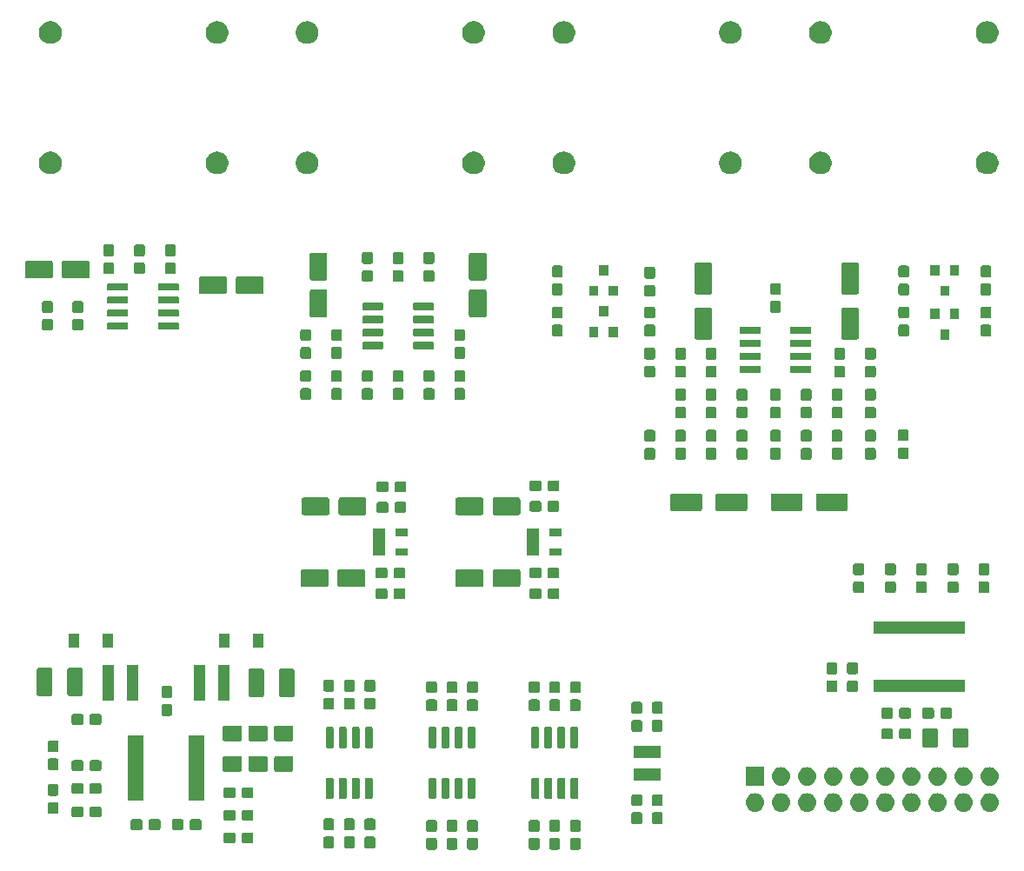
<source format=gbr>
G04 #@! TF.GenerationSoftware,KiCad,Pcbnew,(5.1.4)-1*
G04 #@! TF.CreationDate,2019-11-16T11:12:50+01:00*
G04 #@! TF.ProjectId,fpga_pedal,66706761-5f70-4656-9461-6c2e6b696361,rev?*
G04 #@! TF.SameCoordinates,Original*
G04 #@! TF.FileFunction,Soldermask,Top*
G04 #@! TF.FilePolarity,Negative*
%FSLAX46Y46*%
G04 Gerber Fmt 4.6, Leading zero omitted, Abs format (unit mm)*
G04 Created by KiCad (PCBNEW (5.1.4)-1) date 2019-11-16 11:12:50*
%MOMM*%
%LPD*%
G04 APERTURE LIST*
%ADD10C,0.100000*%
G04 APERTURE END LIST*
D10*
G36*
X194864499Y-134803445D02*
G01*
X194901995Y-134814820D01*
X194936554Y-134833292D01*
X194966847Y-134858153D01*
X194991708Y-134888446D01*
X195010180Y-134923005D01*
X195021555Y-134960501D01*
X195026000Y-135005638D01*
X195026000Y-135744362D01*
X195021555Y-135789499D01*
X195010180Y-135826995D01*
X194991708Y-135861554D01*
X194966847Y-135891847D01*
X194936554Y-135916708D01*
X194901995Y-135935180D01*
X194864499Y-135946555D01*
X194819362Y-135951000D01*
X194180638Y-135951000D01*
X194135501Y-135946555D01*
X194098005Y-135935180D01*
X194063446Y-135916708D01*
X194033153Y-135891847D01*
X194008292Y-135861554D01*
X193989820Y-135826995D01*
X193978445Y-135789499D01*
X193974000Y-135744362D01*
X193974000Y-135005638D01*
X193978445Y-134960501D01*
X193989820Y-134923005D01*
X194008292Y-134888446D01*
X194033153Y-134858153D01*
X194063446Y-134833292D01*
X194098005Y-134814820D01*
X194135501Y-134803445D01*
X194180638Y-134799000D01*
X194819362Y-134799000D01*
X194864499Y-134803445D01*
X194864499Y-134803445D01*
G37*
G36*
X190864499Y-134803445D02*
G01*
X190901995Y-134814820D01*
X190936554Y-134833292D01*
X190966847Y-134858153D01*
X190991708Y-134888446D01*
X191010180Y-134923005D01*
X191021555Y-134960501D01*
X191026000Y-135005638D01*
X191026000Y-135744362D01*
X191021555Y-135789499D01*
X191010180Y-135826995D01*
X190991708Y-135861554D01*
X190966847Y-135891847D01*
X190936554Y-135916708D01*
X190901995Y-135935180D01*
X190864499Y-135946555D01*
X190819362Y-135951000D01*
X190180638Y-135951000D01*
X190135501Y-135946555D01*
X190098005Y-135935180D01*
X190063446Y-135916708D01*
X190033153Y-135891847D01*
X190008292Y-135861554D01*
X189989820Y-135826995D01*
X189978445Y-135789499D01*
X189974000Y-135744362D01*
X189974000Y-135005638D01*
X189978445Y-134960501D01*
X189989820Y-134923005D01*
X190008292Y-134888446D01*
X190033153Y-134858153D01*
X190063446Y-134833292D01*
X190098005Y-134814820D01*
X190135501Y-134803445D01*
X190180638Y-134799000D01*
X190819362Y-134799000D01*
X190864499Y-134803445D01*
X190864499Y-134803445D01*
G37*
G36*
X192864499Y-134803445D02*
G01*
X192901995Y-134814820D01*
X192936554Y-134833292D01*
X192966847Y-134858153D01*
X192991708Y-134888446D01*
X193010180Y-134923005D01*
X193021555Y-134960501D01*
X193026000Y-135005638D01*
X193026000Y-135744362D01*
X193021555Y-135789499D01*
X193010180Y-135826995D01*
X192991708Y-135861554D01*
X192966847Y-135891847D01*
X192936554Y-135916708D01*
X192901995Y-135935180D01*
X192864499Y-135946555D01*
X192819362Y-135951000D01*
X192180638Y-135951000D01*
X192135501Y-135946555D01*
X192098005Y-135935180D01*
X192063446Y-135916708D01*
X192033153Y-135891847D01*
X192008292Y-135861554D01*
X191989820Y-135826995D01*
X191978445Y-135789499D01*
X191974000Y-135744362D01*
X191974000Y-135005638D01*
X191978445Y-134960501D01*
X191989820Y-134923005D01*
X192008292Y-134888446D01*
X192033153Y-134858153D01*
X192063446Y-134833292D01*
X192098005Y-134814820D01*
X192135501Y-134803445D01*
X192180638Y-134799000D01*
X192819362Y-134799000D01*
X192864499Y-134803445D01*
X192864499Y-134803445D01*
G37*
G36*
X180864499Y-134803445D02*
G01*
X180901995Y-134814820D01*
X180936554Y-134833292D01*
X180966847Y-134858153D01*
X180991708Y-134888446D01*
X181010180Y-134923005D01*
X181021555Y-134960501D01*
X181026000Y-135005638D01*
X181026000Y-135744362D01*
X181021555Y-135789499D01*
X181010180Y-135826995D01*
X180991708Y-135861554D01*
X180966847Y-135891847D01*
X180936554Y-135916708D01*
X180901995Y-135935180D01*
X180864499Y-135946555D01*
X180819362Y-135951000D01*
X180180638Y-135951000D01*
X180135501Y-135946555D01*
X180098005Y-135935180D01*
X180063446Y-135916708D01*
X180033153Y-135891847D01*
X180008292Y-135861554D01*
X179989820Y-135826995D01*
X179978445Y-135789499D01*
X179974000Y-135744362D01*
X179974000Y-135005638D01*
X179978445Y-134960501D01*
X179989820Y-134923005D01*
X180008292Y-134888446D01*
X180033153Y-134858153D01*
X180063446Y-134833292D01*
X180098005Y-134814820D01*
X180135501Y-134803445D01*
X180180638Y-134799000D01*
X180819362Y-134799000D01*
X180864499Y-134803445D01*
X180864499Y-134803445D01*
G37*
G36*
X184864499Y-134803445D02*
G01*
X184901995Y-134814820D01*
X184936554Y-134833292D01*
X184966847Y-134858153D01*
X184991708Y-134888446D01*
X185010180Y-134923005D01*
X185021555Y-134960501D01*
X185026000Y-135005638D01*
X185026000Y-135744362D01*
X185021555Y-135789499D01*
X185010180Y-135826995D01*
X184991708Y-135861554D01*
X184966847Y-135891847D01*
X184936554Y-135916708D01*
X184901995Y-135935180D01*
X184864499Y-135946555D01*
X184819362Y-135951000D01*
X184180638Y-135951000D01*
X184135501Y-135946555D01*
X184098005Y-135935180D01*
X184063446Y-135916708D01*
X184033153Y-135891847D01*
X184008292Y-135861554D01*
X183989820Y-135826995D01*
X183978445Y-135789499D01*
X183974000Y-135744362D01*
X183974000Y-135005638D01*
X183978445Y-134960501D01*
X183989820Y-134923005D01*
X184008292Y-134888446D01*
X184033153Y-134858153D01*
X184063446Y-134833292D01*
X184098005Y-134814820D01*
X184135501Y-134803445D01*
X184180638Y-134799000D01*
X184819362Y-134799000D01*
X184864499Y-134803445D01*
X184864499Y-134803445D01*
G37*
G36*
X182864499Y-134803445D02*
G01*
X182901995Y-134814820D01*
X182936554Y-134833292D01*
X182966847Y-134858153D01*
X182991708Y-134888446D01*
X183010180Y-134923005D01*
X183021555Y-134960501D01*
X183026000Y-135005638D01*
X183026000Y-135744362D01*
X183021555Y-135789499D01*
X183010180Y-135826995D01*
X182991708Y-135861554D01*
X182966847Y-135891847D01*
X182936554Y-135916708D01*
X182901995Y-135935180D01*
X182864499Y-135946555D01*
X182819362Y-135951000D01*
X182180638Y-135951000D01*
X182135501Y-135946555D01*
X182098005Y-135935180D01*
X182063446Y-135916708D01*
X182033153Y-135891847D01*
X182008292Y-135861554D01*
X181989820Y-135826995D01*
X181978445Y-135789499D01*
X181974000Y-135744362D01*
X181974000Y-135005638D01*
X181978445Y-134960501D01*
X181989820Y-134923005D01*
X182008292Y-134888446D01*
X182033153Y-134858153D01*
X182063446Y-134833292D01*
X182098005Y-134814820D01*
X182135501Y-134803445D01*
X182180638Y-134799000D01*
X182819362Y-134799000D01*
X182864499Y-134803445D01*
X182864499Y-134803445D01*
G37*
G36*
X170864499Y-134653445D02*
G01*
X170901995Y-134664820D01*
X170936554Y-134683292D01*
X170966847Y-134708153D01*
X170991708Y-134738446D01*
X171010180Y-134773005D01*
X171021555Y-134810501D01*
X171026000Y-134855638D01*
X171026000Y-135594362D01*
X171021555Y-135639499D01*
X171010180Y-135676995D01*
X170991708Y-135711554D01*
X170966847Y-135741847D01*
X170936554Y-135766708D01*
X170901995Y-135785180D01*
X170864499Y-135796555D01*
X170819362Y-135801000D01*
X170180638Y-135801000D01*
X170135501Y-135796555D01*
X170098005Y-135785180D01*
X170063446Y-135766708D01*
X170033153Y-135741847D01*
X170008292Y-135711554D01*
X169989820Y-135676995D01*
X169978445Y-135639499D01*
X169974000Y-135594362D01*
X169974000Y-134855638D01*
X169978445Y-134810501D01*
X169989820Y-134773005D01*
X170008292Y-134738446D01*
X170033153Y-134708153D01*
X170063446Y-134683292D01*
X170098005Y-134664820D01*
X170135501Y-134653445D01*
X170180638Y-134649000D01*
X170819362Y-134649000D01*
X170864499Y-134653445D01*
X170864499Y-134653445D01*
G37*
G36*
X174864499Y-134653445D02*
G01*
X174901995Y-134664820D01*
X174936554Y-134683292D01*
X174966847Y-134708153D01*
X174991708Y-134738446D01*
X175010180Y-134773005D01*
X175021555Y-134810501D01*
X175026000Y-134855638D01*
X175026000Y-135594362D01*
X175021555Y-135639499D01*
X175010180Y-135676995D01*
X174991708Y-135711554D01*
X174966847Y-135741847D01*
X174936554Y-135766708D01*
X174901995Y-135785180D01*
X174864499Y-135796555D01*
X174819362Y-135801000D01*
X174180638Y-135801000D01*
X174135501Y-135796555D01*
X174098005Y-135785180D01*
X174063446Y-135766708D01*
X174033153Y-135741847D01*
X174008292Y-135711554D01*
X173989820Y-135676995D01*
X173978445Y-135639499D01*
X173974000Y-135594362D01*
X173974000Y-134855638D01*
X173978445Y-134810501D01*
X173989820Y-134773005D01*
X174008292Y-134738446D01*
X174033153Y-134708153D01*
X174063446Y-134683292D01*
X174098005Y-134664820D01*
X174135501Y-134653445D01*
X174180638Y-134649000D01*
X174819362Y-134649000D01*
X174864499Y-134653445D01*
X174864499Y-134653445D01*
G37*
G36*
X172864499Y-134653445D02*
G01*
X172901995Y-134664820D01*
X172936554Y-134683292D01*
X172966847Y-134708153D01*
X172991708Y-134738446D01*
X173010180Y-134773005D01*
X173021555Y-134810501D01*
X173026000Y-134855638D01*
X173026000Y-135594362D01*
X173021555Y-135639499D01*
X173010180Y-135676995D01*
X172991708Y-135711554D01*
X172966847Y-135741847D01*
X172936554Y-135766708D01*
X172901995Y-135785180D01*
X172864499Y-135796555D01*
X172819362Y-135801000D01*
X172180638Y-135801000D01*
X172135501Y-135796555D01*
X172098005Y-135785180D01*
X172063446Y-135766708D01*
X172033153Y-135741847D01*
X172008292Y-135711554D01*
X171989820Y-135676995D01*
X171978445Y-135639499D01*
X171974000Y-135594362D01*
X171974000Y-134855638D01*
X171978445Y-134810501D01*
X171989820Y-134773005D01*
X172008292Y-134738446D01*
X172033153Y-134708153D01*
X172063446Y-134683292D01*
X172098005Y-134664820D01*
X172135501Y-134653445D01*
X172180638Y-134649000D01*
X172819362Y-134649000D01*
X172864499Y-134653445D01*
X172864499Y-134653445D01*
G37*
G36*
X162989499Y-134278445D02*
G01*
X163026995Y-134289820D01*
X163061554Y-134308292D01*
X163091847Y-134333153D01*
X163116708Y-134363446D01*
X163135180Y-134398005D01*
X163146555Y-134435501D01*
X163151000Y-134480638D01*
X163151000Y-135119362D01*
X163146555Y-135164499D01*
X163135180Y-135201995D01*
X163116708Y-135236554D01*
X163091847Y-135266847D01*
X163061554Y-135291708D01*
X163026995Y-135310180D01*
X162989499Y-135321555D01*
X162944362Y-135326000D01*
X162205638Y-135326000D01*
X162160501Y-135321555D01*
X162123005Y-135310180D01*
X162088446Y-135291708D01*
X162058153Y-135266847D01*
X162033292Y-135236554D01*
X162014820Y-135201995D01*
X162003445Y-135164499D01*
X161999000Y-135119362D01*
X161999000Y-134480638D01*
X162003445Y-134435501D01*
X162014820Y-134398005D01*
X162033292Y-134363446D01*
X162058153Y-134333153D01*
X162088446Y-134308292D01*
X162123005Y-134289820D01*
X162160501Y-134278445D01*
X162205638Y-134274000D01*
X162944362Y-134274000D01*
X162989499Y-134278445D01*
X162989499Y-134278445D01*
G37*
G36*
X161239499Y-134278445D02*
G01*
X161276995Y-134289820D01*
X161311554Y-134308292D01*
X161341847Y-134333153D01*
X161366708Y-134363446D01*
X161385180Y-134398005D01*
X161396555Y-134435501D01*
X161401000Y-134480638D01*
X161401000Y-135119362D01*
X161396555Y-135164499D01*
X161385180Y-135201995D01*
X161366708Y-135236554D01*
X161341847Y-135266847D01*
X161311554Y-135291708D01*
X161276995Y-135310180D01*
X161239499Y-135321555D01*
X161194362Y-135326000D01*
X160455638Y-135326000D01*
X160410501Y-135321555D01*
X160373005Y-135310180D01*
X160338446Y-135291708D01*
X160308153Y-135266847D01*
X160283292Y-135236554D01*
X160264820Y-135201995D01*
X160253445Y-135164499D01*
X160249000Y-135119362D01*
X160249000Y-134480638D01*
X160253445Y-134435501D01*
X160264820Y-134398005D01*
X160283292Y-134363446D01*
X160308153Y-134333153D01*
X160338446Y-134308292D01*
X160373005Y-134289820D01*
X160410501Y-134278445D01*
X160455638Y-134274000D01*
X161194362Y-134274000D01*
X161239499Y-134278445D01*
X161239499Y-134278445D01*
G37*
G36*
X180864499Y-133053445D02*
G01*
X180901995Y-133064820D01*
X180936554Y-133083292D01*
X180966847Y-133108153D01*
X180991708Y-133138446D01*
X181010180Y-133173005D01*
X181021555Y-133210501D01*
X181026000Y-133255638D01*
X181026000Y-133994362D01*
X181021555Y-134039499D01*
X181010180Y-134076995D01*
X180991708Y-134111554D01*
X180966847Y-134141847D01*
X180936554Y-134166708D01*
X180901995Y-134185180D01*
X180864499Y-134196555D01*
X180819362Y-134201000D01*
X180180638Y-134201000D01*
X180135501Y-134196555D01*
X180098005Y-134185180D01*
X180063446Y-134166708D01*
X180033153Y-134141847D01*
X180008292Y-134111554D01*
X179989820Y-134076995D01*
X179978445Y-134039499D01*
X179974000Y-133994362D01*
X179974000Y-133255638D01*
X179978445Y-133210501D01*
X179989820Y-133173005D01*
X180008292Y-133138446D01*
X180033153Y-133108153D01*
X180063446Y-133083292D01*
X180098005Y-133064820D01*
X180135501Y-133053445D01*
X180180638Y-133049000D01*
X180819362Y-133049000D01*
X180864499Y-133053445D01*
X180864499Y-133053445D01*
G37*
G36*
X182864499Y-133053445D02*
G01*
X182901995Y-133064820D01*
X182936554Y-133083292D01*
X182966847Y-133108153D01*
X182991708Y-133138446D01*
X183010180Y-133173005D01*
X183021555Y-133210501D01*
X183026000Y-133255638D01*
X183026000Y-133994362D01*
X183021555Y-134039499D01*
X183010180Y-134076995D01*
X182991708Y-134111554D01*
X182966847Y-134141847D01*
X182936554Y-134166708D01*
X182901995Y-134185180D01*
X182864499Y-134196555D01*
X182819362Y-134201000D01*
X182180638Y-134201000D01*
X182135501Y-134196555D01*
X182098005Y-134185180D01*
X182063446Y-134166708D01*
X182033153Y-134141847D01*
X182008292Y-134111554D01*
X181989820Y-134076995D01*
X181978445Y-134039499D01*
X181974000Y-133994362D01*
X181974000Y-133255638D01*
X181978445Y-133210501D01*
X181989820Y-133173005D01*
X182008292Y-133138446D01*
X182033153Y-133108153D01*
X182063446Y-133083292D01*
X182098005Y-133064820D01*
X182135501Y-133053445D01*
X182180638Y-133049000D01*
X182819362Y-133049000D01*
X182864499Y-133053445D01*
X182864499Y-133053445D01*
G37*
G36*
X184864499Y-133053445D02*
G01*
X184901995Y-133064820D01*
X184936554Y-133083292D01*
X184966847Y-133108153D01*
X184991708Y-133138446D01*
X185010180Y-133173005D01*
X185021555Y-133210501D01*
X185026000Y-133255638D01*
X185026000Y-133994362D01*
X185021555Y-134039499D01*
X185010180Y-134076995D01*
X184991708Y-134111554D01*
X184966847Y-134141847D01*
X184936554Y-134166708D01*
X184901995Y-134185180D01*
X184864499Y-134196555D01*
X184819362Y-134201000D01*
X184180638Y-134201000D01*
X184135501Y-134196555D01*
X184098005Y-134185180D01*
X184063446Y-134166708D01*
X184033153Y-134141847D01*
X184008292Y-134111554D01*
X183989820Y-134076995D01*
X183978445Y-134039499D01*
X183974000Y-133994362D01*
X183974000Y-133255638D01*
X183978445Y-133210501D01*
X183989820Y-133173005D01*
X184008292Y-133138446D01*
X184033153Y-133108153D01*
X184063446Y-133083292D01*
X184098005Y-133064820D01*
X184135501Y-133053445D01*
X184180638Y-133049000D01*
X184819362Y-133049000D01*
X184864499Y-133053445D01*
X184864499Y-133053445D01*
G37*
G36*
X190864499Y-133053445D02*
G01*
X190901995Y-133064820D01*
X190936554Y-133083292D01*
X190966847Y-133108153D01*
X190991708Y-133138446D01*
X191010180Y-133173005D01*
X191021555Y-133210501D01*
X191026000Y-133255638D01*
X191026000Y-133994362D01*
X191021555Y-134039499D01*
X191010180Y-134076995D01*
X190991708Y-134111554D01*
X190966847Y-134141847D01*
X190936554Y-134166708D01*
X190901995Y-134185180D01*
X190864499Y-134196555D01*
X190819362Y-134201000D01*
X190180638Y-134201000D01*
X190135501Y-134196555D01*
X190098005Y-134185180D01*
X190063446Y-134166708D01*
X190033153Y-134141847D01*
X190008292Y-134111554D01*
X189989820Y-134076995D01*
X189978445Y-134039499D01*
X189974000Y-133994362D01*
X189974000Y-133255638D01*
X189978445Y-133210501D01*
X189989820Y-133173005D01*
X190008292Y-133138446D01*
X190033153Y-133108153D01*
X190063446Y-133083292D01*
X190098005Y-133064820D01*
X190135501Y-133053445D01*
X190180638Y-133049000D01*
X190819362Y-133049000D01*
X190864499Y-133053445D01*
X190864499Y-133053445D01*
G37*
G36*
X194864499Y-133053445D02*
G01*
X194901995Y-133064820D01*
X194936554Y-133083292D01*
X194966847Y-133108153D01*
X194991708Y-133138446D01*
X195010180Y-133173005D01*
X195021555Y-133210501D01*
X195026000Y-133255638D01*
X195026000Y-133994362D01*
X195021555Y-134039499D01*
X195010180Y-134076995D01*
X194991708Y-134111554D01*
X194966847Y-134141847D01*
X194936554Y-134166708D01*
X194901995Y-134185180D01*
X194864499Y-134196555D01*
X194819362Y-134201000D01*
X194180638Y-134201000D01*
X194135501Y-134196555D01*
X194098005Y-134185180D01*
X194063446Y-134166708D01*
X194033153Y-134141847D01*
X194008292Y-134111554D01*
X193989820Y-134076995D01*
X193978445Y-134039499D01*
X193974000Y-133994362D01*
X193974000Y-133255638D01*
X193978445Y-133210501D01*
X193989820Y-133173005D01*
X194008292Y-133138446D01*
X194033153Y-133108153D01*
X194063446Y-133083292D01*
X194098005Y-133064820D01*
X194135501Y-133053445D01*
X194180638Y-133049000D01*
X194819362Y-133049000D01*
X194864499Y-133053445D01*
X194864499Y-133053445D01*
G37*
G36*
X192864499Y-133053445D02*
G01*
X192901995Y-133064820D01*
X192936554Y-133083292D01*
X192966847Y-133108153D01*
X192991708Y-133138446D01*
X193010180Y-133173005D01*
X193021555Y-133210501D01*
X193026000Y-133255638D01*
X193026000Y-133994362D01*
X193021555Y-134039499D01*
X193010180Y-134076995D01*
X192991708Y-134111554D01*
X192966847Y-134141847D01*
X192936554Y-134166708D01*
X192901995Y-134185180D01*
X192864499Y-134196555D01*
X192819362Y-134201000D01*
X192180638Y-134201000D01*
X192135501Y-134196555D01*
X192098005Y-134185180D01*
X192063446Y-134166708D01*
X192033153Y-134141847D01*
X192008292Y-134111554D01*
X191989820Y-134076995D01*
X191978445Y-134039499D01*
X191974000Y-133994362D01*
X191974000Y-133255638D01*
X191978445Y-133210501D01*
X191989820Y-133173005D01*
X192008292Y-133138446D01*
X192033153Y-133108153D01*
X192063446Y-133083292D01*
X192098005Y-133064820D01*
X192135501Y-133053445D01*
X192180638Y-133049000D01*
X192819362Y-133049000D01*
X192864499Y-133053445D01*
X192864499Y-133053445D01*
G37*
G36*
X170864499Y-132903445D02*
G01*
X170901995Y-132914820D01*
X170936554Y-132933292D01*
X170966847Y-132958153D01*
X170991708Y-132988446D01*
X171010180Y-133023005D01*
X171021555Y-133060501D01*
X171026000Y-133105638D01*
X171026000Y-133844362D01*
X171021555Y-133889499D01*
X171010180Y-133926995D01*
X170991708Y-133961554D01*
X170966847Y-133991847D01*
X170936554Y-134016708D01*
X170901995Y-134035180D01*
X170864499Y-134046555D01*
X170819362Y-134051000D01*
X170180638Y-134051000D01*
X170135501Y-134046555D01*
X170098005Y-134035180D01*
X170063446Y-134016708D01*
X170033153Y-133991847D01*
X170008292Y-133961554D01*
X169989820Y-133926995D01*
X169978445Y-133889499D01*
X169974000Y-133844362D01*
X169974000Y-133105638D01*
X169978445Y-133060501D01*
X169989820Y-133023005D01*
X170008292Y-132988446D01*
X170033153Y-132958153D01*
X170063446Y-132933292D01*
X170098005Y-132914820D01*
X170135501Y-132903445D01*
X170180638Y-132899000D01*
X170819362Y-132899000D01*
X170864499Y-132903445D01*
X170864499Y-132903445D01*
G37*
G36*
X172864499Y-132903445D02*
G01*
X172901995Y-132914820D01*
X172936554Y-132933292D01*
X172966847Y-132958153D01*
X172991708Y-132988446D01*
X173010180Y-133023005D01*
X173021555Y-133060501D01*
X173026000Y-133105638D01*
X173026000Y-133844362D01*
X173021555Y-133889499D01*
X173010180Y-133926995D01*
X172991708Y-133961554D01*
X172966847Y-133991847D01*
X172936554Y-134016708D01*
X172901995Y-134035180D01*
X172864499Y-134046555D01*
X172819362Y-134051000D01*
X172180638Y-134051000D01*
X172135501Y-134046555D01*
X172098005Y-134035180D01*
X172063446Y-134016708D01*
X172033153Y-133991847D01*
X172008292Y-133961554D01*
X171989820Y-133926995D01*
X171978445Y-133889499D01*
X171974000Y-133844362D01*
X171974000Y-133105638D01*
X171978445Y-133060501D01*
X171989820Y-133023005D01*
X172008292Y-132988446D01*
X172033153Y-132958153D01*
X172063446Y-132933292D01*
X172098005Y-132914820D01*
X172135501Y-132903445D01*
X172180638Y-132899000D01*
X172819362Y-132899000D01*
X172864499Y-132903445D01*
X172864499Y-132903445D01*
G37*
G36*
X174864499Y-132903445D02*
G01*
X174901995Y-132914820D01*
X174936554Y-132933292D01*
X174966847Y-132958153D01*
X174991708Y-132988446D01*
X175010180Y-133023005D01*
X175021555Y-133060501D01*
X175026000Y-133105638D01*
X175026000Y-133844362D01*
X175021555Y-133889499D01*
X175010180Y-133926995D01*
X174991708Y-133961554D01*
X174966847Y-133991847D01*
X174936554Y-134016708D01*
X174901995Y-134035180D01*
X174864499Y-134046555D01*
X174819362Y-134051000D01*
X174180638Y-134051000D01*
X174135501Y-134046555D01*
X174098005Y-134035180D01*
X174063446Y-134016708D01*
X174033153Y-133991847D01*
X174008292Y-133961554D01*
X173989820Y-133926995D01*
X173978445Y-133889499D01*
X173974000Y-133844362D01*
X173974000Y-133105638D01*
X173978445Y-133060501D01*
X173989820Y-133023005D01*
X174008292Y-132988446D01*
X174033153Y-132958153D01*
X174063446Y-132933292D01*
X174098005Y-132914820D01*
X174135501Y-132903445D01*
X174180638Y-132899000D01*
X174819362Y-132899000D01*
X174864499Y-132903445D01*
X174864499Y-132903445D01*
G37*
G36*
X157939499Y-132978445D02*
G01*
X157976995Y-132989820D01*
X158011554Y-133008292D01*
X158041847Y-133033153D01*
X158066708Y-133063446D01*
X158085180Y-133098005D01*
X158096555Y-133135501D01*
X158101000Y-133180638D01*
X158101000Y-133819362D01*
X158096555Y-133864499D01*
X158085180Y-133901995D01*
X158066708Y-133936554D01*
X158041847Y-133966847D01*
X158011554Y-133991708D01*
X157976995Y-134010180D01*
X157939499Y-134021555D01*
X157894362Y-134026000D01*
X157155638Y-134026000D01*
X157110501Y-134021555D01*
X157073005Y-134010180D01*
X157038446Y-133991708D01*
X157008153Y-133966847D01*
X156983292Y-133936554D01*
X156964820Y-133901995D01*
X156953445Y-133864499D01*
X156949000Y-133819362D01*
X156949000Y-133180638D01*
X156953445Y-133135501D01*
X156964820Y-133098005D01*
X156983292Y-133063446D01*
X157008153Y-133033153D01*
X157038446Y-133008292D01*
X157073005Y-132989820D01*
X157110501Y-132978445D01*
X157155638Y-132974000D01*
X157894362Y-132974000D01*
X157939499Y-132978445D01*
X157939499Y-132978445D01*
G37*
G36*
X156189499Y-132978445D02*
G01*
X156226995Y-132989820D01*
X156261554Y-133008292D01*
X156291847Y-133033153D01*
X156316708Y-133063446D01*
X156335180Y-133098005D01*
X156346555Y-133135501D01*
X156351000Y-133180638D01*
X156351000Y-133819362D01*
X156346555Y-133864499D01*
X156335180Y-133901995D01*
X156316708Y-133936554D01*
X156291847Y-133966847D01*
X156261554Y-133991708D01*
X156226995Y-134010180D01*
X156189499Y-134021555D01*
X156144362Y-134026000D01*
X155405638Y-134026000D01*
X155360501Y-134021555D01*
X155323005Y-134010180D01*
X155288446Y-133991708D01*
X155258153Y-133966847D01*
X155233292Y-133936554D01*
X155214820Y-133901995D01*
X155203445Y-133864499D01*
X155199000Y-133819362D01*
X155199000Y-133180638D01*
X155203445Y-133135501D01*
X155214820Y-133098005D01*
X155233292Y-133063446D01*
X155258153Y-133033153D01*
X155288446Y-133008292D01*
X155323005Y-132989820D01*
X155360501Y-132978445D01*
X155405638Y-132974000D01*
X156144362Y-132974000D01*
X156189499Y-132978445D01*
X156189499Y-132978445D01*
G37*
G36*
X153939499Y-132978445D02*
G01*
X153976995Y-132989820D01*
X154011554Y-133008292D01*
X154041847Y-133033153D01*
X154066708Y-133063446D01*
X154085180Y-133098005D01*
X154096555Y-133135501D01*
X154101000Y-133180638D01*
X154101000Y-133819362D01*
X154096555Y-133864499D01*
X154085180Y-133901995D01*
X154066708Y-133936554D01*
X154041847Y-133966847D01*
X154011554Y-133991708D01*
X153976995Y-134010180D01*
X153939499Y-134021555D01*
X153894362Y-134026000D01*
X153155638Y-134026000D01*
X153110501Y-134021555D01*
X153073005Y-134010180D01*
X153038446Y-133991708D01*
X153008153Y-133966847D01*
X152983292Y-133936554D01*
X152964820Y-133901995D01*
X152953445Y-133864499D01*
X152949000Y-133819362D01*
X152949000Y-133180638D01*
X152953445Y-133135501D01*
X152964820Y-133098005D01*
X152983292Y-133063446D01*
X153008153Y-133033153D01*
X153038446Y-133008292D01*
X153073005Y-132989820D01*
X153110501Y-132978445D01*
X153155638Y-132974000D01*
X153894362Y-132974000D01*
X153939499Y-132978445D01*
X153939499Y-132978445D01*
G37*
G36*
X152189499Y-132978445D02*
G01*
X152226995Y-132989820D01*
X152261554Y-133008292D01*
X152291847Y-133033153D01*
X152316708Y-133063446D01*
X152335180Y-133098005D01*
X152346555Y-133135501D01*
X152351000Y-133180638D01*
X152351000Y-133819362D01*
X152346555Y-133864499D01*
X152335180Y-133901995D01*
X152316708Y-133936554D01*
X152291847Y-133966847D01*
X152261554Y-133991708D01*
X152226995Y-134010180D01*
X152189499Y-134021555D01*
X152144362Y-134026000D01*
X151405638Y-134026000D01*
X151360501Y-134021555D01*
X151323005Y-134010180D01*
X151288446Y-133991708D01*
X151258153Y-133966847D01*
X151233292Y-133936554D01*
X151214820Y-133901995D01*
X151203445Y-133864499D01*
X151199000Y-133819362D01*
X151199000Y-133180638D01*
X151203445Y-133135501D01*
X151214820Y-133098005D01*
X151233292Y-133063446D01*
X151258153Y-133033153D01*
X151288446Y-133008292D01*
X151323005Y-132989820D01*
X151360501Y-132978445D01*
X151405638Y-132974000D01*
X152144362Y-132974000D01*
X152189499Y-132978445D01*
X152189499Y-132978445D01*
G37*
G36*
X200864499Y-132303445D02*
G01*
X200901995Y-132314820D01*
X200936554Y-132333292D01*
X200966847Y-132358153D01*
X200991708Y-132388446D01*
X201010180Y-132423005D01*
X201021555Y-132460501D01*
X201026000Y-132505638D01*
X201026000Y-133244362D01*
X201021555Y-133289499D01*
X201010180Y-133326995D01*
X200991708Y-133361554D01*
X200966847Y-133391847D01*
X200936554Y-133416708D01*
X200901995Y-133435180D01*
X200864499Y-133446555D01*
X200819362Y-133451000D01*
X200180638Y-133451000D01*
X200135501Y-133446555D01*
X200098005Y-133435180D01*
X200063446Y-133416708D01*
X200033153Y-133391847D01*
X200008292Y-133361554D01*
X199989820Y-133326995D01*
X199978445Y-133289499D01*
X199974000Y-133244362D01*
X199974000Y-132505638D01*
X199978445Y-132460501D01*
X199989820Y-132423005D01*
X200008292Y-132388446D01*
X200033153Y-132358153D01*
X200063446Y-132333292D01*
X200098005Y-132314820D01*
X200135501Y-132303445D01*
X200180638Y-132299000D01*
X200819362Y-132299000D01*
X200864499Y-132303445D01*
X200864499Y-132303445D01*
G37*
G36*
X202864499Y-132303445D02*
G01*
X202901995Y-132314820D01*
X202936554Y-132333292D01*
X202966847Y-132358153D01*
X202991708Y-132388446D01*
X203010180Y-132423005D01*
X203021555Y-132460501D01*
X203026000Y-132505638D01*
X203026000Y-133244362D01*
X203021555Y-133289499D01*
X203010180Y-133326995D01*
X202991708Y-133361554D01*
X202966847Y-133391847D01*
X202936554Y-133416708D01*
X202901995Y-133435180D01*
X202864499Y-133446555D01*
X202819362Y-133451000D01*
X202180638Y-133451000D01*
X202135501Y-133446555D01*
X202098005Y-133435180D01*
X202063446Y-133416708D01*
X202033153Y-133391847D01*
X202008292Y-133361554D01*
X201989820Y-133326995D01*
X201978445Y-133289499D01*
X201974000Y-133244362D01*
X201974000Y-132505638D01*
X201978445Y-132460501D01*
X201989820Y-132423005D01*
X202008292Y-132388446D01*
X202033153Y-132358153D01*
X202063446Y-132333292D01*
X202098005Y-132314820D01*
X202135501Y-132303445D01*
X202180638Y-132299000D01*
X202819362Y-132299000D01*
X202864499Y-132303445D01*
X202864499Y-132303445D01*
G37*
G36*
X162989499Y-132078445D02*
G01*
X163026995Y-132089820D01*
X163061554Y-132108292D01*
X163091847Y-132133153D01*
X163116708Y-132163446D01*
X163135180Y-132198005D01*
X163146555Y-132235501D01*
X163151000Y-132280638D01*
X163151000Y-132919362D01*
X163146555Y-132964499D01*
X163135180Y-133001995D01*
X163116708Y-133036554D01*
X163091847Y-133066847D01*
X163061554Y-133091708D01*
X163026995Y-133110180D01*
X162989499Y-133121555D01*
X162944362Y-133126000D01*
X162205638Y-133126000D01*
X162160501Y-133121555D01*
X162123005Y-133110180D01*
X162088446Y-133091708D01*
X162058153Y-133066847D01*
X162033292Y-133036554D01*
X162014820Y-133001995D01*
X162003445Y-132964499D01*
X161999000Y-132919362D01*
X161999000Y-132280638D01*
X162003445Y-132235501D01*
X162014820Y-132198005D01*
X162033292Y-132163446D01*
X162058153Y-132133153D01*
X162088446Y-132108292D01*
X162123005Y-132089820D01*
X162160501Y-132078445D01*
X162205638Y-132074000D01*
X162944362Y-132074000D01*
X162989499Y-132078445D01*
X162989499Y-132078445D01*
G37*
G36*
X161239499Y-132078445D02*
G01*
X161276995Y-132089820D01*
X161311554Y-132108292D01*
X161341847Y-132133153D01*
X161366708Y-132163446D01*
X161385180Y-132198005D01*
X161396555Y-132235501D01*
X161401000Y-132280638D01*
X161401000Y-132919362D01*
X161396555Y-132964499D01*
X161385180Y-133001995D01*
X161366708Y-133036554D01*
X161341847Y-133066847D01*
X161311554Y-133091708D01*
X161276995Y-133110180D01*
X161239499Y-133121555D01*
X161194362Y-133126000D01*
X160455638Y-133126000D01*
X160410501Y-133121555D01*
X160373005Y-133110180D01*
X160338446Y-133091708D01*
X160308153Y-133066847D01*
X160283292Y-133036554D01*
X160264820Y-133001995D01*
X160253445Y-132964499D01*
X160249000Y-132919362D01*
X160249000Y-132280638D01*
X160253445Y-132235501D01*
X160264820Y-132198005D01*
X160283292Y-132163446D01*
X160308153Y-132133153D01*
X160338446Y-132108292D01*
X160373005Y-132089820D01*
X160410501Y-132078445D01*
X160455638Y-132074000D01*
X161194362Y-132074000D01*
X161239499Y-132078445D01*
X161239499Y-132078445D01*
G37*
G36*
X148189499Y-131728445D02*
G01*
X148226995Y-131739820D01*
X148261554Y-131758292D01*
X148291847Y-131783153D01*
X148316708Y-131813446D01*
X148335180Y-131848005D01*
X148346555Y-131885501D01*
X148351000Y-131930638D01*
X148351000Y-132569362D01*
X148346555Y-132614499D01*
X148335180Y-132651995D01*
X148316708Y-132686554D01*
X148291847Y-132716847D01*
X148261554Y-132741708D01*
X148226995Y-132760180D01*
X148189499Y-132771555D01*
X148144362Y-132776000D01*
X147405638Y-132776000D01*
X147360501Y-132771555D01*
X147323005Y-132760180D01*
X147288446Y-132741708D01*
X147258153Y-132716847D01*
X147233292Y-132686554D01*
X147214820Y-132651995D01*
X147203445Y-132614499D01*
X147199000Y-132569362D01*
X147199000Y-131930638D01*
X147203445Y-131885501D01*
X147214820Y-131848005D01*
X147233292Y-131813446D01*
X147258153Y-131783153D01*
X147288446Y-131758292D01*
X147323005Y-131739820D01*
X147360501Y-131728445D01*
X147405638Y-131724000D01*
X148144362Y-131724000D01*
X148189499Y-131728445D01*
X148189499Y-131728445D01*
G37*
G36*
X146439499Y-131728445D02*
G01*
X146476995Y-131739820D01*
X146511554Y-131758292D01*
X146541847Y-131783153D01*
X146566708Y-131813446D01*
X146585180Y-131848005D01*
X146596555Y-131885501D01*
X146601000Y-131930638D01*
X146601000Y-132569362D01*
X146596555Y-132614499D01*
X146585180Y-132651995D01*
X146566708Y-132686554D01*
X146541847Y-132716847D01*
X146511554Y-132741708D01*
X146476995Y-132760180D01*
X146439499Y-132771555D01*
X146394362Y-132776000D01*
X145655638Y-132776000D01*
X145610501Y-132771555D01*
X145573005Y-132760180D01*
X145538446Y-132741708D01*
X145508153Y-132716847D01*
X145483292Y-132686554D01*
X145464820Y-132651995D01*
X145453445Y-132614499D01*
X145449000Y-132569362D01*
X145449000Y-131930638D01*
X145453445Y-131885501D01*
X145464820Y-131848005D01*
X145483292Y-131813446D01*
X145508153Y-131783153D01*
X145538446Y-131758292D01*
X145573005Y-131739820D01*
X145610501Y-131728445D01*
X145655638Y-131724000D01*
X146394362Y-131724000D01*
X146439499Y-131728445D01*
X146439499Y-131728445D01*
G37*
G36*
X144014499Y-131303445D02*
G01*
X144051995Y-131314820D01*
X144086554Y-131333292D01*
X144116847Y-131358153D01*
X144141708Y-131388446D01*
X144160180Y-131423005D01*
X144171555Y-131460501D01*
X144176000Y-131505638D01*
X144176000Y-132244362D01*
X144171555Y-132289499D01*
X144160180Y-132326995D01*
X144141708Y-132361554D01*
X144116847Y-132391847D01*
X144086554Y-132416708D01*
X144051995Y-132435180D01*
X144014499Y-132446555D01*
X143969362Y-132451000D01*
X143330638Y-132451000D01*
X143285501Y-132446555D01*
X143248005Y-132435180D01*
X143213446Y-132416708D01*
X143183153Y-132391847D01*
X143158292Y-132361554D01*
X143139820Y-132326995D01*
X143128445Y-132289499D01*
X143124000Y-132244362D01*
X143124000Y-131505638D01*
X143128445Y-131460501D01*
X143139820Y-131423005D01*
X143158292Y-131388446D01*
X143183153Y-131358153D01*
X143213446Y-131333292D01*
X143248005Y-131314820D01*
X143285501Y-131303445D01*
X143330638Y-131299000D01*
X143969362Y-131299000D01*
X144014499Y-131303445D01*
X144014499Y-131303445D01*
G37*
G36*
X232430443Y-130445519D02*
G01*
X232496627Y-130452037D01*
X232666466Y-130503557D01*
X232822991Y-130587222D01*
X232848495Y-130608153D01*
X232960186Y-130699814D01*
X233043448Y-130801271D01*
X233072778Y-130837009D01*
X233156443Y-130993534D01*
X233207963Y-131163373D01*
X233225359Y-131340000D01*
X233207963Y-131516627D01*
X233156443Y-131686466D01*
X233072778Y-131842991D01*
X233068663Y-131848005D01*
X232960186Y-131980186D01*
X232858729Y-132063448D01*
X232822991Y-132092778D01*
X232775200Y-132118323D01*
X232690782Y-132163446D01*
X232666466Y-132176443D01*
X232496627Y-132227963D01*
X232430443Y-132234481D01*
X232364260Y-132241000D01*
X232275740Y-132241000D01*
X232209557Y-132234481D01*
X232143373Y-132227963D01*
X231973534Y-132176443D01*
X231949219Y-132163446D01*
X231864800Y-132118323D01*
X231817009Y-132092778D01*
X231781271Y-132063448D01*
X231679814Y-131980186D01*
X231571337Y-131848005D01*
X231567222Y-131842991D01*
X231483557Y-131686466D01*
X231432037Y-131516627D01*
X231414641Y-131340000D01*
X231432037Y-131163373D01*
X231483557Y-130993534D01*
X231567222Y-130837009D01*
X231596552Y-130801271D01*
X231679814Y-130699814D01*
X231791505Y-130608153D01*
X231817009Y-130587222D01*
X231973534Y-130503557D01*
X232143373Y-130452037D01*
X232209557Y-130445519D01*
X232275740Y-130439000D01*
X232364260Y-130439000D01*
X232430443Y-130445519D01*
X232430443Y-130445519D01*
G37*
G36*
X234970443Y-130445519D02*
G01*
X235036627Y-130452037D01*
X235206466Y-130503557D01*
X235362991Y-130587222D01*
X235388495Y-130608153D01*
X235500186Y-130699814D01*
X235583448Y-130801271D01*
X235612778Y-130837009D01*
X235696443Y-130993534D01*
X235747963Y-131163373D01*
X235765359Y-131340000D01*
X235747963Y-131516627D01*
X235696443Y-131686466D01*
X235612778Y-131842991D01*
X235608663Y-131848005D01*
X235500186Y-131980186D01*
X235398729Y-132063448D01*
X235362991Y-132092778D01*
X235315200Y-132118323D01*
X235230782Y-132163446D01*
X235206466Y-132176443D01*
X235036627Y-132227963D01*
X234970443Y-132234481D01*
X234904260Y-132241000D01*
X234815740Y-132241000D01*
X234749557Y-132234481D01*
X234683373Y-132227963D01*
X234513534Y-132176443D01*
X234489219Y-132163446D01*
X234404800Y-132118323D01*
X234357009Y-132092778D01*
X234321271Y-132063448D01*
X234219814Y-131980186D01*
X234111337Y-131848005D01*
X234107222Y-131842991D01*
X234023557Y-131686466D01*
X233972037Y-131516627D01*
X233954641Y-131340000D01*
X233972037Y-131163373D01*
X234023557Y-130993534D01*
X234107222Y-130837009D01*
X234136552Y-130801271D01*
X234219814Y-130699814D01*
X234331505Y-130608153D01*
X234357009Y-130587222D01*
X234513534Y-130503557D01*
X234683373Y-130452037D01*
X234749557Y-130445519D01*
X234815740Y-130439000D01*
X234904260Y-130439000D01*
X234970443Y-130445519D01*
X234970443Y-130445519D01*
G37*
G36*
X229890443Y-130445519D02*
G01*
X229956627Y-130452037D01*
X230126466Y-130503557D01*
X230282991Y-130587222D01*
X230308495Y-130608153D01*
X230420186Y-130699814D01*
X230503448Y-130801271D01*
X230532778Y-130837009D01*
X230616443Y-130993534D01*
X230667963Y-131163373D01*
X230685359Y-131340000D01*
X230667963Y-131516627D01*
X230616443Y-131686466D01*
X230532778Y-131842991D01*
X230528663Y-131848005D01*
X230420186Y-131980186D01*
X230318729Y-132063448D01*
X230282991Y-132092778D01*
X230235200Y-132118323D01*
X230150782Y-132163446D01*
X230126466Y-132176443D01*
X229956627Y-132227963D01*
X229890443Y-132234481D01*
X229824260Y-132241000D01*
X229735740Y-132241000D01*
X229669557Y-132234481D01*
X229603373Y-132227963D01*
X229433534Y-132176443D01*
X229409219Y-132163446D01*
X229324800Y-132118323D01*
X229277009Y-132092778D01*
X229241271Y-132063448D01*
X229139814Y-131980186D01*
X229031337Y-131848005D01*
X229027222Y-131842991D01*
X228943557Y-131686466D01*
X228892037Y-131516627D01*
X228874641Y-131340000D01*
X228892037Y-131163373D01*
X228943557Y-130993534D01*
X229027222Y-130837009D01*
X229056552Y-130801271D01*
X229139814Y-130699814D01*
X229251505Y-130608153D01*
X229277009Y-130587222D01*
X229433534Y-130503557D01*
X229603373Y-130452037D01*
X229669557Y-130445519D01*
X229735740Y-130439000D01*
X229824260Y-130439000D01*
X229890443Y-130445519D01*
X229890443Y-130445519D01*
G37*
G36*
X227350443Y-130445519D02*
G01*
X227416627Y-130452037D01*
X227586466Y-130503557D01*
X227742991Y-130587222D01*
X227768495Y-130608153D01*
X227880186Y-130699814D01*
X227963448Y-130801271D01*
X227992778Y-130837009D01*
X228076443Y-130993534D01*
X228127963Y-131163373D01*
X228145359Y-131340000D01*
X228127963Y-131516627D01*
X228076443Y-131686466D01*
X227992778Y-131842991D01*
X227988663Y-131848005D01*
X227880186Y-131980186D01*
X227778729Y-132063448D01*
X227742991Y-132092778D01*
X227695200Y-132118323D01*
X227610782Y-132163446D01*
X227586466Y-132176443D01*
X227416627Y-132227963D01*
X227350443Y-132234481D01*
X227284260Y-132241000D01*
X227195740Y-132241000D01*
X227129557Y-132234481D01*
X227063373Y-132227963D01*
X226893534Y-132176443D01*
X226869219Y-132163446D01*
X226784800Y-132118323D01*
X226737009Y-132092778D01*
X226701271Y-132063448D01*
X226599814Y-131980186D01*
X226491337Y-131848005D01*
X226487222Y-131842991D01*
X226403557Y-131686466D01*
X226352037Y-131516627D01*
X226334641Y-131340000D01*
X226352037Y-131163373D01*
X226403557Y-130993534D01*
X226487222Y-130837009D01*
X226516552Y-130801271D01*
X226599814Y-130699814D01*
X226711505Y-130608153D01*
X226737009Y-130587222D01*
X226893534Y-130503557D01*
X227063373Y-130452037D01*
X227129557Y-130445519D01*
X227195740Y-130439000D01*
X227284260Y-130439000D01*
X227350443Y-130445519D01*
X227350443Y-130445519D01*
G37*
G36*
X224810443Y-130445519D02*
G01*
X224876627Y-130452037D01*
X225046466Y-130503557D01*
X225202991Y-130587222D01*
X225228495Y-130608153D01*
X225340186Y-130699814D01*
X225423448Y-130801271D01*
X225452778Y-130837009D01*
X225536443Y-130993534D01*
X225587963Y-131163373D01*
X225605359Y-131340000D01*
X225587963Y-131516627D01*
X225536443Y-131686466D01*
X225452778Y-131842991D01*
X225448663Y-131848005D01*
X225340186Y-131980186D01*
X225238729Y-132063448D01*
X225202991Y-132092778D01*
X225155200Y-132118323D01*
X225070782Y-132163446D01*
X225046466Y-132176443D01*
X224876627Y-132227963D01*
X224810443Y-132234481D01*
X224744260Y-132241000D01*
X224655740Y-132241000D01*
X224589557Y-132234481D01*
X224523373Y-132227963D01*
X224353534Y-132176443D01*
X224329219Y-132163446D01*
X224244800Y-132118323D01*
X224197009Y-132092778D01*
X224161271Y-132063448D01*
X224059814Y-131980186D01*
X223951337Y-131848005D01*
X223947222Y-131842991D01*
X223863557Y-131686466D01*
X223812037Y-131516627D01*
X223794641Y-131340000D01*
X223812037Y-131163373D01*
X223863557Y-130993534D01*
X223947222Y-130837009D01*
X223976552Y-130801271D01*
X224059814Y-130699814D01*
X224171505Y-130608153D01*
X224197009Y-130587222D01*
X224353534Y-130503557D01*
X224523373Y-130452037D01*
X224589557Y-130445519D01*
X224655740Y-130439000D01*
X224744260Y-130439000D01*
X224810443Y-130445519D01*
X224810443Y-130445519D01*
G37*
G36*
X222270443Y-130445519D02*
G01*
X222336627Y-130452037D01*
X222506466Y-130503557D01*
X222662991Y-130587222D01*
X222688495Y-130608153D01*
X222800186Y-130699814D01*
X222883448Y-130801271D01*
X222912778Y-130837009D01*
X222996443Y-130993534D01*
X223047963Y-131163373D01*
X223065359Y-131340000D01*
X223047963Y-131516627D01*
X222996443Y-131686466D01*
X222912778Y-131842991D01*
X222908663Y-131848005D01*
X222800186Y-131980186D01*
X222698729Y-132063448D01*
X222662991Y-132092778D01*
X222615200Y-132118323D01*
X222530782Y-132163446D01*
X222506466Y-132176443D01*
X222336627Y-132227963D01*
X222270443Y-132234481D01*
X222204260Y-132241000D01*
X222115740Y-132241000D01*
X222049557Y-132234481D01*
X221983373Y-132227963D01*
X221813534Y-132176443D01*
X221789219Y-132163446D01*
X221704800Y-132118323D01*
X221657009Y-132092778D01*
X221621271Y-132063448D01*
X221519814Y-131980186D01*
X221411337Y-131848005D01*
X221407222Y-131842991D01*
X221323557Y-131686466D01*
X221272037Y-131516627D01*
X221254641Y-131340000D01*
X221272037Y-131163373D01*
X221323557Y-130993534D01*
X221407222Y-130837009D01*
X221436552Y-130801271D01*
X221519814Y-130699814D01*
X221631505Y-130608153D01*
X221657009Y-130587222D01*
X221813534Y-130503557D01*
X221983373Y-130452037D01*
X222049557Y-130445519D01*
X222115740Y-130439000D01*
X222204260Y-130439000D01*
X222270443Y-130445519D01*
X222270443Y-130445519D01*
G37*
G36*
X219730443Y-130445519D02*
G01*
X219796627Y-130452037D01*
X219966466Y-130503557D01*
X220122991Y-130587222D01*
X220148495Y-130608153D01*
X220260186Y-130699814D01*
X220343448Y-130801271D01*
X220372778Y-130837009D01*
X220456443Y-130993534D01*
X220507963Y-131163373D01*
X220525359Y-131340000D01*
X220507963Y-131516627D01*
X220456443Y-131686466D01*
X220372778Y-131842991D01*
X220368663Y-131848005D01*
X220260186Y-131980186D01*
X220158729Y-132063448D01*
X220122991Y-132092778D01*
X220075200Y-132118323D01*
X219990782Y-132163446D01*
X219966466Y-132176443D01*
X219796627Y-132227963D01*
X219730443Y-132234481D01*
X219664260Y-132241000D01*
X219575740Y-132241000D01*
X219509557Y-132234481D01*
X219443373Y-132227963D01*
X219273534Y-132176443D01*
X219249219Y-132163446D01*
X219164800Y-132118323D01*
X219117009Y-132092778D01*
X219081271Y-132063448D01*
X218979814Y-131980186D01*
X218871337Y-131848005D01*
X218867222Y-131842991D01*
X218783557Y-131686466D01*
X218732037Y-131516627D01*
X218714641Y-131340000D01*
X218732037Y-131163373D01*
X218783557Y-130993534D01*
X218867222Y-130837009D01*
X218896552Y-130801271D01*
X218979814Y-130699814D01*
X219091505Y-130608153D01*
X219117009Y-130587222D01*
X219273534Y-130503557D01*
X219443373Y-130452037D01*
X219509557Y-130445519D01*
X219575740Y-130439000D01*
X219664260Y-130439000D01*
X219730443Y-130445519D01*
X219730443Y-130445519D01*
G37*
G36*
X217190443Y-130445519D02*
G01*
X217256627Y-130452037D01*
X217426466Y-130503557D01*
X217582991Y-130587222D01*
X217608495Y-130608153D01*
X217720186Y-130699814D01*
X217803448Y-130801271D01*
X217832778Y-130837009D01*
X217916443Y-130993534D01*
X217967963Y-131163373D01*
X217985359Y-131340000D01*
X217967963Y-131516627D01*
X217916443Y-131686466D01*
X217832778Y-131842991D01*
X217828663Y-131848005D01*
X217720186Y-131980186D01*
X217618729Y-132063448D01*
X217582991Y-132092778D01*
X217535200Y-132118323D01*
X217450782Y-132163446D01*
X217426466Y-132176443D01*
X217256627Y-132227963D01*
X217190443Y-132234481D01*
X217124260Y-132241000D01*
X217035740Y-132241000D01*
X216969557Y-132234481D01*
X216903373Y-132227963D01*
X216733534Y-132176443D01*
X216709219Y-132163446D01*
X216624800Y-132118323D01*
X216577009Y-132092778D01*
X216541271Y-132063448D01*
X216439814Y-131980186D01*
X216331337Y-131848005D01*
X216327222Y-131842991D01*
X216243557Y-131686466D01*
X216192037Y-131516627D01*
X216174641Y-131340000D01*
X216192037Y-131163373D01*
X216243557Y-130993534D01*
X216327222Y-130837009D01*
X216356552Y-130801271D01*
X216439814Y-130699814D01*
X216551505Y-130608153D01*
X216577009Y-130587222D01*
X216733534Y-130503557D01*
X216903373Y-130452037D01*
X216969557Y-130445519D01*
X217035740Y-130439000D01*
X217124260Y-130439000D01*
X217190443Y-130445519D01*
X217190443Y-130445519D01*
G37*
G36*
X214650443Y-130445519D02*
G01*
X214716627Y-130452037D01*
X214886466Y-130503557D01*
X215042991Y-130587222D01*
X215068495Y-130608153D01*
X215180186Y-130699814D01*
X215263448Y-130801271D01*
X215292778Y-130837009D01*
X215376443Y-130993534D01*
X215427963Y-131163373D01*
X215445359Y-131340000D01*
X215427963Y-131516627D01*
X215376443Y-131686466D01*
X215292778Y-131842991D01*
X215288663Y-131848005D01*
X215180186Y-131980186D01*
X215078729Y-132063448D01*
X215042991Y-132092778D01*
X214995200Y-132118323D01*
X214910782Y-132163446D01*
X214886466Y-132176443D01*
X214716627Y-132227963D01*
X214650443Y-132234481D01*
X214584260Y-132241000D01*
X214495740Y-132241000D01*
X214429557Y-132234481D01*
X214363373Y-132227963D01*
X214193534Y-132176443D01*
X214169219Y-132163446D01*
X214084800Y-132118323D01*
X214037009Y-132092778D01*
X214001271Y-132063448D01*
X213899814Y-131980186D01*
X213791337Y-131848005D01*
X213787222Y-131842991D01*
X213703557Y-131686466D01*
X213652037Y-131516627D01*
X213634641Y-131340000D01*
X213652037Y-131163373D01*
X213703557Y-130993534D01*
X213787222Y-130837009D01*
X213816552Y-130801271D01*
X213899814Y-130699814D01*
X214011505Y-130608153D01*
X214037009Y-130587222D01*
X214193534Y-130503557D01*
X214363373Y-130452037D01*
X214429557Y-130445519D01*
X214495740Y-130439000D01*
X214584260Y-130439000D01*
X214650443Y-130445519D01*
X214650443Y-130445519D01*
G37*
G36*
X212110443Y-130445519D02*
G01*
X212176627Y-130452037D01*
X212346466Y-130503557D01*
X212502991Y-130587222D01*
X212528495Y-130608153D01*
X212640186Y-130699814D01*
X212723448Y-130801271D01*
X212752778Y-130837009D01*
X212836443Y-130993534D01*
X212887963Y-131163373D01*
X212905359Y-131340000D01*
X212887963Y-131516627D01*
X212836443Y-131686466D01*
X212752778Y-131842991D01*
X212748663Y-131848005D01*
X212640186Y-131980186D01*
X212538729Y-132063448D01*
X212502991Y-132092778D01*
X212455200Y-132118323D01*
X212370782Y-132163446D01*
X212346466Y-132176443D01*
X212176627Y-132227963D01*
X212110443Y-132234481D01*
X212044260Y-132241000D01*
X211955740Y-132241000D01*
X211889557Y-132234481D01*
X211823373Y-132227963D01*
X211653534Y-132176443D01*
X211629219Y-132163446D01*
X211544800Y-132118323D01*
X211497009Y-132092778D01*
X211461271Y-132063448D01*
X211359814Y-131980186D01*
X211251337Y-131848005D01*
X211247222Y-131842991D01*
X211163557Y-131686466D01*
X211112037Y-131516627D01*
X211094641Y-131340000D01*
X211112037Y-131163373D01*
X211163557Y-130993534D01*
X211247222Y-130837009D01*
X211276552Y-130801271D01*
X211359814Y-130699814D01*
X211471505Y-130608153D01*
X211497009Y-130587222D01*
X211653534Y-130503557D01*
X211823373Y-130452037D01*
X211889557Y-130445519D01*
X211955740Y-130439000D01*
X212044260Y-130439000D01*
X212110443Y-130445519D01*
X212110443Y-130445519D01*
G37*
G36*
X200864499Y-130553445D02*
G01*
X200901995Y-130564820D01*
X200936554Y-130583292D01*
X200966847Y-130608153D01*
X200991708Y-130638446D01*
X201010180Y-130673005D01*
X201021555Y-130710501D01*
X201026000Y-130755638D01*
X201026000Y-131494362D01*
X201021555Y-131539499D01*
X201010180Y-131576995D01*
X200991708Y-131611554D01*
X200966847Y-131641847D01*
X200936554Y-131666708D01*
X200901995Y-131685180D01*
X200864499Y-131696555D01*
X200819362Y-131701000D01*
X200180638Y-131701000D01*
X200135501Y-131696555D01*
X200098005Y-131685180D01*
X200063446Y-131666708D01*
X200033153Y-131641847D01*
X200008292Y-131611554D01*
X199989820Y-131576995D01*
X199978445Y-131539499D01*
X199974000Y-131494362D01*
X199974000Y-130755638D01*
X199978445Y-130710501D01*
X199989820Y-130673005D01*
X200008292Y-130638446D01*
X200033153Y-130608153D01*
X200063446Y-130583292D01*
X200098005Y-130564820D01*
X200135501Y-130553445D01*
X200180638Y-130549000D01*
X200819362Y-130549000D01*
X200864499Y-130553445D01*
X200864499Y-130553445D01*
G37*
G36*
X202864499Y-130553445D02*
G01*
X202901995Y-130564820D01*
X202936554Y-130583292D01*
X202966847Y-130608153D01*
X202991708Y-130638446D01*
X203010180Y-130673005D01*
X203021555Y-130710501D01*
X203026000Y-130755638D01*
X203026000Y-131494362D01*
X203021555Y-131539499D01*
X203010180Y-131576995D01*
X202991708Y-131611554D01*
X202966847Y-131641847D01*
X202936554Y-131666708D01*
X202901995Y-131685180D01*
X202864499Y-131696555D01*
X202819362Y-131701000D01*
X202180638Y-131701000D01*
X202135501Y-131696555D01*
X202098005Y-131685180D01*
X202063446Y-131666708D01*
X202033153Y-131641847D01*
X202008292Y-131611554D01*
X201989820Y-131576995D01*
X201978445Y-131539499D01*
X201974000Y-131494362D01*
X201974000Y-130755638D01*
X201978445Y-130710501D01*
X201989820Y-130673005D01*
X202008292Y-130638446D01*
X202033153Y-130608153D01*
X202063446Y-130583292D01*
X202098005Y-130564820D01*
X202135501Y-130553445D01*
X202180638Y-130549000D01*
X202819362Y-130549000D01*
X202864499Y-130553445D01*
X202864499Y-130553445D01*
G37*
G36*
X158376000Y-131201000D02*
G01*
X156824000Y-131201000D01*
X156824000Y-124799000D01*
X158376000Y-124799000D01*
X158376000Y-131201000D01*
X158376000Y-131201000D01*
G37*
G36*
X152476000Y-131201000D02*
G01*
X150924000Y-131201000D01*
X150924000Y-124799000D01*
X152476000Y-124799000D01*
X152476000Y-131201000D01*
X152476000Y-131201000D01*
G37*
G36*
X180854928Y-128951764D02*
G01*
X180876009Y-128958160D01*
X180895445Y-128968548D01*
X180912476Y-128982524D01*
X180926452Y-128999555D01*
X180936840Y-129018991D01*
X180943236Y-129040072D01*
X180946000Y-129068140D01*
X180946000Y-130881860D01*
X180943236Y-130909928D01*
X180936840Y-130931009D01*
X180926452Y-130950445D01*
X180912476Y-130967476D01*
X180895445Y-130981452D01*
X180876009Y-130991840D01*
X180854928Y-130998236D01*
X180826860Y-131001000D01*
X180363140Y-131001000D01*
X180335072Y-130998236D01*
X180313991Y-130991840D01*
X180294555Y-130981452D01*
X180277524Y-130967476D01*
X180263548Y-130950445D01*
X180253160Y-130931009D01*
X180246764Y-130909928D01*
X180244000Y-130881860D01*
X180244000Y-129068140D01*
X180246764Y-129040072D01*
X180253160Y-129018991D01*
X180263548Y-128999555D01*
X180277524Y-128982524D01*
X180294555Y-128968548D01*
X180313991Y-128958160D01*
X180335072Y-128951764D01*
X180363140Y-128949000D01*
X180826860Y-128949000D01*
X180854928Y-128951764D01*
X180854928Y-128951764D01*
G37*
G36*
X184664928Y-128951764D02*
G01*
X184686009Y-128958160D01*
X184705445Y-128968548D01*
X184722476Y-128982524D01*
X184736452Y-128999555D01*
X184746840Y-129018991D01*
X184753236Y-129040072D01*
X184756000Y-129068140D01*
X184756000Y-130881860D01*
X184753236Y-130909928D01*
X184746840Y-130931009D01*
X184736452Y-130950445D01*
X184722476Y-130967476D01*
X184705445Y-130981452D01*
X184686009Y-130991840D01*
X184664928Y-130998236D01*
X184636860Y-131001000D01*
X184173140Y-131001000D01*
X184145072Y-130998236D01*
X184123991Y-130991840D01*
X184104555Y-130981452D01*
X184087524Y-130967476D01*
X184073548Y-130950445D01*
X184063160Y-130931009D01*
X184056764Y-130909928D01*
X184054000Y-130881860D01*
X184054000Y-129068140D01*
X184056764Y-129040072D01*
X184063160Y-129018991D01*
X184073548Y-128999555D01*
X184087524Y-128982524D01*
X184104555Y-128968548D01*
X184123991Y-128958160D01*
X184145072Y-128951764D01*
X184173140Y-128949000D01*
X184636860Y-128949000D01*
X184664928Y-128951764D01*
X184664928Y-128951764D01*
G37*
G36*
X194664928Y-128951764D02*
G01*
X194686009Y-128958160D01*
X194705445Y-128968548D01*
X194722476Y-128982524D01*
X194736452Y-128999555D01*
X194746840Y-129018991D01*
X194753236Y-129040072D01*
X194756000Y-129068140D01*
X194756000Y-130881860D01*
X194753236Y-130909928D01*
X194746840Y-130931009D01*
X194736452Y-130950445D01*
X194722476Y-130967476D01*
X194705445Y-130981452D01*
X194686009Y-130991840D01*
X194664928Y-130998236D01*
X194636860Y-131001000D01*
X194173140Y-131001000D01*
X194145072Y-130998236D01*
X194123991Y-130991840D01*
X194104555Y-130981452D01*
X194087524Y-130967476D01*
X194073548Y-130950445D01*
X194063160Y-130931009D01*
X194056764Y-130909928D01*
X194054000Y-130881860D01*
X194054000Y-129068140D01*
X194056764Y-129040072D01*
X194063160Y-129018991D01*
X194073548Y-128999555D01*
X194087524Y-128982524D01*
X194104555Y-128968548D01*
X194123991Y-128958160D01*
X194145072Y-128951764D01*
X194173140Y-128949000D01*
X194636860Y-128949000D01*
X194664928Y-128951764D01*
X194664928Y-128951764D01*
G37*
G36*
X170854928Y-128951764D02*
G01*
X170876009Y-128958160D01*
X170895445Y-128968548D01*
X170912476Y-128982524D01*
X170926452Y-128999555D01*
X170936840Y-129018991D01*
X170943236Y-129040072D01*
X170946000Y-129068140D01*
X170946000Y-130881860D01*
X170943236Y-130909928D01*
X170936840Y-130931009D01*
X170926452Y-130950445D01*
X170912476Y-130967476D01*
X170895445Y-130981452D01*
X170876009Y-130991840D01*
X170854928Y-130998236D01*
X170826860Y-131001000D01*
X170363140Y-131001000D01*
X170335072Y-130998236D01*
X170313991Y-130991840D01*
X170294555Y-130981452D01*
X170277524Y-130967476D01*
X170263548Y-130950445D01*
X170253160Y-130931009D01*
X170246764Y-130909928D01*
X170244000Y-130881860D01*
X170244000Y-129068140D01*
X170246764Y-129040072D01*
X170253160Y-129018991D01*
X170263548Y-128999555D01*
X170277524Y-128982524D01*
X170294555Y-128968548D01*
X170313991Y-128958160D01*
X170335072Y-128951764D01*
X170363140Y-128949000D01*
X170826860Y-128949000D01*
X170854928Y-128951764D01*
X170854928Y-128951764D01*
G37*
G36*
X193394928Y-128951764D02*
G01*
X193416009Y-128958160D01*
X193435445Y-128968548D01*
X193452476Y-128982524D01*
X193466452Y-128999555D01*
X193476840Y-129018991D01*
X193483236Y-129040072D01*
X193486000Y-129068140D01*
X193486000Y-130881860D01*
X193483236Y-130909928D01*
X193476840Y-130931009D01*
X193466452Y-130950445D01*
X193452476Y-130967476D01*
X193435445Y-130981452D01*
X193416009Y-130991840D01*
X193394928Y-130998236D01*
X193366860Y-131001000D01*
X192903140Y-131001000D01*
X192875072Y-130998236D01*
X192853991Y-130991840D01*
X192834555Y-130981452D01*
X192817524Y-130967476D01*
X192803548Y-130950445D01*
X192793160Y-130931009D01*
X192786764Y-130909928D01*
X192784000Y-130881860D01*
X192784000Y-129068140D01*
X192786764Y-129040072D01*
X192793160Y-129018991D01*
X192803548Y-128999555D01*
X192817524Y-128982524D01*
X192834555Y-128968548D01*
X192853991Y-128958160D01*
X192875072Y-128951764D01*
X192903140Y-128949000D01*
X193366860Y-128949000D01*
X193394928Y-128951764D01*
X193394928Y-128951764D01*
G37*
G36*
X192124928Y-128951764D02*
G01*
X192146009Y-128958160D01*
X192165445Y-128968548D01*
X192182476Y-128982524D01*
X192196452Y-128999555D01*
X192206840Y-129018991D01*
X192213236Y-129040072D01*
X192216000Y-129068140D01*
X192216000Y-130881860D01*
X192213236Y-130909928D01*
X192206840Y-130931009D01*
X192196452Y-130950445D01*
X192182476Y-130967476D01*
X192165445Y-130981452D01*
X192146009Y-130991840D01*
X192124928Y-130998236D01*
X192096860Y-131001000D01*
X191633140Y-131001000D01*
X191605072Y-130998236D01*
X191583991Y-130991840D01*
X191564555Y-130981452D01*
X191547524Y-130967476D01*
X191533548Y-130950445D01*
X191523160Y-130931009D01*
X191516764Y-130909928D01*
X191514000Y-130881860D01*
X191514000Y-129068140D01*
X191516764Y-129040072D01*
X191523160Y-129018991D01*
X191533548Y-128999555D01*
X191547524Y-128982524D01*
X191564555Y-128968548D01*
X191583991Y-128958160D01*
X191605072Y-128951764D01*
X191633140Y-128949000D01*
X192096860Y-128949000D01*
X192124928Y-128951764D01*
X192124928Y-128951764D01*
G37*
G36*
X183394928Y-128951764D02*
G01*
X183416009Y-128958160D01*
X183435445Y-128968548D01*
X183452476Y-128982524D01*
X183466452Y-128999555D01*
X183476840Y-129018991D01*
X183483236Y-129040072D01*
X183486000Y-129068140D01*
X183486000Y-130881860D01*
X183483236Y-130909928D01*
X183476840Y-130931009D01*
X183466452Y-130950445D01*
X183452476Y-130967476D01*
X183435445Y-130981452D01*
X183416009Y-130991840D01*
X183394928Y-130998236D01*
X183366860Y-131001000D01*
X182903140Y-131001000D01*
X182875072Y-130998236D01*
X182853991Y-130991840D01*
X182834555Y-130981452D01*
X182817524Y-130967476D01*
X182803548Y-130950445D01*
X182793160Y-130931009D01*
X182786764Y-130909928D01*
X182784000Y-130881860D01*
X182784000Y-129068140D01*
X182786764Y-129040072D01*
X182793160Y-129018991D01*
X182803548Y-128999555D01*
X182817524Y-128982524D01*
X182834555Y-128968548D01*
X182853991Y-128958160D01*
X182875072Y-128951764D01*
X182903140Y-128949000D01*
X183366860Y-128949000D01*
X183394928Y-128951764D01*
X183394928Y-128951764D01*
G37*
G36*
X172124928Y-128951764D02*
G01*
X172146009Y-128958160D01*
X172165445Y-128968548D01*
X172182476Y-128982524D01*
X172196452Y-128999555D01*
X172206840Y-129018991D01*
X172213236Y-129040072D01*
X172216000Y-129068140D01*
X172216000Y-130881860D01*
X172213236Y-130909928D01*
X172206840Y-130931009D01*
X172196452Y-130950445D01*
X172182476Y-130967476D01*
X172165445Y-130981452D01*
X172146009Y-130991840D01*
X172124928Y-130998236D01*
X172096860Y-131001000D01*
X171633140Y-131001000D01*
X171605072Y-130998236D01*
X171583991Y-130991840D01*
X171564555Y-130981452D01*
X171547524Y-130967476D01*
X171533548Y-130950445D01*
X171523160Y-130931009D01*
X171516764Y-130909928D01*
X171514000Y-130881860D01*
X171514000Y-129068140D01*
X171516764Y-129040072D01*
X171523160Y-129018991D01*
X171533548Y-128999555D01*
X171547524Y-128982524D01*
X171564555Y-128968548D01*
X171583991Y-128958160D01*
X171605072Y-128951764D01*
X171633140Y-128949000D01*
X172096860Y-128949000D01*
X172124928Y-128951764D01*
X172124928Y-128951764D01*
G37*
G36*
X182124928Y-128951764D02*
G01*
X182146009Y-128958160D01*
X182165445Y-128968548D01*
X182182476Y-128982524D01*
X182196452Y-128999555D01*
X182206840Y-129018991D01*
X182213236Y-129040072D01*
X182216000Y-129068140D01*
X182216000Y-130881860D01*
X182213236Y-130909928D01*
X182206840Y-130931009D01*
X182196452Y-130950445D01*
X182182476Y-130967476D01*
X182165445Y-130981452D01*
X182146009Y-130991840D01*
X182124928Y-130998236D01*
X182096860Y-131001000D01*
X181633140Y-131001000D01*
X181605072Y-130998236D01*
X181583991Y-130991840D01*
X181564555Y-130981452D01*
X181547524Y-130967476D01*
X181533548Y-130950445D01*
X181523160Y-130931009D01*
X181516764Y-130909928D01*
X181514000Y-130881860D01*
X181514000Y-129068140D01*
X181516764Y-129040072D01*
X181523160Y-129018991D01*
X181533548Y-128999555D01*
X181547524Y-128982524D01*
X181564555Y-128968548D01*
X181583991Y-128958160D01*
X181605072Y-128951764D01*
X181633140Y-128949000D01*
X182096860Y-128949000D01*
X182124928Y-128951764D01*
X182124928Y-128951764D01*
G37*
G36*
X173394928Y-128951764D02*
G01*
X173416009Y-128958160D01*
X173435445Y-128968548D01*
X173452476Y-128982524D01*
X173466452Y-128999555D01*
X173476840Y-129018991D01*
X173483236Y-129040072D01*
X173486000Y-129068140D01*
X173486000Y-130881860D01*
X173483236Y-130909928D01*
X173476840Y-130931009D01*
X173466452Y-130950445D01*
X173452476Y-130967476D01*
X173435445Y-130981452D01*
X173416009Y-130991840D01*
X173394928Y-130998236D01*
X173366860Y-131001000D01*
X172903140Y-131001000D01*
X172875072Y-130998236D01*
X172853991Y-130991840D01*
X172834555Y-130981452D01*
X172817524Y-130967476D01*
X172803548Y-130950445D01*
X172793160Y-130931009D01*
X172786764Y-130909928D01*
X172784000Y-130881860D01*
X172784000Y-129068140D01*
X172786764Y-129040072D01*
X172793160Y-129018991D01*
X172803548Y-128999555D01*
X172817524Y-128982524D01*
X172834555Y-128968548D01*
X172853991Y-128958160D01*
X172875072Y-128951764D01*
X172903140Y-128949000D01*
X173366860Y-128949000D01*
X173394928Y-128951764D01*
X173394928Y-128951764D01*
G37*
G36*
X174664928Y-128951764D02*
G01*
X174686009Y-128958160D01*
X174705445Y-128968548D01*
X174722476Y-128982524D01*
X174736452Y-128999555D01*
X174746840Y-129018991D01*
X174753236Y-129040072D01*
X174756000Y-129068140D01*
X174756000Y-130881860D01*
X174753236Y-130909928D01*
X174746840Y-130931009D01*
X174736452Y-130950445D01*
X174722476Y-130967476D01*
X174705445Y-130981452D01*
X174686009Y-130991840D01*
X174664928Y-130998236D01*
X174636860Y-131001000D01*
X174173140Y-131001000D01*
X174145072Y-130998236D01*
X174123991Y-130991840D01*
X174104555Y-130981452D01*
X174087524Y-130967476D01*
X174073548Y-130950445D01*
X174063160Y-130931009D01*
X174056764Y-130909928D01*
X174054000Y-130881860D01*
X174054000Y-129068140D01*
X174056764Y-129040072D01*
X174063160Y-129018991D01*
X174073548Y-128999555D01*
X174087524Y-128982524D01*
X174104555Y-128968548D01*
X174123991Y-128958160D01*
X174145072Y-128951764D01*
X174173140Y-128949000D01*
X174636860Y-128949000D01*
X174664928Y-128951764D01*
X174664928Y-128951764D01*
G37*
G36*
X190854928Y-128951764D02*
G01*
X190876009Y-128958160D01*
X190895445Y-128968548D01*
X190912476Y-128982524D01*
X190926452Y-128999555D01*
X190936840Y-129018991D01*
X190943236Y-129040072D01*
X190946000Y-129068140D01*
X190946000Y-130881860D01*
X190943236Y-130909928D01*
X190936840Y-130931009D01*
X190926452Y-130950445D01*
X190912476Y-130967476D01*
X190895445Y-130981452D01*
X190876009Y-130991840D01*
X190854928Y-130998236D01*
X190826860Y-131001000D01*
X190363140Y-131001000D01*
X190335072Y-130998236D01*
X190313991Y-130991840D01*
X190294555Y-130981452D01*
X190277524Y-130967476D01*
X190263548Y-130950445D01*
X190253160Y-130931009D01*
X190246764Y-130909928D01*
X190244000Y-130881860D01*
X190244000Y-129068140D01*
X190246764Y-129040072D01*
X190253160Y-129018991D01*
X190263548Y-128999555D01*
X190277524Y-128982524D01*
X190294555Y-128968548D01*
X190313991Y-128958160D01*
X190335072Y-128951764D01*
X190363140Y-128949000D01*
X190826860Y-128949000D01*
X190854928Y-128951764D01*
X190854928Y-128951764D01*
G37*
G36*
X161239499Y-129878445D02*
G01*
X161276995Y-129889820D01*
X161311554Y-129908292D01*
X161341847Y-129933153D01*
X161366708Y-129963446D01*
X161385180Y-129998005D01*
X161396555Y-130035501D01*
X161401000Y-130080638D01*
X161401000Y-130719362D01*
X161396555Y-130764499D01*
X161385180Y-130801995D01*
X161366708Y-130836554D01*
X161341847Y-130866847D01*
X161311554Y-130891708D01*
X161276995Y-130910180D01*
X161239499Y-130921555D01*
X161194362Y-130926000D01*
X160455638Y-130926000D01*
X160410501Y-130921555D01*
X160373005Y-130910180D01*
X160338446Y-130891708D01*
X160308153Y-130866847D01*
X160283292Y-130836554D01*
X160264820Y-130801995D01*
X160253445Y-130764499D01*
X160249000Y-130719362D01*
X160249000Y-130080638D01*
X160253445Y-130035501D01*
X160264820Y-129998005D01*
X160283292Y-129963446D01*
X160308153Y-129933153D01*
X160338446Y-129908292D01*
X160373005Y-129889820D01*
X160410501Y-129878445D01*
X160455638Y-129874000D01*
X161194362Y-129874000D01*
X161239499Y-129878445D01*
X161239499Y-129878445D01*
G37*
G36*
X162989499Y-129878445D02*
G01*
X163026995Y-129889820D01*
X163061554Y-129908292D01*
X163091847Y-129933153D01*
X163116708Y-129963446D01*
X163135180Y-129998005D01*
X163146555Y-130035501D01*
X163151000Y-130080638D01*
X163151000Y-130719362D01*
X163146555Y-130764499D01*
X163135180Y-130801995D01*
X163116708Y-130836554D01*
X163091847Y-130866847D01*
X163061554Y-130891708D01*
X163026995Y-130910180D01*
X162989499Y-130921555D01*
X162944362Y-130926000D01*
X162205638Y-130926000D01*
X162160501Y-130921555D01*
X162123005Y-130910180D01*
X162088446Y-130891708D01*
X162058153Y-130866847D01*
X162033292Y-130836554D01*
X162014820Y-130801995D01*
X162003445Y-130764499D01*
X161999000Y-130719362D01*
X161999000Y-130080638D01*
X162003445Y-130035501D01*
X162014820Y-129998005D01*
X162033292Y-129963446D01*
X162058153Y-129933153D01*
X162088446Y-129908292D01*
X162123005Y-129889820D01*
X162160501Y-129878445D01*
X162205638Y-129874000D01*
X162944362Y-129874000D01*
X162989499Y-129878445D01*
X162989499Y-129878445D01*
G37*
G36*
X144014499Y-129553445D02*
G01*
X144051995Y-129564820D01*
X144086554Y-129583292D01*
X144116847Y-129608153D01*
X144141708Y-129638446D01*
X144160180Y-129673005D01*
X144171555Y-129710501D01*
X144176000Y-129755638D01*
X144176000Y-130494362D01*
X144171555Y-130539499D01*
X144160180Y-130576995D01*
X144141708Y-130611554D01*
X144116847Y-130641847D01*
X144086554Y-130666708D01*
X144051995Y-130685180D01*
X144014499Y-130696555D01*
X143969362Y-130701000D01*
X143330638Y-130701000D01*
X143285501Y-130696555D01*
X143248005Y-130685180D01*
X143213446Y-130666708D01*
X143183153Y-130641847D01*
X143158292Y-130611554D01*
X143139820Y-130576995D01*
X143128445Y-130539499D01*
X143124000Y-130494362D01*
X143124000Y-129755638D01*
X143128445Y-129710501D01*
X143139820Y-129673005D01*
X143158292Y-129638446D01*
X143183153Y-129608153D01*
X143213446Y-129583292D01*
X143248005Y-129564820D01*
X143285501Y-129553445D01*
X143330638Y-129549000D01*
X143969362Y-129549000D01*
X144014499Y-129553445D01*
X144014499Y-129553445D01*
G37*
G36*
X146439499Y-129478445D02*
G01*
X146476995Y-129489820D01*
X146511554Y-129508292D01*
X146541847Y-129533153D01*
X146566708Y-129563446D01*
X146585180Y-129598005D01*
X146596555Y-129635501D01*
X146601000Y-129680638D01*
X146601000Y-130319362D01*
X146596555Y-130364499D01*
X146585180Y-130401995D01*
X146566708Y-130436554D01*
X146541847Y-130466847D01*
X146511554Y-130491708D01*
X146476995Y-130510180D01*
X146439499Y-130521555D01*
X146394362Y-130526000D01*
X145655638Y-130526000D01*
X145610501Y-130521555D01*
X145573005Y-130510180D01*
X145538446Y-130491708D01*
X145508153Y-130466847D01*
X145483292Y-130436554D01*
X145464820Y-130401995D01*
X145453445Y-130364499D01*
X145449000Y-130319362D01*
X145449000Y-129680638D01*
X145453445Y-129635501D01*
X145464820Y-129598005D01*
X145483292Y-129563446D01*
X145508153Y-129533153D01*
X145538446Y-129508292D01*
X145573005Y-129489820D01*
X145610501Y-129478445D01*
X145655638Y-129474000D01*
X146394362Y-129474000D01*
X146439499Y-129478445D01*
X146439499Y-129478445D01*
G37*
G36*
X148189499Y-129478445D02*
G01*
X148226995Y-129489820D01*
X148261554Y-129508292D01*
X148291847Y-129533153D01*
X148316708Y-129563446D01*
X148335180Y-129598005D01*
X148346555Y-129635501D01*
X148351000Y-129680638D01*
X148351000Y-130319362D01*
X148346555Y-130364499D01*
X148335180Y-130401995D01*
X148316708Y-130436554D01*
X148291847Y-130466847D01*
X148261554Y-130491708D01*
X148226995Y-130510180D01*
X148189499Y-130521555D01*
X148144362Y-130526000D01*
X147405638Y-130526000D01*
X147360501Y-130521555D01*
X147323005Y-130510180D01*
X147288446Y-130491708D01*
X147258153Y-130466847D01*
X147233292Y-130436554D01*
X147214820Y-130401995D01*
X147203445Y-130364499D01*
X147199000Y-130319362D01*
X147199000Y-129680638D01*
X147203445Y-129635501D01*
X147214820Y-129598005D01*
X147233292Y-129563446D01*
X147258153Y-129533153D01*
X147288446Y-129508292D01*
X147323005Y-129489820D01*
X147360501Y-129478445D01*
X147405638Y-129474000D01*
X148144362Y-129474000D01*
X148189499Y-129478445D01*
X148189499Y-129478445D01*
G37*
G36*
X224810442Y-127905518D02*
G01*
X224876627Y-127912037D01*
X225046466Y-127963557D01*
X225202991Y-128047222D01*
X225205157Y-128049000D01*
X225340186Y-128159814D01*
X225419106Y-128255980D01*
X225452778Y-128297009D01*
X225536443Y-128453534D01*
X225587963Y-128623373D01*
X225605359Y-128800000D01*
X225587963Y-128976627D01*
X225536443Y-129146466D01*
X225452778Y-129302991D01*
X225423448Y-129338729D01*
X225340186Y-129440186D01*
X225257197Y-129508292D01*
X225202991Y-129552778D01*
X225202989Y-129552779D01*
X225099393Y-129608153D01*
X225046466Y-129636443D01*
X224876627Y-129687963D01*
X224810442Y-129694482D01*
X224744260Y-129701000D01*
X224655740Y-129701000D01*
X224589558Y-129694482D01*
X224523373Y-129687963D01*
X224353534Y-129636443D01*
X224300608Y-129608153D01*
X224197011Y-129552779D01*
X224197009Y-129552778D01*
X224142803Y-129508292D01*
X224059814Y-129440186D01*
X223976552Y-129338729D01*
X223947222Y-129302991D01*
X223863557Y-129146466D01*
X223812037Y-128976627D01*
X223794641Y-128800000D01*
X223812037Y-128623373D01*
X223863557Y-128453534D01*
X223947222Y-128297009D01*
X223980894Y-128255980D01*
X224059814Y-128159814D01*
X224194843Y-128049000D01*
X224197009Y-128047222D01*
X224353534Y-127963557D01*
X224523373Y-127912037D01*
X224589558Y-127905518D01*
X224655740Y-127899000D01*
X224744260Y-127899000D01*
X224810442Y-127905518D01*
X224810442Y-127905518D01*
G37*
G36*
X232430442Y-127905518D02*
G01*
X232496627Y-127912037D01*
X232666466Y-127963557D01*
X232822991Y-128047222D01*
X232825157Y-128049000D01*
X232960186Y-128159814D01*
X233039106Y-128255980D01*
X233072778Y-128297009D01*
X233156443Y-128453534D01*
X233207963Y-128623373D01*
X233225359Y-128800000D01*
X233207963Y-128976627D01*
X233156443Y-129146466D01*
X233072778Y-129302991D01*
X233043448Y-129338729D01*
X232960186Y-129440186D01*
X232877197Y-129508292D01*
X232822991Y-129552778D01*
X232822989Y-129552779D01*
X232719393Y-129608153D01*
X232666466Y-129636443D01*
X232496627Y-129687963D01*
X232430442Y-129694482D01*
X232364260Y-129701000D01*
X232275740Y-129701000D01*
X232209558Y-129694482D01*
X232143373Y-129687963D01*
X231973534Y-129636443D01*
X231920608Y-129608153D01*
X231817011Y-129552779D01*
X231817009Y-129552778D01*
X231762803Y-129508292D01*
X231679814Y-129440186D01*
X231596552Y-129338729D01*
X231567222Y-129302991D01*
X231483557Y-129146466D01*
X231432037Y-128976627D01*
X231414641Y-128800000D01*
X231432037Y-128623373D01*
X231483557Y-128453534D01*
X231567222Y-128297009D01*
X231600894Y-128255980D01*
X231679814Y-128159814D01*
X231814843Y-128049000D01*
X231817009Y-128047222D01*
X231973534Y-127963557D01*
X232143373Y-127912037D01*
X232209558Y-127905518D01*
X232275740Y-127899000D01*
X232364260Y-127899000D01*
X232430442Y-127905518D01*
X232430442Y-127905518D01*
G37*
G36*
X227350442Y-127905518D02*
G01*
X227416627Y-127912037D01*
X227586466Y-127963557D01*
X227742991Y-128047222D01*
X227745157Y-128049000D01*
X227880186Y-128159814D01*
X227959106Y-128255980D01*
X227992778Y-128297009D01*
X228076443Y-128453534D01*
X228127963Y-128623373D01*
X228145359Y-128800000D01*
X228127963Y-128976627D01*
X228076443Y-129146466D01*
X227992778Y-129302991D01*
X227963448Y-129338729D01*
X227880186Y-129440186D01*
X227797197Y-129508292D01*
X227742991Y-129552778D01*
X227742989Y-129552779D01*
X227639393Y-129608153D01*
X227586466Y-129636443D01*
X227416627Y-129687963D01*
X227350442Y-129694482D01*
X227284260Y-129701000D01*
X227195740Y-129701000D01*
X227129558Y-129694482D01*
X227063373Y-129687963D01*
X226893534Y-129636443D01*
X226840608Y-129608153D01*
X226737011Y-129552779D01*
X226737009Y-129552778D01*
X226682803Y-129508292D01*
X226599814Y-129440186D01*
X226516552Y-129338729D01*
X226487222Y-129302991D01*
X226403557Y-129146466D01*
X226352037Y-128976627D01*
X226334641Y-128800000D01*
X226352037Y-128623373D01*
X226403557Y-128453534D01*
X226487222Y-128297009D01*
X226520894Y-128255980D01*
X226599814Y-128159814D01*
X226734843Y-128049000D01*
X226737009Y-128047222D01*
X226893534Y-127963557D01*
X227063373Y-127912037D01*
X227129558Y-127905518D01*
X227195740Y-127899000D01*
X227284260Y-127899000D01*
X227350442Y-127905518D01*
X227350442Y-127905518D01*
G37*
G36*
X219730442Y-127905518D02*
G01*
X219796627Y-127912037D01*
X219966466Y-127963557D01*
X220122991Y-128047222D01*
X220125157Y-128049000D01*
X220260186Y-128159814D01*
X220339106Y-128255980D01*
X220372778Y-128297009D01*
X220456443Y-128453534D01*
X220507963Y-128623373D01*
X220525359Y-128800000D01*
X220507963Y-128976627D01*
X220456443Y-129146466D01*
X220372778Y-129302991D01*
X220343448Y-129338729D01*
X220260186Y-129440186D01*
X220177197Y-129508292D01*
X220122991Y-129552778D01*
X220122989Y-129552779D01*
X220019393Y-129608153D01*
X219966466Y-129636443D01*
X219796627Y-129687963D01*
X219730442Y-129694482D01*
X219664260Y-129701000D01*
X219575740Y-129701000D01*
X219509558Y-129694482D01*
X219443373Y-129687963D01*
X219273534Y-129636443D01*
X219220608Y-129608153D01*
X219117011Y-129552779D01*
X219117009Y-129552778D01*
X219062803Y-129508292D01*
X218979814Y-129440186D01*
X218896552Y-129338729D01*
X218867222Y-129302991D01*
X218783557Y-129146466D01*
X218732037Y-128976627D01*
X218714641Y-128800000D01*
X218732037Y-128623373D01*
X218783557Y-128453534D01*
X218867222Y-128297009D01*
X218900894Y-128255980D01*
X218979814Y-128159814D01*
X219114843Y-128049000D01*
X219117009Y-128047222D01*
X219273534Y-127963557D01*
X219443373Y-127912037D01*
X219509558Y-127905518D01*
X219575740Y-127899000D01*
X219664260Y-127899000D01*
X219730442Y-127905518D01*
X219730442Y-127905518D01*
G37*
G36*
X214650442Y-127905518D02*
G01*
X214716627Y-127912037D01*
X214886466Y-127963557D01*
X215042991Y-128047222D01*
X215045157Y-128049000D01*
X215180186Y-128159814D01*
X215259106Y-128255980D01*
X215292778Y-128297009D01*
X215376443Y-128453534D01*
X215427963Y-128623373D01*
X215445359Y-128800000D01*
X215427963Y-128976627D01*
X215376443Y-129146466D01*
X215292778Y-129302991D01*
X215263448Y-129338729D01*
X215180186Y-129440186D01*
X215097197Y-129508292D01*
X215042991Y-129552778D01*
X215042989Y-129552779D01*
X214939393Y-129608153D01*
X214886466Y-129636443D01*
X214716627Y-129687963D01*
X214650442Y-129694482D01*
X214584260Y-129701000D01*
X214495740Y-129701000D01*
X214429558Y-129694482D01*
X214363373Y-129687963D01*
X214193534Y-129636443D01*
X214140608Y-129608153D01*
X214037011Y-129552779D01*
X214037009Y-129552778D01*
X213982803Y-129508292D01*
X213899814Y-129440186D01*
X213816552Y-129338729D01*
X213787222Y-129302991D01*
X213703557Y-129146466D01*
X213652037Y-128976627D01*
X213634641Y-128800000D01*
X213652037Y-128623373D01*
X213703557Y-128453534D01*
X213787222Y-128297009D01*
X213820894Y-128255980D01*
X213899814Y-128159814D01*
X214034843Y-128049000D01*
X214037009Y-128047222D01*
X214193534Y-127963557D01*
X214363373Y-127912037D01*
X214429558Y-127905518D01*
X214495740Y-127899000D01*
X214584260Y-127899000D01*
X214650442Y-127905518D01*
X214650442Y-127905518D01*
G37*
G36*
X217190442Y-127905518D02*
G01*
X217256627Y-127912037D01*
X217426466Y-127963557D01*
X217582991Y-128047222D01*
X217585157Y-128049000D01*
X217720186Y-128159814D01*
X217799106Y-128255980D01*
X217832778Y-128297009D01*
X217916443Y-128453534D01*
X217967963Y-128623373D01*
X217985359Y-128800000D01*
X217967963Y-128976627D01*
X217916443Y-129146466D01*
X217832778Y-129302991D01*
X217803448Y-129338729D01*
X217720186Y-129440186D01*
X217637197Y-129508292D01*
X217582991Y-129552778D01*
X217582989Y-129552779D01*
X217479393Y-129608153D01*
X217426466Y-129636443D01*
X217256627Y-129687963D01*
X217190442Y-129694482D01*
X217124260Y-129701000D01*
X217035740Y-129701000D01*
X216969558Y-129694482D01*
X216903373Y-129687963D01*
X216733534Y-129636443D01*
X216680608Y-129608153D01*
X216577011Y-129552779D01*
X216577009Y-129552778D01*
X216522803Y-129508292D01*
X216439814Y-129440186D01*
X216356552Y-129338729D01*
X216327222Y-129302991D01*
X216243557Y-129146466D01*
X216192037Y-128976627D01*
X216174641Y-128800000D01*
X216192037Y-128623373D01*
X216243557Y-128453534D01*
X216327222Y-128297009D01*
X216360894Y-128255980D01*
X216439814Y-128159814D01*
X216574843Y-128049000D01*
X216577009Y-128047222D01*
X216733534Y-127963557D01*
X216903373Y-127912037D01*
X216969558Y-127905518D01*
X217035740Y-127899000D01*
X217124260Y-127899000D01*
X217190442Y-127905518D01*
X217190442Y-127905518D01*
G37*
G36*
X234970442Y-127905518D02*
G01*
X235036627Y-127912037D01*
X235206466Y-127963557D01*
X235362991Y-128047222D01*
X235365157Y-128049000D01*
X235500186Y-128159814D01*
X235579106Y-128255980D01*
X235612778Y-128297009D01*
X235696443Y-128453534D01*
X235747963Y-128623373D01*
X235765359Y-128800000D01*
X235747963Y-128976627D01*
X235696443Y-129146466D01*
X235612778Y-129302991D01*
X235583448Y-129338729D01*
X235500186Y-129440186D01*
X235417197Y-129508292D01*
X235362991Y-129552778D01*
X235362989Y-129552779D01*
X235259393Y-129608153D01*
X235206466Y-129636443D01*
X235036627Y-129687963D01*
X234970442Y-129694482D01*
X234904260Y-129701000D01*
X234815740Y-129701000D01*
X234749558Y-129694482D01*
X234683373Y-129687963D01*
X234513534Y-129636443D01*
X234460608Y-129608153D01*
X234357011Y-129552779D01*
X234357009Y-129552778D01*
X234302803Y-129508292D01*
X234219814Y-129440186D01*
X234136552Y-129338729D01*
X234107222Y-129302991D01*
X234023557Y-129146466D01*
X233972037Y-128976627D01*
X233954641Y-128800000D01*
X233972037Y-128623373D01*
X234023557Y-128453534D01*
X234107222Y-128297009D01*
X234140894Y-128255980D01*
X234219814Y-128159814D01*
X234354843Y-128049000D01*
X234357009Y-128047222D01*
X234513534Y-127963557D01*
X234683373Y-127912037D01*
X234749558Y-127905518D01*
X234815740Y-127899000D01*
X234904260Y-127899000D01*
X234970442Y-127905518D01*
X234970442Y-127905518D01*
G37*
G36*
X229890442Y-127905518D02*
G01*
X229956627Y-127912037D01*
X230126466Y-127963557D01*
X230282991Y-128047222D01*
X230285157Y-128049000D01*
X230420186Y-128159814D01*
X230499106Y-128255980D01*
X230532778Y-128297009D01*
X230616443Y-128453534D01*
X230667963Y-128623373D01*
X230685359Y-128800000D01*
X230667963Y-128976627D01*
X230616443Y-129146466D01*
X230532778Y-129302991D01*
X230503448Y-129338729D01*
X230420186Y-129440186D01*
X230337197Y-129508292D01*
X230282991Y-129552778D01*
X230282989Y-129552779D01*
X230179393Y-129608153D01*
X230126466Y-129636443D01*
X229956627Y-129687963D01*
X229890442Y-129694482D01*
X229824260Y-129701000D01*
X229735740Y-129701000D01*
X229669558Y-129694482D01*
X229603373Y-129687963D01*
X229433534Y-129636443D01*
X229380608Y-129608153D01*
X229277011Y-129552779D01*
X229277009Y-129552778D01*
X229222803Y-129508292D01*
X229139814Y-129440186D01*
X229056552Y-129338729D01*
X229027222Y-129302991D01*
X228943557Y-129146466D01*
X228892037Y-128976627D01*
X228874641Y-128800000D01*
X228892037Y-128623373D01*
X228943557Y-128453534D01*
X229027222Y-128297009D01*
X229060894Y-128255980D01*
X229139814Y-128159814D01*
X229274843Y-128049000D01*
X229277009Y-128047222D01*
X229433534Y-127963557D01*
X229603373Y-127912037D01*
X229669558Y-127905518D01*
X229735740Y-127899000D01*
X229824260Y-127899000D01*
X229890442Y-127905518D01*
X229890442Y-127905518D01*
G37*
G36*
X222270442Y-127905518D02*
G01*
X222336627Y-127912037D01*
X222506466Y-127963557D01*
X222662991Y-128047222D01*
X222665157Y-128049000D01*
X222800186Y-128159814D01*
X222879106Y-128255980D01*
X222912778Y-128297009D01*
X222996443Y-128453534D01*
X223047963Y-128623373D01*
X223065359Y-128800000D01*
X223047963Y-128976627D01*
X222996443Y-129146466D01*
X222912778Y-129302991D01*
X222883448Y-129338729D01*
X222800186Y-129440186D01*
X222717197Y-129508292D01*
X222662991Y-129552778D01*
X222662989Y-129552779D01*
X222559393Y-129608153D01*
X222506466Y-129636443D01*
X222336627Y-129687963D01*
X222270442Y-129694482D01*
X222204260Y-129701000D01*
X222115740Y-129701000D01*
X222049558Y-129694482D01*
X221983373Y-129687963D01*
X221813534Y-129636443D01*
X221760608Y-129608153D01*
X221657011Y-129552779D01*
X221657009Y-129552778D01*
X221602803Y-129508292D01*
X221519814Y-129440186D01*
X221436552Y-129338729D01*
X221407222Y-129302991D01*
X221323557Y-129146466D01*
X221272037Y-128976627D01*
X221254641Y-128800000D01*
X221272037Y-128623373D01*
X221323557Y-128453534D01*
X221407222Y-128297009D01*
X221440894Y-128255980D01*
X221519814Y-128159814D01*
X221654843Y-128049000D01*
X221657009Y-128047222D01*
X221813534Y-127963557D01*
X221983373Y-127912037D01*
X222049558Y-127905518D01*
X222115740Y-127899000D01*
X222204260Y-127899000D01*
X222270442Y-127905518D01*
X222270442Y-127905518D01*
G37*
G36*
X212901000Y-129701000D02*
G01*
X211099000Y-129701000D01*
X211099000Y-127899000D01*
X212901000Y-127899000D01*
X212901000Y-129701000D01*
X212901000Y-129701000D01*
G37*
G36*
X202826000Y-129181000D02*
G01*
X200174000Y-129181000D01*
X200174000Y-128019000D01*
X202826000Y-128019000D01*
X202826000Y-129181000D01*
X202826000Y-129181000D01*
G37*
G36*
X166875562Y-126828181D02*
G01*
X166910481Y-126838774D01*
X166942663Y-126855976D01*
X166970873Y-126879127D01*
X166994024Y-126907337D01*
X167011226Y-126939519D01*
X167021819Y-126974438D01*
X167026000Y-127016895D01*
X167026000Y-128158105D01*
X167021819Y-128200562D01*
X167011226Y-128235481D01*
X166994024Y-128267663D01*
X166970873Y-128295873D01*
X166942663Y-128319024D01*
X166910481Y-128336226D01*
X166875562Y-128346819D01*
X166833105Y-128351000D01*
X165366895Y-128351000D01*
X165324438Y-128346819D01*
X165289519Y-128336226D01*
X165257337Y-128319024D01*
X165229127Y-128295873D01*
X165205976Y-128267663D01*
X165188774Y-128235481D01*
X165178181Y-128200562D01*
X165174000Y-128158105D01*
X165174000Y-127016895D01*
X165178181Y-126974438D01*
X165188774Y-126939519D01*
X165205976Y-126907337D01*
X165229127Y-126879127D01*
X165257337Y-126855976D01*
X165289519Y-126838774D01*
X165324438Y-126828181D01*
X165366895Y-126824000D01*
X166833105Y-126824000D01*
X166875562Y-126828181D01*
X166875562Y-126828181D01*
G37*
G36*
X161875562Y-126828181D02*
G01*
X161910481Y-126838774D01*
X161942663Y-126855976D01*
X161970873Y-126879127D01*
X161994024Y-126907337D01*
X162011226Y-126939519D01*
X162021819Y-126974438D01*
X162026000Y-127016895D01*
X162026000Y-128158105D01*
X162021819Y-128200562D01*
X162011226Y-128235481D01*
X161994024Y-128267663D01*
X161970873Y-128295873D01*
X161942663Y-128319024D01*
X161910481Y-128336226D01*
X161875562Y-128346819D01*
X161833105Y-128351000D01*
X160366895Y-128351000D01*
X160324438Y-128346819D01*
X160289519Y-128336226D01*
X160257337Y-128319024D01*
X160229127Y-128295873D01*
X160205976Y-128267663D01*
X160188774Y-128235481D01*
X160178181Y-128200562D01*
X160174000Y-128158105D01*
X160174000Y-127016895D01*
X160178181Y-126974438D01*
X160188774Y-126939519D01*
X160205976Y-126907337D01*
X160229127Y-126879127D01*
X160257337Y-126855976D01*
X160289519Y-126838774D01*
X160324438Y-126828181D01*
X160366895Y-126824000D01*
X161833105Y-126824000D01*
X161875562Y-126828181D01*
X161875562Y-126828181D01*
G37*
G36*
X164375562Y-126828181D02*
G01*
X164410481Y-126838774D01*
X164442663Y-126855976D01*
X164470873Y-126879127D01*
X164494024Y-126907337D01*
X164511226Y-126939519D01*
X164521819Y-126974438D01*
X164526000Y-127016895D01*
X164526000Y-128158105D01*
X164521819Y-128200562D01*
X164511226Y-128235481D01*
X164494024Y-128267663D01*
X164470873Y-128295873D01*
X164442663Y-128319024D01*
X164410481Y-128336226D01*
X164375562Y-128346819D01*
X164333105Y-128351000D01*
X162866895Y-128351000D01*
X162824438Y-128346819D01*
X162789519Y-128336226D01*
X162757337Y-128319024D01*
X162729127Y-128295873D01*
X162705976Y-128267663D01*
X162688774Y-128235481D01*
X162678181Y-128200562D01*
X162674000Y-128158105D01*
X162674000Y-127016895D01*
X162678181Y-126974438D01*
X162688774Y-126939519D01*
X162705976Y-126907337D01*
X162729127Y-126879127D01*
X162757337Y-126855976D01*
X162789519Y-126838774D01*
X162824438Y-126828181D01*
X162866895Y-126824000D01*
X164333105Y-126824000D01*
X164375562Y-126828181D01*
X164375562Y-126828181D01*
G37*
G36*
X146439499Y-127228445D02*
G01*
X146476995Y-127239820D01*
X146511554Y-127258292D01*
X146541847Y-127283153D01*
X146566708Y-127313446D01*
X146585180Y-127348005D01*
X146596555Y-127385501D01*
X146601000Y-127430638D01*
X146601000Y-128069362D01*
X146596555Y-128114499D01*
X146585181Y-128151993D01*
X146566708Y-128186554D01*
X146541847Y-128216847D01*
X146511554Y-128241708D01*
X146476995Y-128260180D01*
X146439499Y-128271555D01*
X146394362Y-128276000D01*
X145655638Y-128276000D01*
X145610501Y-128271555D01*
X145573005Y-128260180D01*
X145538446Y-128241708D01*
X145508153Y-128216847D01*
X145483292Y-128186554D01*
X145464819Y-128151993D01*
X145453445Y-128114499D01*
X145449000Y-128069362D01*
X145449000Y-127430638D01*
X145453445Y-127385501D01*
X145464820Y-127348005D01*
X145483292Y-127313446D01*
X145508153Y-127283153D01*
X145538446Y-127258292D01*
X145573005Y-127239820D01*
X145610501Y-127228445D01*
X145655638Y-127224000D01*
X146394362Y-127224000D01*
X146439499Y-127228445D01*
X146439499Y-127228445D01*
G37*
G36*
X148189499Y-127228445D02*
G01*
X148226995Y-127239820D01*
X148261554Y-127258292D01*
X148291847Y-127283153D01*
X148316708Y-127313446D01*
X148335180Y-127348005D01*
X148346555Y-127385501D01*
X148351000Y-127430638D01*
X148351000Y-128069362D01*
X148346555Y-128114499D01*
X148335181Y-128151993D01*
X148316708Y-128186554D01*
X148291847Y-128216847D01*
X148261554Y-128241708D01*
X148226995Y-128260180D01*
X148189499Y-128271555D01*
X148144362Y-128276000D01*
X147405638Y-128276000D01*
X147360501Y-128271555D01*
X147323005Y-128260180D01*
X147288446Y-128241708D01*
X147258153Y-128216847D01*
X147233292Y-128186554D01*
X147214819Y-128151993D01*
X147203445Y-128114499D01*
X147199000Y-128069362D01*
X147199000Y-127430638D01*
X147203445Y-127385501D01*
X147214820Y-127348005D01*
X147233292Y-127313446D01*
X147258153Y-127283153D01*
X147288446Y-127258292D01*
X147323005Y-127239820D01*
X147360501Y-127228445D01*
X147405638Y-127224000D01*
X148144362Y-127224000D01*
X148189499Y-127228445D01*
X148189499Y-127228445D01*
G37*
G36*
X144014499Y-127053445D02*
G01*
X144051995Y-127064820D01*
X144086554Y-127083292D01*
X144116847Y-127108153D01*
X144141708Y-127138446D01*
X144160180Y-127173005D01*
X144171555Y-127210501D01*
X144176000Y-127255638D01*
X144176000Y-127994362D01*
X144171555Y-128039499D01*
X144160180Y-128076995D01*
X144141708Y-128111554D01*
X144116847Y-128141847D01*
X144086554Y-128166708D01*
X144051995Y-128185180D01*
X144014499Y-128196555D01*
X143969362Y-128201000D01*
X143330638Y-128201000D01*
X143285501Y-128196555D01*
X143248005Y-128185180D01*
X143213446Y-128166708D01*
X143183153Y-128141847D01*
X143158292Y-128111554D01*
X143139820Y-128076995D01*
X143128445Y-128039499D01*
X143124000Y-127994362D01*
X143124000Y-127255638D01*
X143128445Y-127210501D01*
X143139820Y-127173005D01*
X143158292Y-127138446D01*
X143183153Y-127108153D01*
X143213446Y-127083292D01*
X143248005Y-127064820D01*
X143285501Y-127053445D01*
X143330638Y-127049000D01*
X143969362Y-127049000D01*
X144014499Y-127053445D01*
X144014499Y-127053445D01*
G37*
G36*
X202826000Y-126981000D02*
G01*
X200174000Y-126981000D01*
X200174000Y-125819000D01*
X202826000Y-125819000D01*
X202826000Y-126981000D01*
X202826000Y-126981000D01*
G37*
G36*
X144014499Y-125303445D02*
G01*
X144051995Y-125314820D01*
X144086554Y-125333292D01*
X144116847Y-125358153D01*
X144141708Y-125388446D01*
X144160180Y-125423005D01*
X144171555Y-125460501D01*
X144176000Y-125505638D01*
X144176000Y-126244362D01*
X144171555Y-126289499D01*
X144160180Y-126326995D01*
X144141708Y-126361554D01*
X144116847Y-126391847D01*
X144086554Y-126416708D01*
X144051995Y-126435180D01*
X144014499Y-126446555D01*
X143969362Y-126451000D01*
X143330638Y-126451000D01*
X143285501Y-126446555D01*
X143248005Y-126435180D01*
X143213446Y-126416708D01*
X143183153Y-126391847D01*
X143158292Y-126361554D01*
X143139820Y-126326995D01*
X143128445Y-126289499D01*
X143124000Y-126244362D01*
X143124000Y-125505638D01*
X143128445Y-125460501D01*
X143139820Y-125423005D01*
X143158292Y-125388446D01*
X143183153Y-125358153D01*
X143213446Y-125333292D01*
X143248005Y-125314820D01*
X143285501Y-125303445D01*
X143330638Y-125299000D01*
X143969362Y-125299000D01*
X144014499Y-125303445D01*
X144014499Y-125303445D01*
G37*
G36*
X192124928Y-124001764D02*
G01*
X192146009Y-124008160D01*
X192165445Y-124018548D01*
X192182476Y-124032524D01*
X192196452Y-124049555D01*
X192206840Y-124068991D01*
X192213236Y-124090072D01*
X192216000Y-124118140D01*
X192216000Y-125931860D01*
X192213236Y-125959928D01*
X192206840Y-125981009D01*
X192196452Y-126000445D01*
X192182476Y-126017476D01*
X192165445Y-126031452D01*
X192146009Y-126041840D01*
X192124928Y-126048236D01*
X192096860Y-126051000D01*
X191633140Y-126051000D01*
X191605072Y-126048236D01*
X191583991Y-126041840D01*
X191564555Y-126031452D01*
X191547524Y-126017476D01*
X191533548Y-126000445D01*
X191523160Y-125981009D01*
X191516764Y-125959928D01*
X191514000Y-125931860D01*
X191514000Y-124118140D01*
X191516764Y-124090072D01*
X191523160Y-124068991D01*
X191533548Y-124049555D01*
X191547524Y-124032524D01*
X191564555Y-124018548D01*
X191583991Y-124008160D01*
X191605072Y-124001764D01*
X191633140Y-123999000D01*
X192096860Y-123999000D01*
X192124928Y-124001764D01*
X192124928Y-124001764D01*
G37*
G36*
X194664928Y-124001764D02*
G01*
X194686009Y-124008160D01*
X194705445Y-124018548D01*
X194722476Y-124032524D01*
X194736452Y-124049555D01*
X194746840Y-124068991D01*
X194753236Y-124090072D01*
X194756000Y-124118140D01*
X194756000Y-125931860D01*
X194753236Y-125959928D01*
X194746840Y-125981009D01*
X194736452Y-126000445D01*
X194722476Y-126017476D01*
X194705445Y-126031452D01*
X194686009Y-126041840D01*
X194664928Y-126048236D01*
X194636860Y-126051000D01*
X194173140Y-126051000D01*
X194145072Y-126048236D01*
X194123991Y-126041840D01*
X194104555Y-126031452D01*
X194087524Y-126017476D01*
X194073548Y-126000445D01*
X194063160Y-125981009D01*
X194056764Y-125959928D01*
X194054000Y-125931860D01*
X194054000Y-124118140D01*
X194056764Y-124090072D01*
X194063160Y-124068991D01*
X194073548Y-124049555D01*
X194087524Y-124032524D01*
X194104555Y-124018548D01*
X194123991Y-124008160D01*
X194145072Y-124001764D01*
X194173140Y-123999000D01*
X194636860Y-123999000D01*
X194664928Y-124001764D01*
X194664928Y-124001764D01*
G37*
G36*
X193394928Y-124001764D02*
G01*
X193416009Y-124008160D01*
X193435445Y-124018548D01*
X193452476Y-124032524D01*
X193466452Y-124049555D01*
X193476840Y-124068991D01*
X193483236Y-124090072D01*
X193486000Y-124118140D01*
X193486000Y-125931860D01*
X193483236Y-125959928D01*
X193476840Y-125981009D01*
X193466452Y-126000445D01*
X193452476Y-126017476D01*
X193435445Y-126031452D01*
X193416009Y-126041840D01*
X193394928Y-126048236D01*
X193366860Y-126051000D01*
X192903140Y-126051000D01*
X192875072Y-126048236D01*
X192853991Y-126041840D01*
X192834555Y-126031452D01*
X192817524Y-126017476D01*
X192803548Y-126000445D01*
X192793160Y-125981009D01*
X192786764Y-125959928D01*
X192784000Y-125931860D01*
X192784000Y-124118140D01*
X192786764Y-124090072D01*
X192793160Y-124068991D01*
X192803548Y-124049555D01*
X192817524Y-124032524D01*
X192834555Y-124018548D01*
X192853991Y-124008160D01*
X192875072Y-124001764D01*
X192903140Y-123999000D01*
X193366860Y-123999000D01*
X193394928Y-124001764D01*
X193394928Y-124001764D01*
G37*
G36*
X170854928Y-124001764D02*
G01*
X170876009Y-124008160D01*
X170895445Y-124018548D01*
X170912476Y-124032524D01*
X170926452Y-124049555D01*
X170936840Y-124068991D01*
X170943236Y-124090072D01*
X170946000Y-124118140D01*
X170946000Y-125931860D01*
X170943236Y-125959928D01*
X170936840Y-125981009D01*
X170926452Y-126000445D01*
X170912476Y-126017476D01*
X170895445Y-126031452D01*
X170876009Y-126041840D01*
X170854928Y-126048236D01*
X170826860Y-126051000D01*
X170363140Y-126051000D01*
X170335072Y-126048236D01*
X170313991Y-126041840D01*
X170294555Y-126031452D01*
X170277524Y-126017476D01*
X170263548Y-126000445D01*
X170253160Y-125981009D01*
X170246764Y-125959928D01*
X170244000Y-125931860D01*
X170244000Y-124118140D01*
X170246764Y-124090072D01*
X170253160Y-124068991D01*
X170263548Y-124049555D01*
X170277524Y-124032524D01*
X170294555Y-124018548D01*
X170313991Y-124008160D01*
X170335072Y-124001764D01*
X170363140Y-123999000D01*
X170826860Y-123999000D01*
X170854928Y-124001764D01*
X170854928Y-124001764D01*
G37*
G36*
X172124928Y-124001764D02*
G01*
X172146009Y-124008160D01*
X172165445Y-124018548D01*
X172182476Y-124032524D01*
X172196452Y-124049555D01*
X172206840Y-124068991D01*
X172213236Y-124090072D01*
X172216000Y-124118140D01*
X172216000Y-125931860D01*
X172213236Y-125959928D01*
X172206840Y-125981009D01*
X172196452Y-126000445D01*
X172182476Y-126017476D01*
X172165445Y-126031452D01*
X172146009Y-126041840D01*
X172124928Y-126048236D01*
X172096860Y-126051000D01*
X171633140Y-126051000D01*
X171605072Y-126048236D01*
X171583991Y-126041840D01*
X171564555Y-126031452D01*
X171547524Y-126017476D01*
X171533548Y-126000445D01*
X171523160Y-125981009D01*
X171516764Y-125959928D01*
X171514000Y-125931860D01*
X171514000Y-124118140D01*
X171516764Y-124090072D01*
X171523160Y-124068991D01*
X171533548Y-124049555D01*
X171547524Y-124032524D01*
X171564555Y-124018548D01*
X171583991Y-124008160D01*
X171605072Y-124001764D01*
X171633140Y-123999000D01*
X172096860Y-123999000D01*
X172124928Y-124001764D01*
X172124928Y-124001764D01*
G37*
G36*
X173394928Y-124001764D02*
G01*
X173416009Y-124008160D01*
X173435445Y-124018548D01*
X173452476Y-124032524D01*
X173466452Y-124049555D01*
X173476840Y-124068991D01*
X173483236Y-124090072D01*
X173486000Y-124118140D01*
X173486000Y-125931860D01*
X173483236Y-125959928D01*
X173476840Y-125981009D01*
X173466452Y-126000445D01*
X173452476Y-126017476D01*
X173435445Y-126031452D01*
X173416009Y-126041840D01*
X173394928Y-126048236D01*
X173366860Y-126051000D01*
X172903140Y-126051000D01*
X172875072Y-126048236D01*
X172853991Y-126041840D01*
X172834555Y-126031452D01*
X172817524Y-126017476D01*
X172803548Y-126000445D01*
X172793160Y-125981009D01*
X172786764Y-125959928D01*
X172784000Y-125931860D01*
X172784000Y-124118140D01*
X172786764Y-124090072D01*
X172793160Y-124068991D01*
X172803548Y-124049555D01*
X172817524Y-124032524D01*
X172834555Y-124018548D01*
X172853991Y-124008160D01*
X172875072Y-124001764D01*
X172903140Y-123999000D01*
X173366860Y-123999000D01*
X173394928Y-124001764D01*
X173394928Y-124001764D01*
G37*
G36*
X182124928Y-124001764D02*
G01*
X182146009Y-124008160D01*
X182165445Y-124018548D01*
X182182476Y-124032524D01*
X182196452Y-124049555D01*
X182206840Y-124068991D01*
X182213236Y-124090072D01*
X182216000Y-124118140D01*
X182216000Y-125931860D01*
X182213236Y-125959928D01*
X182206840Y-125981009D01*
X182196452Y-126000445D01*
X182182476Y-126017476D01*
X182165445Y-126031452D01*
X182146009Y-126041840D01*
X182124928Y-126048236D01*
X182096860Y-126051000D01*
X181633140Y-126051000D01*
X181605072Y-126048236D01*
X181583991Y-126041840D01*
X181564555Y-126031452D01*
X181547524Y-126017476D01*
X181533548Y-126000445D01*
X181523160Y-125981009D01*
X181516764Y-125959928D01*
X181514000Y-125931860D01*
X181514000Y-124118140D01*
X181516764Y-124090072D01*
X181523160Y-124068991D01*
X181533548Y-124049555D01*
X181547524Y-124032524D01*
X181564555Y-124018548D01*
X181583991Y-124008160D01*
X181605072Y-124001764D01*
X181633140Y-123999000D01*
X182096860Y-123999000D01*
X182124928Y-124001764D01*
X182124928Y-124001764D01*
G37*
G36*
X180854928Y-124001764D02*
G01*
X180876009Y-124008160D01*
X180895445Y-124018548D01*
X180912476Y-124032524D01*
X180926452Y-124049555D01*
X180936840Y-124068991D01*
X180943236Y-124090072D01*
X180946000Y-124118140D01*
X180946000Y-125931860D01*
X180943236Y-125959928D01*
X180936840Y-125981009D01*
X180926452Y-126000445D01*
X180912476Y-126017476D01*
X180895445Y-126031452D01*
X180876009Y-126041840D01*
X180854928Y-126048236D01*
X180826860Y-126051000D01*
X180363140Y-126051000D01*
X180335072Y-126048236D01*
X180313991Y-126041840D01*
X180294555Y-126031452D01*
X180277524Y-126017476D01*
X180263548Y-126000445D01*
X180253160Y-125981009D01*
X180246764Y-125959928D01*
X180244000Y-125931860D01*
X180244000Y-124118140D01*
X180246764Y-124090072D01*
X180253160Y-124068991D01*
X180263548Y-124049555D01*
X180277524Y-124032524D01*
X180294555Y-124018548D01*
X180313991Y-124008160D01*
X180335072Y-124001764D01*
X180363140Y-123999000D01*
X180826860Y-123999000D01*
X180854928Y-124001764D01*
X180854928Y-124001764D01*
G37*
G36*
X174664928Y-124001764D02*
G01*
X174686009Y-124008160D01*
X174705445Y-124018548D01*
X174722476Y-124032524D01*
X174736452Y-124049555D01*
X174746840Y-124068991D01*
X174753236Y-124090072D01*
X174756000Y-124118140D01*
X174756000Y-125931860D01*
X174753236Y-125959928D01*
X174746840Y-125981009D01*
X174736452Y-126000445D01*
X174722476Y-126017476D01*
X174705445Y-126031452D01*
X174686009Y-126041840D01*
X174664928Y-126048236D01*
X174636860Y-126051000D01*
X174173140Y-126051000D01*
X174145072Y-126048236D01*
X174123991Y-126041840D01*
X174104555Y-126031452D01*
X174087524Y-126017476D01*
X174073548Y-126000445D01*
X174063160Y-125981009D01*
X174056764Y-125959928D01*
X174054000Y-125931860D01*
X174054000Y-124118140D01*
X174056764Y-124090072D01*
X174063160Y-124068991D01*
X174073548Y-124049555D01*
X174087524Y-124032524D01*
X174104555Y-124018548D01*
X174123991Y-124008160D01*
X174145072Y-124001764D01*
X174173140Y-123999000D01*
X174636860Y-123999000D01*
X174664928Y-124001764D01*
X174664928Y-124001764D01*
G37*
G36*
X184664928Y-124001764D02*
G01*
X184686009Y-124008160D01*
X184705445Y-124018548D01*
X184722476Y-124032524D01*
X184736452Y-124049555D01*
X184746840Y-124068991D01*
X184753236Y-124090072D01*
X184756000Y-124118140D01*
X184756000Y-125931860D01*
X184753236Y-125959928D01*
X184746840Y-125981009D01*
X184736452Y-126000445D01*
X184722476Y-126017476D01*
X184705445Y-126031452D01*
X184686009Y-126041840D01*
X184664928Y-126048236D01*
X184636860Y-126051000D01*
X184173140Y-126051000D01*
X184145072Y-126048236D01*
X184123991Y-126041840D01*
X184104555Y-126031452D01*
X184087524Y-126017476D01*
X184073548Y-126000445D01*
X184063160Y-125981009D01*
X184056764Y-125959928D01*
X184054000Y-125931860D01*
X184054000Y-124118140D01*
X184056764Y-124090072D01*
X184063160Y-124068991D01*
X184073548Y-124049555D01*
X184087524Y-124032524D01*
X184104555Y-124018548D01*
X184123991Y-124008160D01*
X184145072Y-124001764D01*
X184173140Y-123999000D01*
X184636860Y-123999000D01*
X184664928Y-124001764D01*
X184664928Y-124001764D01*
G37*
G36*
X190854928Y-124001764D02*
G01*
X190876009Y-124008160D01*
X190895445Y-124018548D01*
X190912476Y-124032524D01*
X190926452Y-124049555D01*
X190936840Y-124068991D01*
X190943236Y-124090072D01*
X190946000Y-124118140D01*
X190946000Y-125931860D01*
X190943236Y-125959928D01*
X190936840Y-125981009D01*
X190926452Y-126000445D01*
X190912476Y-126017476D01*
X190895445Y-126031452D01*
X190876009Y-126041840D01*
X190854928Y-126048236D01*
X190826860Y-126051000D01*
X190363140Y-126051000D01*
X190335072Y-126048236D01*
X190313991Y-126041840D01*
X190294555Y-126031452D01*
X190277524Y-126017476D01*
X190263548Y-126000445D01*
X190253160Y-125981009D01*
X190246764Y-125959928D01*
X190244000Y-125931860D01*
X190244000Y-124118140D01*
X190246764Y-124090072D01*
X190253160Y-124068991D01*
X190263548Y-124049555D01*
X190277524Y-124032524D01*
X190294555Y-124018548D01*
X190313991Y-124008160D01*
X190335072Y-124001764D01*
X190363140Y-123999000D01*
X190826860Y-123999000D01*
X190854928Y-124001764D01*
X190854928Y-124001764D01*
G37*
G36*
X183394928Y-124001764D02*
G01*
X183416009Y-124008160D01*
X183435445Y-124018548D01*
X183452476Y-124032524D01*
X183466452Y-124049555D01*
X183476840Y-124068991D01*
X183483236Y-124090072D01*
X183486000Y-124118140D01*
X183486000Y-125931860D01*
X183483236Y-125959928D01*
X183476840Y-125981009D01*
X183466452Y-126000445D01*
X183452476Y-126017476D01*
X183435445Y-126031452D01*
X183416009Y-126041840D01*
X183394928Y-126048236D01*
X183366860Y-126051000D01*
X182903140Y-126051000D01*
X182875072Y-126048236D01*
X182853991Y-126041840D01*
X182834555Y-126031452D01*
X182817524Y-126017476D01*
X182803548Y-126000445D01*
X182793160Y-125981009D01*
X182786764Y-125959928D01*
X182784000Y-125931860D01*
X182784000Y-124118140D01*
X182786764Y-124090072D01*
X182793160Y-124068991D01*
X182803548Y-124049555D01*
X182817524Y-124032524D01*
X182834555Y-124018548D01*
X182853991Y-124008160D01*
X182875072Y-124001764D01*
X182903140Y-123999000D01*
X183366860Y-123999000D01*
X183394928Y-124001764D01*
X183394928Y-124001764D01*
G37*
G36*
X232650562Y-124128181D02*
G01*
X232685481Y-124138774D01*
X232717663Y-124155976D01*
X232745873Y-124179127D01*
X232769024Y-124207337D01*
X232786226Y-124239519D01*
X232796819Y-124274438D01*
X232801000Y-124316895D01*
X232801000Y-125783105D01*
X232796819Y-125825562D01*
X232786226Y-125860481D01*
X232769024Y-125892663D01*
X232745873Y-125920873D01*
X232717663Y-125944024D01*
X232685481Y-125961226D01*
X232650562Y-125971819D01*
X232608105Y-125976000D01*
X231466895Y-125976000D01*
X231424438Y-125971819D01*
X231389519Y-125961226D01*
X231357337Y-125944024D01*
X231329127Y-125920873D01*
X231305976Y-125892663D01*
X231288774Y-125860481D01*
X231278181Y-125825562D01*
X231274000Y-125783105D01*
X231274000Y-124316895D01*
X231278181Y-124274438D01*
X231288774Y-124239519D01*
X231305976Y-124207337D01*
X231329127Y-124179127D01*
X231357337Y-124155976D01*
X231389519Y-124138774D01*
X231424438Y-124128181D01*
X231466895Y-124124000D01*
X232608105Y-124124000D01*
X232650562Y-124128181D01*
X232650562Y-124128181D01*
G37*
G36*
X229675562Y-124128181D02*
G01*
X229710481Y-124138774D01*
X229742663Y-124155976D01*
X229770873Y-124179127D01*
X229794024Y-124207337D01*
X229811226Y-124239519D01*
X229821819Y-124274438D01*
X229826000Y-124316895D01*
X229826000Y-125783105D01*
X229821819Y-125825562D01*
X229811226Y-125860481D01*
X229794024Y-125892663D01*
X229770873Y-125920873D01*
X229742663Y-125944024D01*
X229710481Y-125961226D01*
X229675562Y-125971819D01*
X229633105Y-125976000D01*
X228491895Y-125976000D01*
X228449438Y-125971819D01*
X228414519Y-125961226D01*
X228382337Y-125944024D01*
X228354127Y-125920873D01*
X228330976Y-125892663D01*
X228313774Y-125860481D01*
X228303181Y-125825562D01*
X228299000Y-125783105D01*
X228299000Y-124316895D01*
X228303181Y-124274438D01*
X228313774Y-124239519D01*
X228330976Y-124207337D01*
X228354127Y-124179127D01*
X228382337Y-124155976D01*
X228414519Y-124138774D01*
X228449438Y-124128181D01*
X228491895Y-124124000D01*
X229633105Y-124124000D01*
X229675562Y-124128181D01*
X229675562Y-124128181D01*
G37*
G36*
X166875562Y-123853181D02*
G01*
X166910481Y-123863774D01*
X166942663Y-123880976D01*
X166970873Y-123904127D01*
X166994024Y-123932337D01*
X167011226Y-123964519D01*
X167021819Y-123999438D01*
X167026000Y-124041895D01*
X167026000Y-125183105D01*
X167021819Y-125225562D01*
X167011226Y-125260481D01*
X166994024Y-125292663D01*
X166970873Y-125320873D01*
X166942663Y-125344024D01*
X166910481Y-125361226D01*
X166875562Y-125371819D01*
X166833105Y-125376000D01*
X165366895Y-125376000D01*
X165324438Y-125371819D01*
X165289519Y-125361226D01*
X165257337Y-125344024D01*
X165229127Y-125320873D01*
X165205976Y-125292663D01*
X165188774Y-125260481D01*
X165178181Y-125225562D01*
X165174000Y-125183105D01*
X165174000Y-124041895D01*
X165178181Y-123999438D01*
X165188774Y-123964519D01*
X165205976Y-123932337D01*
X165229127Y-123904127D01*
X165257337Y-123880976D01*
X165289519Y-123863774D01*
X165324438Y-123853181D01*
X165366895Y-123849000D01*
X166833105Y-123849000D01*
X166875562Y-123853181D01*
X166875562Y-123853181D01*
G37*
G36*
X164375562Y-123853181D02*
G01*
X164410481Y-123863774D01*
X164442663Y-123880976D01*
X164470873Y-123904127D01*
X164494024Y-123932337D01*
X164511226Y-123964519D01*
X164521819Y-123999438D01*
X164526000Y-124041895D01*
X164526000Y-125183105D01*
X164521819Y-125225562D01*
X164511226Y-125260481D01*
X164494024Y-125292663D01*
X164470873Y-125320873D01*
X164442663Y-125344024D01*
X164410481Y-125361226D01*
X164375562Y-125371819D01*
X164333105Y-125376000D01*
X162866895Y-125376000D01*
X162824438Y-125371819D01*
X162789519Y-125361226D01*
X162757337Y-125344024D01*
X162729127Y-125320873D01*
X162705976Y-125292663D01*
X162688774Y-125260481D01*
X162678181Y-125225562D01*
X162674000Y-125183105D01*
X162674000Y-124041895D01*
X162678181Y-123999438D01*
X162688774Y-123964519D01*
X162705976Y-123932337D01*
X162729127Y-123904127D01*
X162757337Y-123880976D01*
X162789519Y-123863774D01*
X162824438Y-123853181D01*
X162866895Y-123849000D01*
X164333105Y-123849000D01*
X164375562Y-123853181D01*
X164375562Y-123853181D01*
G37*
G36*
X161875562Y-123853181D02*
G01*
X161910481Y-123863774D01*
X161942663Y-123880976D01*
X161970873Y-123904127D01*
X161994024Y-123932337D01*
X162011226Y-123964519D01*
X162021819Y-123999438D01*
X162026000Y-124041895D01*
X162026000Y-125183105D01*
X162021819Y-125225562D01*
X162011226Y-125260481D01*
X161994024Y-125292663D01*
X161970873Y-125320873D01*
X161942663Y-125344024D01*
X161910481Y-125361226D01*
X161875562Y-125371819D01*
X161833105Y-125376000D01*
X160366895Y-125376000D01*
X160324438Y-125371819D01*
X160289519Y-125361226D01*
X160257337Y-125344024D01*
X160229127Y-125320873D01*
X160205976Y-125292663D01*
X160188774Y-125260481D01*
X160178181Y-125225562D01*
X160174000Y-125183105D01*
X160174000Y-124041895D01*
X160178181Y-123999438D01*
X160188774Y-123964519D01*
X160205976Y-123932337D01*
X160229127Y-123904127D01*
X160257337Y-123880976D01*
X160289519Y-123863774D01*
X160324438Y-123853181D01*
X160366895Y-123849000D01*
X161833105Y-123849000D01*
X161875562Y-123853181D01*
X161875562Y-123853181D01*
G37*
G36*
X227039499Y-124128445D02*
G01*
X227076995Y-124139820D01*
X227111554Y-124158292D01*
X227141847Y-124183153D01*
X227166708Y-124213446D01*
X227185180Y-124248005D01*
X227196555Y-124285501D01*
X227201000Y-124330638D01*
X227201000Y-124969362D01*
X227196555Y-125014499D01*
X227185180Y-125051995D01*
X227166708Y-125086554D01*
X227141847Y-125116847D01*
X227111554Y-125141708D01*
X227076995Y-125160180D01*
X227039499Y-125171555D01*
X226994362Y-125176000D01*
X226255638Y-125176000D01*
X226210501Y-125171555D01*
X226173005Y-125160180D01*
X226138446Y-125141708D01*
X226108153Y-125116847D01*
X226083292Y-125086554D01*
X226064820Y-125051995D01*
X226053445Y-125014499D01*
X226049000Y-124969362D01*
X226049000Y-124330638D01*
X226053445Y-124285501D01*
X226064820Y-124248005D01*
X226083292Y-124213446D01*
X226108153Y-124183153D01*
X226138446Y-124158292D01*
X226173005Y-124139820D01*
X226210501Y-124128445D01*
X226255638Y-124124000D01*
X226994362Y-124124000D01*
X227039499Y-124128445D01*
X227039499Y-124128445D01*
G37*
G36*
X225289499Y-124128445D02*
G01*
X225326995Y-124139820D01*
X225361554Y-124158292D01*
X225391847Y-124183153D01*
X225416708Y-124213446D01*
X225435180Y-124248005D01*
X225446555Y-124285501D01*
X225451000Y-124330638D01*
X225451000Y-124969362D01*
X225446555Y-125014499D01*
X225435180Y-125051995D01*
X225416708Y-125086554D01*
X225391847Y-125116847D01*
X225361554Y-125141708D01*
X225326995Y-125160180D01*
X225289499Y-125171555D01*
X225244362Y-125176000D01*
X224505638Y-125176000D01*
X224460501Y-125171555D01*
X224423005Y-125160180D01*
X224388446Y-125141708D01*
X224358153Y-125116847D01*
X224333292Y-125086554D01*
X224314820Y-125051995D01*
X224303445Y-125014499D01*
X224299000Y-124969362D01*
X224299000Y-124330638D01*
X224303445Y-124285501D01*
X224314820Y-124248005D01*
X224333292Y-124213446D01*
X224358153Y-124183153D01*
X224388446Y-124158292D01*
X224423005Y-124139820D01*
X224460501Y-124128445D01*
X224505638Y-124124000D01*
X225244362Y-124124000D01*
X225289499Y-124128445D01*
X225289499Y-124128445D01*
G37*
G36*
X200864499Y-123303445D02*
G01*
X200901995Y-123314820D01*
X200936554Y-123333292D01*
X200966847Y-123358153D01*
X200991708Y-123388446D01*
X201010180Y-123423005D01*
X201021555Y-123460501D01*
X201026000Y-123505638D01*
X201026000Y-124244362D01*
X201021555Y-124289499D01*
X201010180Y-124326995D01*
X200991708Y-124361554D01*
X200966847Y-124391847D01*
X200936554Y-124416708D01*
X200901995Y-124435180D01*
X200864499Y-124446555D01*
X200819362Y-124451000D01*
X200180638Y-124451000D01*
X200135501Y-124446555D01*
X200098005Y-124435180D01*
X200063446Y-124416708D01*
X200033153Y-124391847D01*
X200008292Y-124361554D01*
X199989820Y-124326995D01*
X199978445Y-124289499D01*
X199974000Y-124244362D01*
X199974000Y-123505638D01*
X199978445Y-123460501D01*
X199989820Y-123423005D01*
X200008292Y-123388446D01*
X200033153Y-123358153D01*
X200063446Y-123333292D01*
X200098005Y-123314820D01*
X200135501Y-123303445D01*
X200180638Y-123299000D01*
X200819362Y-123299000D01*
X200864499Y-123303445D01*
X200864499Y-123303445D01*
G37*
G36*
X202864499Y-123303445D02*
G01*
X202901995Y-123314820D01*
X202936554Y-123333292D01*
X202966847Y-123358153D01*
X202991708Y-123388446D01*
X203010180Y-123423005D01*
X203021555Y-123460501D01*
X203026000Y-123505638D01*
X203026000Y-124244362D01*
X203021555Y-124289499D01*
X203010180Y-124326995D01*
X202991708Y-124361554D01*
X202966847Y-124391847D01*
X202936554Y-124416708D01*
X202901995Y-124435180D01*
X202864499Y-124446555D01*
X202819362Y-124451000D01*
X202180638Y-124451000D01*
X202135501Y-124446555D01*
X202098005Y-124435180D01*
X202063446Y-124416708D01*
X202033153Y-124391847D01*
X202008292Y-124361554D01*
X201989820Y-124326995D01*
X201978445Y-124289499D01*
X201974000Y-124244362D01*
X201974000Y-123505638D01*
X201978445Y-123460501D01*
X201989820Y-123423005D01*
X202008292Y-123388446D01*
X202033153Y-123358153D01*
X202063446Y-123333292D01*
X202098005Y-123314820D01*
X202135501Y-123303445D01*
X202180638Y-123299000D01*
X202819362Y-123299000D01*
X202864499Y-123303445D01*
X202864499Y-123303445D01*
G37*
G36*
X146439499Y-122728445D02*
G01*
X146476995Y-122739820D01*
X146511554Y-122758292D01*
X146541847Y-122783153D01*
X146566708Y-122813446D01*
X146585180Y-122848005D01*
X146596555Y-122885501D01*
X146601000Y-122930638D01*
X146601000Y-123569362D01*
X146596555Y-123614499D01*
X146585180Y-123651995D01*
X146566708Y-123686554D01*
X146541847Y-123716847D01*
X146511554Y-123741708D01*
X146476995Y-123760180D01*
X146439499Y-123771555D01*
X146394362Y-123776000D01*
X145655638Y-123776000D01*
X145610501Y-123771555D01*
X145573005Y-123760180D01*
X145538446Y-123741708D01*
X145508153Y-123716847D01*
X145483292Y-123686554D01*
X145464820Y-123651995D01*
X145453445Y-123614499D01*
X145449000Y-123569362D01*
X145449000Y-122930638D01*
X145453445Y-122885501D01*
X145464820Y-122848005D01*
X145483292Y-122813446D01*
X145508153Y-122783153D01*
X145538446Y-122758292D01*
X145573005Y-122739820D01*
X145610501Y-122728445D01*
X145655638Y-122724000D01*
X146394362Y-122724000D01*
X146439499Y-122728445D01*
X146439499Y-122728445D01*
G37*
G36*
X148189499Y-122728445D02*
G01*
X148226995Y-122739820D01*
X148261554Y-122758292D01*
X148291847Y-122783153D01*
X148316708Y-122813446D01*
X148335180Y-122848005D01*
X148346555Y-122885501D01*
X148351000Y-122930638D01*
X148351000Y-123569362D01*
X148346555Y-123614499D01*
X148335180Y-123651995D01*
X148316708Y-123686554D01*
X148291847Y-123716847D01*
X148261554Y-123741708D01*
X148226995Y-123760180D01*
X148189499Y-123771555D01*
X148144362Y-123776000D01*
X147405638Y-123776000D01*
X147360501Y-123771555D01*
X147323005Y-123760180D01*
X147288446Y-123741708D01*
X147258153Y-123716847D01*
X147233292Y-123686554D01*
X147214820Y-123651995D01*
X147203445Y-123614499D01*
X147199000Y-123569362D01*
X147199000Y-122930638D01*
X147203445Y-122885501D01*
X147214820Y-122848005D01*
X147233292Y-122813446D01*
X147258153Y-122783153D01*
X147288446Y-122758292D01*
X147323005Y-122739820D01*
X147360501Y-122728445D01*
X147405638Y-122724000D01*
X148144362Y-122724000D01*
X148189499Y-122728445D01*
X148189499Y-122728445D01*
G37*
G36*
X231039499Y-122128445D02*
G01*
X231076995Y-122139820D01*
X231111554Y-122158292D01*
X231141847Y-122183153D01*
X231166708Y-122213446D01*
X231185180Y-122248005D01*
X231196555Y-122285501D01*
X231201000Y-122330638D01*
X231201000Y-122969362D01*
X231196555Y-123014499D01*
X231185180Y-123051995D01*
X231166708Y-123086554D01*
X231141847Y-123116847D01*
X231111554Y-123141708D01*
X231076995Y-123160180D01*
X231039499Y-123171555D01*
X230994362Y-123176000D01*
X230255638Y-123176000D01*
X230210501Y-123171555D01*
X230173005Y-123160180D01*
X230138446Y-123141708D01*
X230108153Y-123116847D01*
X230083292Y-123086554D01*
X230064820Y-123051995D01*
X230053445Y-123014499D01*
X230049000Y-122969362D01*
X230049000Y-122330638D01*
X230053445Y-122285501D01*
X230064820Y-122248005D01*
X230083292Y-122213446D01*
X230108153Y-122183153D01*
X230138446Y-122158292D01*
X230173005Y-122139820D01*
X230210501Y-122128445D01*
X230255638Y-122124000D01*
X230994362Y-122124000D01*
X231039499Y-122128445D01*
X231039499Y-122128445D01*
G37*
G36*
X229289499Y-122128445D02*
G01*
X229326995Y-122139820D01*
X229361554Y-122158292D01*
X229391847Y-122183153D01*
X229416708Y-122213446D01*
X229435180Y-122248005D01*
X229446555Y-122285501D01*
X229451000Y-122330638D01*
X229451000Y-122969362D01*
X229446555Y-123014499D01*
X229435180Y-123051995D01*
X229416708Y-123086554D01*
X229391847Y-123116847D01*
X229361554Y-123141708D01*
X229326995Y-123160180D01*
X229289499Y-123171555D01*
X229244362Y-123176000D01*
X228505638Y-123176000D01*
X228460501Y-123171555D01*
X228423005Y-123160180D01*
X228388446Y-123141708D01*
X228358153Y-123116847D01*
X228333292Y-123086554D01*
X228314820Y-123051995D01*
X228303445Y-123014499D01*
X228299000Y-122969362D01*
X228299000Y-122330638D01*
X228303445Y-122285501D01*
X228314820Y-122248005D01*
X228333292Y-122213446D01*
X228358153Y-122183153D01*
X228388446Y-122158292D01*
X228423005Y-122139820D01*
X228460501Y-122128445D01*
X228505638Y-122124000D01*
X229244362Y-122124000D01*
X229289499Y-122128445D01*
X229289499Y-122128445D01*
G37*
G36*
X227039499Y-122128445D02*
G01*
X227076995Y-122139820D01*
X227111554Y-122158292D01*
X227141847Y-122183153D01*
X227166708Y-122213446D01*
X227185180Y-122248005D01*
X227196555Y-122285501D01*
X227201000Y-122330638D01*
X227201000Y-122969362D01*
X227196555Y-123014499D01*
X227185180Y-123051995D01*
X227166708Y-123086554D01*
X227141847Y-123116847D01*
X227111554Y-123141708D01*
X227076995Y-123160180D01*
X227039499Y-123171555D01*
X226994362Y-123176000D01*
X226255638Y-123176000D01*
X226210501Y-123171555D01*
X226173005Y-123160180D01*
X226138446Y-123141708D01*
X226108153Y-123116847D01*
X226083292Y-123086554D01*
X226064820Y-123051995D01*
X226053445Y-123014499D01*
X226049000Y-122969362D01*
X226049000Y-122330638D01*
X226053445Y-122285501D01*
X226064820Y-122248005D01*
X226083292Y-122213446D01*
X226108153Y-122183153D01*
X226138446Y-122158292D01*
X226173005Y-122139820D01*
X226210501Y-122128445D01*
X226255638Y-122124000D01*
X226994362Y-122124000D01*
X227039499Y-122128445D01*
X227039499Y-122128445D01*
G37*
G36*
X225289499Y-122128445D02*
G01*
X225326995Y-122139820D01*
X225361554Y-122158292D01*
X225391847Y-122183153D01*
X225416708Y-122213446D01*
X225435180Y-122248005D01*
X225446555Y-122285501D01*
X225451000Y-122330638D01*
X225451000Y-122969362D01*
X225446555Y-123014499D01*
X225435180Y-123051995D01*
X225416708Y-123086554D01*
X225391847Y-123116847D01*
X225361554Y-123141708D01*
X225326995Y-123160180D01*
X225289499Y-123171555D01*
X225244362Y-123176000D01*
X224505638Y-123176000D01*
X224460501Y-123171555D01*
X224423005Y-123160180D01*
X224388446Y-123141708D01*
X224358153Y-123116847D01*
X224333292Y-123086554D01*
X224314820Y-123051995D01*
X224303445Y-123014499D01*
X224299000Y-122969362D01*
X224299000Y-122330638D01*
X224303445Y-122285501D01*
X224314820Y-122248005D01*
X224333292Y-122213446D01*
X224358153Y-122183153D01*
X224388446Y-122158292D01*
X224423005Y-122139820D01*
X224460501Y-122128445D01*
X224505638Y-122124000D01*
X225244362Y-122124000D01*
X225289499Y-122128445D01*
X225289499Y-122128445D01*
G37*
G36*
X155074499Y-121763445D02*
G01*
X155111995Y-121774820D01*
X155146554Y-121793292D01*
X155176847Y-121818153D01*
X155201708Y-121848446D01*
X155220180Y-121883005D01*
X155231555Y-121920501D01*
X155236000Y-121965638D01*
X155236000Y-122704362D01*
X155231555Y-122749499D01*
X155220180Y-122786995D01*
X155201708Y-122821554D01*
X155176847Y-122851847D01*
X155146554Y-122876708D01*
X155111995Y-122895180D01*
X155074499Y-122906555D01*
X155029362Y-122911000D01*
X154390638Y-122911000D01*
X154345501Y-122906555D01*
X154308005Y-122895180D01*
X154273446Y-122876708D01*
X154243153Y-122851847D01*
X154218292Y-122821554D01*
X154199820Y-122786995D01*
X154188445Y-122749499D01*
X154184000Y-122704362D01*
X154184000Y-121965638D01*
X154188445Y-121920501D01*
X154199820Y-121883005D01*
X154218292Y-121848446D01*
X154243153Y-121818153D01*
X154273446Y-121793292D01*
X154308005Y-121774820D01*
X154345501Y-121763445D01*
X154390638Y-121759000D01*
X155029362Y-121759000D01*
X155074499Y-121763445D01*
X155074499Y-121763445D01*
G37*
G36*
X202864499Y-121553445D02*
G01*
X202901995Y-121564820D01*
X202936554Y-121583292D01*
X202966847Y-121608153D01*
X202991708Y-121638446D01*
X203010180Y-121673005D01*
X203021555Y-121710501D01*
X203026000Y-121755638D01*
X203026000Y-122494362D01*
X203021555Y-122539499D01*
X203010180Y-122576995D01*
X202991708Y-122611554D01*
X202966847Y-122641847D01*
X202936554Y-122666708D01*
X202901995Y-122685180D01*
X202864499Y-122696555D01*
X202819362Y-122701000D01*
X202180638Y-122701000D01*
X202135501Y-122696555D01*
X202098005Y-122685180D01*
X202063446Y-122666708D01*
X202033153Y-122641847D01*
X202008292Y-122611554D01*
X201989820Y-122576995D01*
X201978445Y-122539499D01*
X201974000Y-122494362D01*
X201974000Y-121755638D01*
X201978445Y-121710501D01*
X201989820Y-121673005D01*
X202008292Y-121638446D01*
X202033153Y-121608153D01*
X202063446Y-121583292D01*
X202098005Y-121564820D01*
X202135501Y-121553445D01*
X202180638Y-121549000D01*
X202819362Y-121549000D01*
X202864499Y-121553445D01*
X202864499Y-121553445D01*
G37*
G36*
X200864499Y-121553445D02*
G01*
X200901995Y-121564820D01*
X200936554Y-121583292D01*
X200966847Y-121608153D01*
X200991708Y-121638446D01*
X201010180Y-121673005D01*
X201021555Y-121710501D01*
X201026000Y-121755638D01*
X201026000Y-122494362D01*
X201021555Y-122539499D01*
X201010180Y-122576995D01*
X200991708Y-122611554D01*
X200966847Y-122641847D01*
X200936554Y-122666708D01*
X200901995Y-122685180D01*
X200864499Y-122696555D01*
X200819362Y-122701000D01*
X200180638Y-122701000D01*
X200135501Y-122696555D01*
X200098005Y-122685180D01*
X200063446Y-122666708D01*
X200033153Y-122641847D01*
X200008292Y-122611554D01*
X199989820Y-122576995D01*
X199978445Y-122539499D01*
X199974000Y-122494362D01*
X199974000Y-121755638D01*
X199978445Y-121710501D01*
X199989820Y-121673005D01*
X200008292Y-121638446D01*
X200033153Y-121608153D01*
X200063446Y-121583292D01*
X200098005Y-121564820D01*
X200135501Y-121553445D01*
X200180638Y-121549000D01*
X200819362Y-121549000D01*
X200864499Y-121553445D01*
X200864499Y-121553445D01*
G37*
G36*
X180864499Y-121303445D02*
G01*
X180901995Y-121314820D01*
X180936554Y-121333292D01*
X180966847Y-121358153D01*
X180991708Y-121388446D01*
X181010180Y-121423005D01*
X181021555Y-121460501D01*
X181026000Y-121505638D01*
X181026000Y-122244362D01*
X181021555Y-122289499D01*
X181010180Y-122326995D01*
X180991708Y-122361554D01*
X180966847Y-122391847D01*
X180936554Y-122416708D01*
X180901995Y-122435180D01*
X180864499Y-122446555D01*
X180819362Y-122451000D01*
X180180638Y-122451000D01*
X180135501Y-122446555D01*
X180098005Y-122435180D01*
X180063446Y-122416708D01*
X180033153Y-122391847D01*
X180008292Y-122361554D01*
X179989820Y-122326995D01*
X179978445Y-122289499D01*
X179974000Y-122244362D01*
X179974000Y-121505638D01*
X179978445Y-121460501D01*
X179989820Y-121423005D01*
X180008292Y-121388446D01*
X180033153Y-121358153D01*
X180063446Y-121333292D01*
X180098005Y-121314820D01*
X180135501Y-121303445D01*
X180180638Y-121299000D01*
X180819362Y-121299000D01*
X180864499Y-121303445D01*
X180864499Y-121303445D01*
G37*
G36*
X192864499Y-121303445D02*
G01*
X192901995Y-121314820D01*
X192936554Y-121333292D01*
X192966847Y-121358153D01*
X192991708Y-121388446D01*
X193010180Y-121423005D01*
X193021555Y-121460501D01*
X193026000Y-121505638D01*
X193026000Y-122244362D01*
X193021555Y-122289499D01*
X193010180Y-122326995D01*
X192991708Y-122361554D01*
X192966847Y-122391847D01*
X192936554Y-122416708D01*
X192901995Y-122435180D01*
X192864499Y-122446555D01*
X192819362Y-122451000D01*
X192180638Y-122451000D01*
X192135501Y-122446555D01*
X192098005Y-122435180D01*
X192063446Y-122416708D01*
X192033153Y-122391847D01*
X192008292Y-122361554D01*
X191989820Y-122326995D01*
X191978445Y-122289499D01*
X191974000Y-122244362D01*
X191974000Y-121505638D01*
X191978445Y-121460501D01*
X191989820Y-121423005D01*
X192008292Y-121388446D01*
X192033153Y-121358153D01*
X192063446Y-121333292D01*
X192098005Y-121314820D01*
X192135501Y-121303445D01*
X192180638Y-121299000D01*
X192819362Y-121299000D01*
X192864499Y-121303445D01*
X192864499Y-121303445D01*
G37*
G36*
X190864499Y-121303445D02*
G01*
X190901995Y-121314820D01*
X190936554Y-121333292D01*
X190966847Y-121358153D01*
X190991708Y-121388446D01*
X191010180Y-121423005D01*
X191021555Y-121460501D01*
X191026000Y-121505638D01*
X191026000Y-122244362D01*
X191021555Y-122289499D01*
X191010180Y-122326995D01*
X190991708Y-122361554D01*
X190966847Y-122391847D01*
X190936554Y-122416708D01*
X190901995Y-122435180D01*
X190864499Y-122446555D01*
X190819362Y-122451000D01*
X190180638Y-122451000D01*
X190135501Y-122446555D01*
X190098005Y-122435180D01*
X190063446Y-122416708D01*
X190033153Y-122391847D01*
X190008292Y-122361554D01*
X189989820Y-122326995D01*
X189978445Y-122289499D01*
X189974000Y-122244362D01*
X189974000Y-121505638D01*
X189978445Y-121460501D01*
X189989820Y-121423005D01*
X190008292Y-121388446D01*
X190033153Y-121358153D01*
X190063446Y-121333292D01*
X190098005Y-121314820D01*
X190135501Y-121303445D01*
X190180638Y-121299000D01*
X190819362Y-121299000D01*
X190864499Y-121303445D01*
X190864499Y-121303445D01*
G37*
G36*
X182864499Y-121303445D02*
G01*
X182901995Y-121314820D01*
X182936554Y-121333292D01*
X182966847Y-121358153D01*
X182991708Y-121388446D01*
X183010180Y-121423005D01*
X183021555Y-121460501D01*
X183026000Y-121505638D01*
X183026000Y-122244362D01*
X183021555Y-122289499D01*
X183010180Y-122326995D01*
X182991708Y-122361554D01*
X182966847Y-122391847D01*
X182936554Y-122416708D01*
X182901995Y-122435180D01*
X182864499Y-122446555D01*
X182819362Y-122451000D01*
X182180638Y-122451000D01*
X182135501Y-122446555D01*
X182098005Y-122435180D01*
X182063446Y-122416708D01*
X182033153Y-122391847D01*
X182008292Y-122361554D01*
X181989820Y-122326995D01*
X181978445Y-122289499D01*
X181974000Y-122244362D01*
X181974000Y-121505638D01*
X181978445Y-121460501D01*
X181989820Y-121423005D01*
X182008292Y-121388446D01*
X182033153Y-121358153D01*
X182063446Y-121333292D01*
X182098005Y-121314820D01*
X182135501Y-121303445D01*
X182180638Y-121299000D01*
X182819362Y-121299000D01*
X182864499Y-121303445D01*
X182864499Y-121303445D01*
G37*
G36*
X194864499Y-121303445D02*
G01*
X194901995Y-121314820D01*
X194936554Y-121333292D01*
X194966847Y-121358153D01*
X194991708Y-121388446D01*
X195010180Y-121423005D01*
X195021555Y-121460501D01*
X195026000Y-121505638D01*
X195026000Y-122244362D01*
X195021555Y-122289499D01*
X195010180Y-122326995D01*
X194991708Y-122361554D01*
X194966847Y-122391847D01*
X194936554Y-122416708D01*
X194901995Y-122435180D01*
X194864499Y-122446555D01*
X194819362Y-122451000D01*
X194180638Y-122451000D01*
X194135501Y-122446555D01*
X194098005Y-122435180D01*
X194063446Y-122416708D01*
X194033153Y-122391847D01*
X194008292Y-122361554D01*
X193989820Y-122326995D01*
X193978445Y-122289499D01*
X193974000Y-122244362D01*
X193974000Y-121505638D01*
X193978445Y-121460501D01*
X193989820Y-121423005D01*
X194008292Y-121388446D01*
X194033153Y-121358153D01*
X194063446Y-121333292D01*
X194098005Y-121314820D01*
X194135501Y-121303445D01*
X194180638Y-121299000D01*
X194819362Y-121299000D01*
X194864499Y-121303445D01*
X194864499Y-121303445D01*
G37*
G36*
X184864499Y-121303445D02*
G01*
X184901995Y-121314820D01*
X184936554Y-121333292D01*
X184966847Y-121358153D01*
X184991708Y-121388446D01*
X185010180Y-121423005D01*
X185021555Y-121460501D01*
X185026000Y-121505638D01*
X185026000Y-122244362D01*
X185021555Y-122289499D01*
X185010180Y-122326995D01*
X184991708Y-122361554D01*
X184966847Y-122391847D01*
X184936554Y-122416708D01*
X184901995Y-122435180D01*
X184864499Y-122446555D01*
X184819362Y-122451000D01*
X184180638Y-122451000D01*
X184135501Y-122446555D01*
X184098005Y-122435180D01*
X184063446Y-122416708D01*
X184033153Y-122391847D01*
X184008292Y-122361554D01*
X183989820Y-122326995D01*
X183978445Y-122289499D01*
X183974000Y-122244362D01*
X183974000Y-121505638D01*
X183978445Y-121460501D01*
X183989820Y-121423005D01*
X184008292Y-121388446D01*
X184033153Y-121358153D01*
X184063446Y-121333292D01*
X184098005Y-121314820D01*
X184135501Y-121303445D01*
X184180638Y-121299000D01*
X184819362Y-121299000D01*
X184864499Y-121303445D01*
X184864499Y-121303445D01*
G37*
G36*
X174864499Y-121153445D02*
G01*
X174901995Y-121164820D01*
X174936554Y-121183292D01*
X174966847Y-121208153D01*
X174991708Y-121238446D01*
X175010180Y-121273005D01*
X175021555Y-121310501D01*
X175026000Y-121355638D01*
X175026000Y-122094362D01*
X175021555Y-122139499D01*
X175010180Y-122176995D01*
X174991708Y-122211554D01*
X174966847Y-122241847D01*
X174936554Y-122266708D01*
X174901995Y-122285180D01*
X174864499Y-122296555D01*
X174819362Y-122301000D01*
X174180638Y-122301000D01*
X174135501Y-122296555D01*
X174098005Y-122285180D01*
X174063446Y-122266708D01*
X174033153Y-122241847D01*
X174008292Y-122211554D01*
X173989820Y-122176995D01*
X173978445Y-122139499D01*
X173974000Y-122094362D01*
X173974000Y-121355638D01*
X173978445Y-121310501D01*
X173989820Y-121273005D01*
X174008292Y-121238446D01*
X174033153Y-121208153D01*
X174063446Y-121183292D01*
X174098005Y-121164820D01*
X174135501Y-121153445D01*
X174180638Y-121149000D01*
X174819362Y-121149000D01*
X174864499Y-121153445D01*
X174864499Y-121153445D01*
G37*
G36*
X172864499Y-121153445D02*
G01*
X172901995Y-121164820D01*
X172936554Y-121183292D01*
X172966847Y-121208153D01*
X172991708Y-121238446D01*
X173010180Y-121273005D01*
X173021555Y-121310501D01*
X173026000Y-121355638D01*
X173026000Y-122094362D01*
X173021555Y-122139499D01*
X173010180Y-122176995D01*
X172991708Y-122211554D01*
X172966847Y-122241847D01*
X172936554Y-122266708D01*
X172901995Y-122285180D01*
X172864499Y-122296555D01*
X172819362Y-122301000D01*
X172180638Y-122301000D01*
X172135501Y-122296555D01*
X172098005Y-122285180D01*
X172063446Y-122266708D01*
X172033153Y-122241847D01*
X172008292Y-122211554D01*
X171989820Y-122176995D01*
X171978445Y-122139499D01*
X171974000Y-122094362D01*
X171974000Y-121355638D01*
X171978445Y-121310501D01*
X171989820Y-121273005D01*
X172008292Y-121238446D01*
X172033153Y-121208153D01*
X172063446Y-121183292D01*
X172098005Y-121164820D01*
X172135501Y-121153445D01*
X172180638Y-121149000D01*
X172819362Y-121149000D01*
X172864499Y-121153445D01*
X172864499Y-121153445D01*
G37*
G36*
X170864499Y-121153445D02*
G01*
X170901995Y-121164820D01*
X170936554Y-121183292D01*
X170966847Y-121208153D01*
X170991708Y-121238446D01*
X171010180Y-121273005D01*
X171021555Y-121310501D01*
X171026000Y-121355638D01*
X171026000Y-122094362D01*
X171021555Y-122139499D01*
X171010180Y-122176995D01*
X170991708Y-122211554D01*
X170966847Y-122241847D01*
X170936554Y-122266708D01*
X170901995Y-122285180D01*
X170864499Y-122296555D01*
X170819362Y-122301000D01*
X170180638Y-122301000D01*
X170135501Y-122296555D01*
X170098005Y-122285180D01*
X170063446Y-122266708D01*
X170033153Y-122241847D01*
X170008292Y-122211554D01*
X169989820Y-122176995D01*
X169978445Y-122139499D01*
X169974000Y-122094362D01*
X169974000Y-121355638D01*
X169978445Y-121310501D01*
X169989820Y-121273005D01*
X170008292Y-121238446D01*
X170033153Y-121208153D01*
X170063446Y-121183292D01*
X170098005Y-121164820D01*
X170135501Y-121153445D01*
X170180638Y-121149000D01*
X170819362Y-121149000D01*
X170864499Y-121153445D01*
X170864499Y-121153445D01*
G37*
G36*
X160826000Y-121451000D02*
G01*
X159744000Y-121451000D01*
X159744000Y-117949000D01*
X160826000Y-117949000D01*
X160826000Y-121451000D01*
X160826000Y-121451000D01*
G37*
G36*
X149556000Y-121451000D02*
G01*
X148474000Y-121451000D01*
X148474000Y-117949000D01*
X149556000Y-117949000D01*
X149556000Y-121451000D01*
X149556000Y-121451000D01*
G37*
G36*
X151926000Y-121451000D02*
G01*
X150844000Y-121451000D01*
X150844000Y-117949000D01*
X151926000Y-117949000D01*
X151926000Y-121451000D01*
X151926000Y-121451000D01*
G37*
G36*
X158456000Y-121451000D02*
G01*
X157374000Y-121451000D01*
X157374000Y-117949000D01*
X158456000Y-117949000D01*
X158456000Y-121451000D01*
X158456000Y-121451000D01*
G37*
G36*
X155074499Y-120013445D02*
G01*
X155111995Y-120024820D01*
X155146554Y-120043292D01*
X155176847Y-120068153D01*
X155201708Y-120098446D01*
X155220180Y-120133005D01*
X155231555Y-120170501D01*
X155236000Y-120215638D01*
X155236000Y-120954362D01*
X155231555Y-120999499D01*
X155220180Y-121036995D01*
X155201708Y-121071554D01*
X155176847Y-121101847D01*
X155146554Y-121126708D01*
X155111995Y-121145180D01*
X155074499Y-121156555D01*
X155029362Y-121161000D01*
X154390638Y-121161000D01*
X154345501Y-121156555D01*
X154308005Y-121145180D01*
X154273446Y-121126708D01*
X154243153Y-121101847D01*
X154218292Y-121071554D01*
X154199820Y-121036995D01*
X154188445Y-120999499D01*
X154184000Y-120954362D01*
X154184000Y-120215638D01*
X154188445Y-120170501D01*
X154199820Y-120133005D01*
X154218292Y-120098446D01*
X154243153Y-120068153D01*
X154273446Y-120043292D01*
X154308005Y-120024820D01*
X154345501Y-120013445D01*
X154390638Y-120009000D01*
X155029362Y-120009000D01*
X155074499Y-120013445D01*
X155074499Y-120013445D01*
G37*
G36*
X164025562Y-118328181D02*
G01*
X164060481Y-118338774D01*
X164092663Y-118355976D01*
X164120873Y-118379127D01*
X164144024Y-118407337D01*
X164161226Y-118439519D01*
X164171819Y-118474438D01*
X164176000Y-118516895D01*
X164176000Y-120883105D01*
X164171819Y-120925562D01*
X164161226Y-120960481D01*
X164144024Y-120992663D01*
X164120873Y-121020873D01*
X164092663Y-121044024D01*
X164060481Y-121061226D01*
X164025562Y-121071819D01*
X163983105Y-121076000D01*
X162841895Y-121076000D01*
X162799438Y-121071819D01*
X162764519Y-121061226D01*
X162732337Y-121044024D01*
X162704127Y-121020873D01*
X162680976Y-120992663D01*
X162663774Y-120960481D01*
X162653181Y-120925562D01*
X162649000Y-120883105D01*
X162649000Y-118516895D01*
X162653181Y-118474438D01*
X162663774Y-118439519D01*
X162680976Y-118407337D01*
X162704127Y-118379127D01*
X162732337Y-118355976D01*
X162764519Y-118338774D01*
X162799438Y-118328181D01*
X162841895Y-118324000D01*
X163983105Y-118324000D01*
X164025562Y-118328181D01*
X164025562Y-118328181D01*
G37*
G36*
X167000562Y-118328181D02*
G01*
X167035481Y-118338774D01*
X167067663Y-118355976D01*
X167095873Y-118379127D01*
X167119024Y-118407337D01*
X167136226Y-118439519D01*
X167146819Y-118474438D01*
X167151000Y-118516895D01*
X167151000Y-120883105D01*
X167146819Y-120925562D01*
X167136226Y-120960481D01*
X167119024Y-120992663D01*
X167095873Y-121020873D01*
X167067663Y-121044024D01*
X167035481Y-121061226D01*
X167000562Y-121071819D01*
X166958105Y-121076000D01*
X165816895Y-121076000D01*
X165774438Y-121071819D01*
X165739519Y-121061226D01*
X165707337Y-121044024D01*
X165679127Y-121020873D01*
X165655976Y-120992663D01*
X165638774Y-120960481D01*
X165628181Y-120925562D01*
X165624000Y-120883105D01*
X165624000Y-118516895D01*
X165628181Y-118474438D01*
X165638774Y-118439519D01*
X165655976Y-118407337D01*
X165679127Y-118379127D01*
X165707337Y-118355976D01*
X165739519Y-118338774D01*
X165774438Y-118328181D01*
X165816895Y-118324000D01*
X166958105Y-118324000D01*
X167000562Y-118328181D01*
X167000562Y-118328181D01*
G37*
G36*
X143425562Y-118228181D02*
G01*
X143460481Y-118238774D01*
X143492663Y-118255976D01*
X143520873Y-118279127D01*
X143544024Y-118307337D01*
X143561226Y-118339519D01*
X143571819Y-118374438D01*
X143576000Y-118416895D01*
X143576000Y-120783105D01*
X143571819Y-120825562D01*
X143561226Y-120860481D01*
X143544024Y-120892663D01*
X143520873Y-120920873D01*
X143492663Y-120944024D01*
X143460481Y-120961226D01*
X143425562Y-120971819D01*
X143383105Y-120976000D01*
X142241895Y-120976000D01*
X142199438Y-120971819D01*
X142164519Y-120961226D01*
X142132337Y-120944024D01*
X142104127Y-120920873D01*
X142080976Y-120892663D01*
X142063774Y-120860481D01*
X142053181Y-120825562D01*
X142049000Y-120783105D01*
X142049000Y-118416895D01*
X142053181Y-118374438D01*
X142063774Y-118339519D01*
X142080976Y-118307337D01*
X142104127Y-118279127D01*
X142132337Y-118255976D01*
X142164519Y-118238774D01*
X142199438Y-118228181D01*
X142241895Y-118224000D01*
X143383105Y-118224000D01*
X143425562Y-118228181D01*
X143425562Y-118228181D01*
G37*
G36*
X146400562Y-118228181D02*
G01*
X146435481Y-118238774D01*
X146467663Y-118255976D01*
X146495873Y-118279127D01*
X146519024Y-118307337D01*
X146536226Y-118339519D01*
X146546819Y-118374438D01*
X146551000Y-118416895D01*
X146551000Y-120783105D01*
X146546819Y-120825562D01*
X146536226Y-120860481D01*
X146519024Y-120892663D01*
X146495873Y-120920873D01*
X146467663Y-120944024D01*
X146435481Y-120961226D01*
X146400562Y-120971819D01*
X146358105Y-120976000D01*
X145216895Y-120976000D01*
X145174438Y-120971819D01*
X145139519Y-120961226D01*
X145107337Y-120944024D01*
X145079127Y-120920873D01*
X145055976Y-120892663D01*
X145038774Y-120860481D01*
X145028181Y-120825562D01*
X145024000Y-120783105D01*
X145024000Y-118416895D01*
X145028181Y-118374438D01*
X145038774Y-118339519D01*
X145055976Y-118307337D01*
X145079127Y-118279127D01*
X145107337Y-118255976D01*
X145139519Y-118238774D01*
X145174438Y-118228181D01*
X145216895Y-118224000D01*
X146358105Y-118224000D01*
X146400562Y-118228181D01*
X146400562Y-118228181D01*
G37*
G36*
X182864499Y-119553445D02*
G01*
X182901995Y-119564820D01*
X182936554Y-119583292D01*
X182966847Y-119608153D01*
X182991708Y-119638446D01*
X183010180Y-119673005D01*
X183021555Y-119710501D01*
X183026000Y-119755638D01*
X183026000Y-120494362D01*
X183021555Y-120539499D01*
X183010180Y-120576995D01*
X182991708Y-120611554D01*
X182966847Y-120641847D01*
X182936554Y-120666708D01*
X182901995Y-120685180D01*
X182864499Y-120696555D01*
X182819362Y-120701000D01*
X182180638Y-120701000D01*
X182135501Y-120696555D01*
X182098005Y-120685180D01*
X182063446Y-120666708D01*
X182033153Y-120641847D01*
X182008292Y-120611554D01*
X181989820Y-120576995D01*
X181978445Y-120539499D01*
X181974000Y-120494362D01*
X181974000Y-119755638D01*
X181978445Y-119710501D01*
X181989820Y-119673005D01*
X182008292Y-119638446D01*
X182033153Y-119608153D01*
X182063446Y-119583292D01*
X182098005Y-119564820D01*
X182135501Y-119553445D01*
X182180638Y-119549000D01*
X182819362Y-119549000D01*
X182864499Y-119553445D01*
X182864499Y-119553445D01*
G37*
G36*
X180864499Y-119553445D02*
G01*
X180901995Y-119564820D01*
X180936554Y-119583292D01*
X180966847Y-119608153D01*
X180991708Y-119638446D01*
X181010180Y-119673005D01*
X181021555Y-119710501D01*
X181026000Y-119755638D01*
X181026000Y-120494362D01*
X181021555Y-120539499D01*
X181010180Y-120576995D01*
X180991708Y-120611554D01*
X180966847Y-120641847D01*
X180936554Y-120666708D01*
X180901995Y-120685180D01*
X180864499Y-120696555D01*
X180819362Y-120701000D01*
X180180638Y-120701000D01*
X180135501Y-120696555D01*
X180098005Y-120685180D01*
X180063446Y-120666708D01*
X180033153Y-120641847D01*
X180008292Y-120611554D01*
X179989820Y-120576995D01*
X179978445Y-120539499D01*
X179974000Y-120494362D01*
X179974000Y-119755638D01*
X179978445Y-119710501D01*
X179989820Y-119673005D01*
X180008292Y-119638446D01*
X180033153Y-119608153D01*
X180063446Y-119583292D01*
X180098005Y-119564820D01*
X180135501Y-119553445D01*
X180180638Y-119549000D01*
X180819362Y-119549000D01*
X180864499Y-119553445D01*
X180864499Y-119553445D01*
G37*
G36*
X190864499Y-119553445D02*
G01*
X190901995Y-119564820D01*
X190936554Y-119583292D01*
X190966847Y-119608153D01*
X190991708Y-119638446D01*
X191010180Y-119673005D01*
X191021555Y-119710501D01*
X191026000Y-119755638D01*
X191026000Y-120494362D01*
X191021555Y-120539499D01*
X191010180Y-120576995D01*
X190991708Y-120611554D01*
X190966847Y-120641847D01*
X190936554Y-120666708D01*
X190901995Y-120685180D01*
X190864499Y-120696555D01*
X190819362Y-120701000D01*
X190180638Y-120701000D01*
X190135501Y-120696555D01*
X190098005Y-120685180D01*
X190063446Y-120666708D01*
X190033153Y-120641847D01*
X190008292Y-120611554D01*
X189989820Y-120576995D01*
X189978445Y-120539499D01*
X189974000Y-120494362D01*
X189974000Y-119755638D01*
X189978445Y-119710501D01*
X189989820Y-119673005D01*
X190008292Y-119638446D01*
X190033153Y-119608153D01*
X190063446Y-119583292D01*
X190098005Y-119564820D01*
X190135501Y-119553445D01*
X190180638Y-119549000D01*
X190819362Y-119549000D01*
X190864499Y-119553445D01*
X190864499Y-119553445D01*
G37*
G36*
X192864499Y-119553445D02*
G01*
X192901995Y-119564820D01*
X192936554Y-119583292D01*
X192966847Y-119608153D01*
X192991708Y-119638446D01*
X193010180Y-119673005D01*
X193021555Y-119710501D01*
X193026000Y-119755638D01*
X193026000Y-120494362D01*
X193021555Y-120539499D01*
X193010180Y-120576995D01*
X192991708Y-120611554D01*
X192966847Y-120641847D01*
X192936554Y-120666708D01*
X192901995Y-120685180D01*
X192864499Y-120696555D01*
X192819362Y-120701000D01*
X192180638Y-120701000D01*
X192135501Y-120696555D01*
X192098005Y-120685180D01*
X192063446Y-120666708D01*
X192033153Y-120641847D01*
X192008292Y-120611554D01*
X191989820Y-120576995D01*
X191978445Y-120539499D01*
X191974000Y-120494362D01*
X191974000Y-119755638D01*
X191978445Y-119710501D01*
X191989820Y-119673005D01*
X192008292Y-119638446D01*
X192033153Y-119608153D01*
X192063446Y-119583292D01*
X192098005Y-119564820D01*
X192135501Y-119553445D01*
X192180638Y-119549000D01*
X192819362Y-119549000D01*
X192864499Y-119553445D01*
X192864499Y-119553445D01*
G37*
G36*
X194864499Y-119553445D02*
G01*
X194901995Y-119564820D01*
X194936554Y-119583292D01*
X194966847Y-119608153D01*
X194991708Y-119638446D01*
X195010180Y-119673005D01*
X195021555Y-119710501D01*
X195026000Y-119755638D01*
X195026000Y-120494362D01*
X195021555Y-120539499D01*
X195010180Y-120576995D01*
X194991708Y-120611554D01*
X194966847Y-120641847D01*
X194936554Y-120666708D01*
X194901995Y-120685180D01*
X194864499Y-120696555D01*
X194819362Y-120701000D01*
X194180638Y-120701000D01*
X194135501Y-120696555D01*
X194098005Y-120685180D01*
X194063446Y-120666708D01*
X194033153Y-120641847D01*
X194008292Y-120611554D01*
X193989820Y-120576995D01*
X193978445Y-120539499D01*
X193974000Y-120494362D01*
X193974000Y-119755638D01*
X193978445Y-119710501D01*
X193989820Y-119673005D01*
X194008292Y-119638446D01*
X194033153Y-119608153D01*
X194063446Y-119583292D01*
X194098005Y-119564820D01*
X194135501Y-119553445D01*
X194180638Y-119549000D01*
X194819362Y-119549000D01*
X194864499Y-119553445D01*
X194864499Y-119553445D01*
G37*
G36*
X184864499Y-119553445D02*
G01*
X184901995Y-119564820D01*
X184936554Y-119583292D01*
X184966847Y-119608153D01*
X184991708Y-119638446D01*
X185010180Y-119673005D01*
X185021555Y-119710501D01*
X185026000Y-119755638D01*
X185026000Y-120494362D01*
X185021555Y-120539499D01*
X185010180Y-120576995D01*
X184991708Y-120611554D01*
X184966847Y-120641847D01*
X184936554Y-120666708D01*
X184901995Y-120685180D01*
X184864499Y-120696555D01*
X184819362Y-120701000D01*
X184180638Y-120701000D01*
X184135501Y-120696555D01*
X184098005Y-120685180D01*
X184063446Y-120666708D01*
X184033153Y-120641847D01*
X184008292Y-120611554D01*
X183989820Y-120576995D01*
X183978445Y-120539499D01*
X183974000Y-120494362D01*
X183974000Y-119755638D01*
X183978445Y-119710501D01*
X183989820Y-119673005D01*
X184008292Y-119638446D01*
X184033153Y-119608153D01*
X184063446Y-119583292D01*
X184098005Y-119564820D01*
X184135501Y-119553445D01*
X184180638Y-119549000D01*
X184819362Y-119549000D01*
X184864499Y-119553445D01*
X184864499Y-119553445D01*
G37*
G36*
X232476000Y-120601000D02*
G01*
X223524000Y-120601000D01*
X223524000Y-119399000D01*
X232476000Y-119399000D01*
X232476000Y-120601000D01*
X232476000Y-120601000D01*
G37*
G36*
X221864499Y-119453445D02*
G01*
X221901995Y-119464820D01*
X221936554Y-119483292D01*
X221966847Y-119508153D01*
X221991708Y-119538446D01*
X222010180Y-119573005D01*
X222021555Y-119610501D01*
X222026000Y-119655638D01*
X222026000Y-120394362D01*
X222021555Y-120439499D01*
X222010180Y-120476995D01*
X221991708Y-120511554D01*
X221966847Y-120541847D01*
X221936554Y-120566708D01*
X221901995Y-120585180D01*
X221864499Y-120596555D01*
X221819362Y-120601000D01*
X221180638Y-120601000D01*
X221135501Y-120596555D01*
X221098005Y-120585180D01*
X221063446Y-120566708D01*
X221033153Y-120541847D01*
X221008292Y-120511554D01*
X220989820Y-120476995D01*
X220978445Y-120439499D01*
X220974000Y-120394362D01*
X220974000Y-119655638D01*
X220978445Y-119610501D01*
X220989820Y-119573005D01*
X221008292Y-119538446D01*
X221033153Y-119508153D01*
X221063446Y-119483292D01*
X221098005Y-119464820D01*
X221135501Y-119453445D01*
X221180638Y-119449000D01*
X221819362Y-119449000D01*
X221864499Y-119453445D01*
X221864499Y-119453445D01*
G37*
G36*
X219864499Y-119453445D02*
G01*
X219901995Y-119464820D01*
X219936554Y-119483292D01*
X219966847Y-119508153D01*
X219991708Y-119538446D01*
X220010180Y-119573005D01*
X220021555Y-119610501D01*
X220026000Y-119655638D01*
X220026000Y-120394362D01*
X220021555Y-120439499D01*
X220010180Y-120476995D01*
X219991708Y-120511554D01*
X219966847Y-120541847D01*
X219936554Y-120566708D01*
X219901995Y-120585180D01*
X219864499Y-120596555D01*
X219819362Y-120601000D01*
X219180638Y-120601000D01*
X219135501Y-120596555D01*
X219098005Y-120585180D01*
X219063446Y-120566708D01*
X219033153Y-120541847D01*
X219008292Y-120511554D01*
X218989820Y-120476995D01*
X218978445Y-120439499D01*
X218974000Y-120394362D01*
X218974000Y-119655638D01*
X218978445Y-119610501D01*
X218989820Y-119573005D01*
X219008292Y-119538446D01*
X219033153Y-119508153D01*
X219063446Y-119483292D01*
X219098005Y-119464820D01*
X219135501Y-119453445D01*
X219180638Y-119449000D01*
X219819362Y-119449000D01*
X219864499Y-119453445D01*
X219864499Y-119453445D01*
G37*
G36*
X170864499Y-119403445D02*
G01*
X170901995Y-119414820D01*
X170936554Y-119433292D01*
X170966847Y-119458153D01*
X170991708Y-119488446D01*
X171010180Y-119523005D01*
X171021555Y-119560501D01*
X171026000Y-119605638D01*
X171026000Y-120344362D01*
X171021555Y-120389499D01*
X171010180Y-120426995D01*
X170991708Y-120461554D01*
X170966847Y-120491847D01*
X170936554Y-120516708D01*
X170901995Y-120535180D01*
X170864499Y-120546555D01*
X170819362Y-120551000D01*
X170180638Y-120551000D01*
X170135501Y-120546555D01*
X170098005Y-120535180D01*
X170063446Y-120516708D01*
X170033153Y-120491847D01*
X170008292Y-120461554D01*
X169989820Y-120426995D01*
X169978445Y-120389499D01*
X169974000Y-120344362D01*
X169974000Y-119605638D01*
X169978445Y-119560501D01*
X169989820Y-119523005D01*
X170008292Y-119488446D01*
X170033153Y-119458153D01*
X170063446Y-119433292D01*
X170098005Y-119414820D01*
X170135501Y-119403445D01*
X170180638Y-119399000D01*
X170819362Y-119399000D01*
X170864499Y-119403445D01*
X170864499Y-119403445D01*
G37*
G36*
X172864499Y-119403445D02*
G01*
X172901995Y-119414820D01*
X172936554Y-119433292D01*
X172966847Y-119458153D01*
X172991708Y-119488446D01*
X173010180Y-119523005D01*
X173021555Y-119560501D01*
X173026000Y-119605638D01*
X173026000Y-120344362D01*
X173021555Y-120389499D01*
X173010180Y-120426995D01*
X172991708Y-120461554D01*
X172966847Y-120491847D01*
X172936554Y-120516708D01*
X172901995Y-120535180D01*
X172864499Y-120546555D01*
X172819362Y-120551000D01*
X172180638Y-120551000D01*
X172135501Y-120546555D01*
X172098005Y-120535180D01*
X172063446Y-120516708D01*
X172033153Y-120491847D01*
X172008292Y-120461554D01*
X171989820Y-120426995D01*
X171978445Y-120389499D01*
X171974000Y-120344362D01*
X171974000Y-119605638D01*
X171978445Y-119560501D01*
X171989820Y-119523005D01*
X172008292Y-119488446D01*
X172033153Y-119458153D01*
X172063446Y-119433292D01*
X172098005Y-119414820D01*
X172135501Y-119403445D01*
X172180638Y-119399000D01*
X172819362Y-119399000D01*
X172864499Y-119403445D01*
X172864499Y-119403445D01*
G37*
G36*
X174864499Y-119403445D02*
G01*
X174901995Y-119414820D01*
X174936554Y-119433292D01*
X174966847Y-119458153D01*
X174991708Y-119488446D01*
X175010180Y-119523005D01*
X175021555Y-119560501D01*
X175026000Y-119605638D01*
X175026000Y-120344362D01*
X175021555Y-120389499D01*
X175010180Y-120426995D01*
X174991708Y-120461554D01*
X174966847Y-120491847D01*
X174936554Y-120516708D01*
X174901995Y-120535180D01*
X174864499Y-120546555D01*
X174819362Y-120551000D01*
X174180638Y-120551000D01*
X174135501Y-120546555D01*
X174098005Y-120535180D01*
X174063446Y-120516708D01*
X174033153Y-120491847D01*
X174008292Y-120461554D01*
X173989820Y-120426995D01*
X173978445Y-120389499D01*
X173974000Y-120344362D01*
X173974000Y-119605638D01*
X173978445Y-119560501D01*
X173989820Y-119523005D01*
X174008292Y-119488446D01*
X174033153Y-119458153D01*
X174063446Y-119433292D01*
X174098005Y-119414820D01*
X174135501Y-119403445D01*
X174180638Y-119399000D01*
X174819362Y-119399000D01*
X174864499Y-119403445D01*
X174864499Y-119403445D01*
G37*
G36*
X219864499Y-117703445D02*
G01*
X219901995Y-117714820D01*
X219936554Y-117733292D01*
X219966847Y-117758153D01*
X219991708Y-117788446D01*
X220010180Y-117823005D01*
X220021555Y-117860501D01*
X220026000Y-117905638D01*
X220026000Y-118644362D01*
X220021555Y-118689499D01*
X220010180Y-118726995D01*
X219991708Y-118761554D01*
X219966847Y-118791847D01*
X219936554Y-118816708D01*
X219901995Y-118835180D01*
X219864499Y-118846555D01*
X219819362Y-118851000D01*
X219180638Y-118851000D01*
X219135501Y-118846555D01*
X219098005Y-118835180D01*
X219063446Y-118816708D01*
X219033153Y-118791847D01*
X219008292Y-118761554D01*
X218989820Y-118726995D01*
X218978445Y-118689499D01*
X218974000Y-118644362D01*
X218974000Y-117905638D01*
X218978445Y-117860501D01*
X218989820Y-117823005D01*
X219008292Y-117788446D01*
X219033153Y-117758153D01*
X219063446Y-117733292D01*
X219098005Y-117714820D01*
X219135501Y-117703445D01*
X219180638Y-117699000D01*
X219819362Y-117699000D01*
X219864499Y-117703445D01*
X219864499Y-117703445D01*
G37*
G36*
X221864499Y-117703445D02*
G01*
X221901995Y-117714820D01*
X221936554Y-117733292D01*
X221966847Y-117758153D01*
X221991708Y-117788446D01*
X222010180Y-117823005D01*
X222021555Y-117860501D01*
X222026000Y-117905638D01*
X222026000Y-118644362D01*
X222021555Y-118689499D01*
X222010180Y-118726995D01*
X221991708Y-118761554D01*
X221966847Y-118791847D01*
X221936554Y-118816708D01*
X221901995Y-118835180D01*
X221864499Y-118846555D01*
X221819362Y-118851000D01*
X221180638Y-118851000D01*
X221135501Y-118846555D01*
X221098005Y-118835180D01*
X221063446Y-118816708D01*
X221033153Y-118791847D01*
X221008292Y-118761554D01*
X220989820Y-118726995D01*
X220978445Y-118689499D01*
X220974000Y-118644362D01*
X220974000Y-117905638D01*
X220978445Y-117860501D01*
X220989820Y-117823005D01*
X221008292Y-117788446D01*
X221033153Y-117758153D01*
X221063446Y-117733292D01*
X221098005Y-117714820D01*
X221135501Y-117703445D01*
X221180638Y-117699000D01*
X221819362Y-117699000D01*
X221864499Y-117703445D01*
X221864499Y-117703445D01*
G37*
G36*
X149451000Y-116251000D02*
G01*
X148449000Y-116251000D01*
X148449000Y-114949000D01*
X149451000Y-114949000D01*
X149451000Y-116251000D01*
X149451000Y-116251000D01*
G37*
G36*
X146151000Y-116251000D02*
G01*
X145149000Y-116251000D01*
X145149000Y-114949000D01*
X146151000Y-114949000D01*
X146151000Y-116251000D01*
X146151000Y-116251000D01*
G37*
G36*
X160851000Y-116251000D02*
G01*
X159849000Y-116251000D01*
X159849000Y-114949000D01*
X160851000Y-114949000D01*
X160851000Y-116251000D01*
X160851000Y-116251000D01*
G37*
G36*
X164151000Y-116251000D02*
G01*
X163149000Y-116251000D01*
X163149000Y-114949000D01*
X164151000Y-114949000D01*
X164151000Y-116251000D01*
X164151000Y-116251000D01*
G37*
G36*
X232476000Y-114901000D02*
G01*
X223524000Y-114901000D01*
X223524000Y-113699000D01*
X232476000Y-113699000D01*
X232476000Y-114901000D01*
X232476000Y-114901000D01*
G37*
G36*
X191039499Y-110478445D02*
G01*
X191076995Y-110489820D01*
X191111554Y-110508292D01*
X191141847Y-110533153D01*
X191166708Y-110563446D01*
X191185180Y-110598005D01*
X191196555Y-110635501D01*
X191201000Y-110680638D01*
X191201000Y-111319362D01*
X191196555Y-111364499D01*
X191185180Y-111401995D01*
X191166708Y-111436554D01*
X191141847Y-111466847D01*
X191111554Y-111491708D01*
X191076995Y-111510180D01*
X191039499Y-111521555D01*
X190994362Y-111526000D01*
X190255638Y-111526000D01*
X190210501Y-111521555D01*
X190173005Y-111510180D01*
X190138446Y-111491708D01*
X190108153Y-111466847D01*
X190083292Y-111436554D01*
X190064820Y-111401995D01*
X190053445Y-111364499D01*
X190049000Y-111319362D01*
X190049000Y-110680638D01*
X190053445Y-110635501D01*
X190064820Y-110598005D01*
X190083292Y-110563446D01*
X190108153Y-110533153D01*
X190138446Y-110508292D01*
X190173005Y-110489820D01*
X190210501Y-110478445D01*
X190255638Y-110474000D01*
X190994362Y-110474000D01*
X191039499Y-110478445D01*
X191039499Y-110478445D01*
G37*
G36*
X192789499Y-110478445D02*
G01*
X192826995Y-110489820D01*
X192861554Y-110508292D01*
X192891847Y-110533153D01*
X192916708Y-110563446D01*
X192935180Y-110598005D01*
X192946555Y-110635501D01*
X192951000Y-110680638D01*
X192951000Y-111319362D01*
X192946555Y-111364499D01*
X192935180Y-111401995D01*
X192916708Y-111436554D01*
X192891847Y-111466847D01*
X192861554Y-111491708D01*
X192826995Y-111510180D01*
X192789499Y-111521555D01*
X192744362Y-111526000D01*
X192005638Y-111526000D01*
X191960501Y-111521555D01*
X191923005Y-111510180D01*
X191888446Y-111491708D01*
X191858153Y-111466847D01*
X191833292Y-111436554D01*
X191814820Y-111401995D01*
X191803445Y-111364499D01*
X191799000Y-111319362D01*
X191799000Y-110680638D01*
X191803445Y-110635501D01*
X191814820Y-110598005D01*
X191833292Y-110563446D01*
X191858153Y-110533153D01*
X191888446Y-110508292D01*
X191923005Y-110489820D01*
X191960501Y-110478445D01*
X192005638Y-110474000D01*
X192744362Y-110474000D01*
X192789499Y-110478445D01*
X192789499Y-110478445D01*
G37*
G36*
X177789499Y-110478445D02*
G01*
X177826995Y-110489820D01*
X177861554Y-110508292D01*
X177891847Y-110533153D01*
X177916708Y-110563446D01*
X177935180Y-110598005D01*
X177946555Y-110635501D01*
X177951000Y-110680638D01*
X177951000Y-111319362D01*
X177946555Y-111364499D01*
X177935180Y-111401995D01*
X177916708Y-111436554D01*
X177891847Y-111466847D01*
X177861554Y-111491708D01*
X177826995Y-111510180D01*
X177789499Y-111521555D01*
X177744362Y-111526000D01*
X177005638Y-111526000D01*
X176960501Y-111521555D01*
X176923005Y-111510180D01*
X176888446Y-111491708D01*
X176858153Y-111466847D01*
X176833292Y-111436554D01*
X176814820Y-111401995D01*
X176803445Y-111364499D01*
X176799000Y-111319362D01*
X176799000Y-110680638D01*
X176803445Y-110635501D01*
X176814820Y-110598005D01*
X176833292Y-110563446D01*
X176858153Y-110533153D01*
X176888446Y-110508292D01*
X176923005Y-110489820D01*
X176960501Y-110478445D01*
X177005638Y-110474000D01*
X177744362Y-110474000D01*
X177789499Y-110478445D01*
X177789499Y-110478445D01*
G37*
G36*
X176039499Y-110478445D02*
G01*
X176076995Y-110489820D01*
X176111554Y-110508292D01*
X176141847Y-110533153D01*
X176166708Y-110563446D01*
X176185180Y-110598005D01*
X176196555Y-110635501D01*
X176201000Y-110680638D01*
X176201000Y-111319362D01*
X176196555Y-111364499D01*
X176185180Y-111401995D01*
X176166708Y-111436554D01*
X176141847Y-111466847D01*
X176111554Y-111491708D01*
X176076995Y-111510180D01*
X176039499Y-111521555D01*
X175994362Y-111526000D01*
X175255638Y-111526000D01*
X175210501Y-111521555D01*
X175173005Y-111510180D01*
X175138446Y-111491708D01*
X175108153Y-111466847D01*
X175083292Y-111436554D01*
X175064820Y-111401995D01*
X175053445Y-111364499D01*
X175049000Y-111319362D01*
X175049000Y-110680638D01*
X175053445Y-110635501D01*
X175064820Y-110598005D01*
X175083292Y-110563446D01*
X175108153Y-110533153D01*
X175138446Y-110508292D01*
X175173005Y-110489820D01*
X175210501Y-110478445D01*
X175255638Y-110474000D01*
X175994362Y-110474000D01*
X176039499Y-110478445D01*
X176039499Y-110478445D01*
G37*
G36*
X234664499Y-109803445D02*
G01*
X234701995Y-109814820D01*
X234736554Y-109833292D01*
X234766847Y-109858153D01*
X234791708Y-109888446D01*
X234810180Y-109923005D01*
X234821555Y-109960501D01*
X234826000Y-110005638D01*
X234826000Y-110744362D01*
X234821555Y-110789499D01*
X234810180Y-110826995D01*
X234791708Y-110861554D01*
X234766847Y-110891847D01*
X234736554Y-110916708D01*
X234701995Y-110935180D01*
X234664499Y-110946555D01*
X234619362Y-110951000D01*
X233980638Y-110951000D01*
X233935501Y-110946555D01*
X233898005Y-110935180D01*
X233863446Y-110916708D01*
X233833153Y-110891847D01*
X233808292Y-110861554D01*
X233789820Y-110826995D01*
X233778445Y-110789499D01*
X233774000Y-110744362D01*
X233774000Y-110005638D01*
X233778445Y-109960501D01*
X233789820Y-109923005D01*
X233808292Y-109888446D01*
X233833153Y-109858153D01*
X233863446Y-109833292D01*
X233898005Y-109814820D01*
X233935501Y-109803445D01*
X233980638Y-109799000D01*
X234619362Y-109799000D01*
X234664499Y-109803445D01*
X234664499Y-109803445D01*
G37*
G36*
X222464499Y-109803445D02*
G01*
X222501995Y-109814820D01*
X222536554Y-109833292D01*
X222566847Y-109858153D01*
X222591708Y-109888446D01*
X222610180Y-109923005D01*
X222621555Y-109960501D01*
X222626000Y-110005638D01*
X222626000Y-110744362D01*
X222621555Y-110789499D01*
X222610180Y-110826995D01*
X222591708Y-110861554D01*
X222566847Y-110891847D01*
X222536554Y-110916708D01*
X222501995Y-110935180D01*
X222464499Y-110946555D01*
X222419362Y-110951000D01*
X221780638Y-110951000D01*
X221735501Y-110946555D01*
X221698005Y-110935180D01*
X221663446Y-110916708D01*
X221633153Y-110891847D01*
X221608292Y-110861554D01*
X221589820Y-110826995D01*
X221578445Y-110789499D01*
X221574000Y-110744362D01*
X221574000Y-110005638D01*
X221578445Y-109960501D01*
X221589820Y-109923005D01*
X221608292Y-109888446D01*
X221633153Y-109858153D01*
X221663446Y-109833292D01*
X221698005Y-109814820D01*
X221735501Y-109803445D01*
X221780638Y-109799000D01*
X222419362Y-109799000D01*
X222464499Y-109803445D01*
X222464499Y-109803445D01*
G37*
G36*
X228564499Y-109803445D02*
G01*
X228601995Y-109814820D01*
X228636554Y-109833292D01*
X228666847Y-109858153D01*
X228691708Y-109888446D01*
X228710180Y-109923005D01*
X228721555Y-109960501D01*
X228726000Y-110005638D01*
X228726000Y-110744362D01*
X228721555Y-110789499D01*
X228710180Y-110826995D01*
X228691708Y-110861554D01*
X228666847Y-110891847D01*
X228636554Y-110916708D01*
X228601995Y-110935180D01*
X228564499Y-110946555D01*
X228519362Y-110951000D01*
X227880638Y-110951000D01*
X227835501Y-110946555D01*
X227798005Y-110935180D01*
X227763446Y-110916708D01*
X227733153Y-110891847D01*
X227708292Y-110861554D01*
X227689820Y-110826995D01*
X227678445Y-110789499D01*
X227674000Y-110744362D01*
X227674000Y-110005638D01*
X227678445Y-109960501D01*
X227689820Y-109923005D01*
X227708292Y-109888446D01*
X227733153Y-109858153D01*
X227763446Y-109833292D01*
X227798005Y-109814820D01*
X227835501Y-109803445D01*
X227880638Y-109799000D01*
X228519362Y-109799000D01*
X228564499Y-109803445D01*
X228564499Y-109803445D01*
G37*
G36*
X231664499Y-109803445D02*
G01*
X231701995Y-109814820D01*
X231736554Y-109833292D01*
X231766847Y-109858153D01*
X231791708Y-109888446D01*
X231810180Y-109923005D01*
X231821555Y-109960501D01*
X231826000Y-110005638D01*
X231826000Y-110744362D01*
X231821555Y-110789499D01*
X231810180Y-110826995D01*
X231791708Y-110861554D01*
X231766847Y-110891847D01*
X231736554Y-110916708D01*
X231701995Y-110935180D01*
X231664499Y-110946555D01*
X231619362Y-110951000D01*
X230980638Y-110951000D01*
X230935501Y-110946555D01*
X230898005Y-110935180D01*
X230863446Y-110916708D01*
X230833153Y-110891847D01*
X230808292Y-110861554D01*
X230789820Y-110826995D01*
X230778445Y-110789499D01*
X230774000Y-110744362D01*
X230774000Y-110005638D01*
X230778445Y-109960501D01*
X230789820Y-109923005D01*
X230808292Y-109888446D01*
X230833153Y-109858153D01*
X230863446Y-109833292D01*
X230898005Y-109814820D01*
X230935501Y-109803445D01*
X230980638Y-109799000D01*
X231619362Y-109799000D01*
X231664499Y-109803445D01*
X231664499Y-109803445D01*
G37*
G36*
X225564499Y-109803445D02*
G01*
X225601995Y-109814820D01*
X225636554Y-109833292D01*
X225666847Y-109858153D01*
X225691708Y-109888446D01*
X225710180Y-109923005D01*
X225721555Y-109960501D01*
X225726000Y-110005638D01*
X225726000Y-110744362D01*
X225721555Y-110789499D01*
X225710180Y-110826995D01*
X225691708Y-110861554D01*
X225666847Y-110891847D01*
X225636554Y-110916708D01*
X225601995Y-110935180D01*
X225564499Y-110946555D01*
X225519362Y-110951000D01*
X224880638Y-110951000D01*
X224835501Y-110946555D01*
X224798005Y-110935180D01*
X224763446Y-110916708D01*
X224733153Y-110891847D01*
X224708292Y-110861554D01*
X224689820Y-110826995D01*
X224678445Y-110789499D01*
X224674000Y-110744362D01*
X224674000Y-110005638D01*
X224678445Y-109960501D01*
X224689820Y-109923005D01*
X224708292Y-109888446D01*
X224733153Y-109858153D01*
X224763446Y-109833292D01*
X224798005Y-109814820D01*
X224835501Y-109803445D01*
X224880638Y-109799000D01*
X225519362Y-109799000D01*
X225564499Y-109803445D01*
X225564499Y-109803445D01*
G37*
G36*
X173905997Y-108653051D02*
G01*
X173939652Y-108663261D01*
X173970665Y-108679838D01*
X173997851Y-108702149D01*
X174020162Y-108729335D01*
X174036739Y-108760348D01*
X174046949Y-108794003D01*
X174051000Y-108835138D01*
X174051000Y-110164862D01*
X174046949Y-110205997D01*
X174036739Y-110239652D01*
X174020162Y-110270665D01*
X173997851Y-110297851D01*
X173970665Y-110320162D01*
X173939652Y-110336739D01*
X173905997Y-110346949D01*
X173864862Y-110351000D01*
X171535138Y-110351000D01*
X171494003Y-110346949D01*
X171460348Y-110336739D01*
X171429335Y-110320162D01*
X171402149Y-110297851D01*
X171379838Y-110270665D01*
X171363261Y-110239652D01*
X171353051Y-110205997D01*
X171349000Y-110164862D01*
X171349000Y-108835138D01*
X171353051Y-108794003D01*
X171363261Y-108760348D01*
X171379838Y-108729335D01*
X171402149Y-108702149D01*
X171429335Y-108679838D01*
X171460348Y-108663261D01*
X171494003Y-108653051D01*
X171535138Y-108649000D01*
X173864862Y-108649000D01*
X173905997Y-108653051D01*
X173905997Y-108653051D01*
G37*
G36*
X170305997Y-108653051D02*
G01*
X170339652Y-108663261D01*
X170370665Y-108679838D01*
X170397851Y-108702149D01*
X170420162Y-108729335D01*
X170436739Y-108760348D01*
X170446949Y-108794003D01*
X170451000Y-108835138D01*
X170451000Y-110164862D01*
X170446949Y-110205997D01*
X170436739Y-110239652D01*
X170420162Y-110270665D01*
X170397851Y-110297851D01*
X170370665Y-110320162D01*
X170339652Y-110336739D01*
X170305997Y-110346949D01*
X170264862Y-110351000D01*
X167935138Y-110351000D01*
X167894003Y-110346949D01*
X167860348Y-110336739D01*
X167829335Y-110320162D01*
X167802149Y-110297851D01*
X167779838Y-110270665D01*
X167763261Y-110239652D01*
X167753051Y-110205997D01*
X167749000Y-110164862D01*
X167749000Y-108835138D01*
X167753051Y-108794003D01*
X167763261Y-108760348D01*
X167779838Y-108729335D01*
X167802149Y-108702149D01*
X167829335Y-108679838D01*
X167860348Y-108663261D01*
X167894003Y-108653051D01*
X167935138Y-108649000D01*
X170264862Y-108649000D01*
X170305997Y-108653051D01*
X170305997Y-108653051D01*
G37*
G36*
X189005997Y-108653051D02*
G01*
X189039652Y-108663261D01*
X189070665Y-108679838D01*
X189097851Y-108702149D01*
X189120162Y-108729335D01*
X189136739Y-108760348D01*
X189146949Y-108794003D01*
X189151000Y-108835138D01*
X189151000Y-110164862D01*
X189146949Y-110205997D01*
X189136739Y-110239652D01*
X189120162Y-110270665D01*
X189097851Y-110297851D01*
X189070665Y-110320162D01*
X189039652Y-110336739D01*
X189005997Y-110346949D01*
X188964862Y-110351000D01*
X186635138Y-110351000D01*
X186594003Y-110346949D01*
X186560348Y-110336739D01*
X186529335Y-110320162D01*
X186502149Y-110297851D01*
X186479838Y-110270665D01*
X186463261Y-110239652D01*
X186453051Y-110205997D01*
X186449000Y-110164862D01*
X186449000Y-108835138D01*
X186453051Y-108794003D01*
X186463261Y-108760348D01*
X186479838Y-108729335D01*
X186502149Y-108702149D01*
X186529335Y-108679838D01*
X186560348Y-108663261D01*
X186594003Y-108653051D01*
X186635138Y-108649000D01*
X188964862Y-108649000D01*
X189005997Y-108653051D01*
X189005997Y-108653051D01*
G37*
G36*
X185405997Y-108653051D02*
G01*
X185439652Y-108663261D01*
X185470665Y-108679838D01*
X185497851Y-108702149D01*
X185520162Y-108729335D01*
X185536739Y-108760348D01*
X185546949Y-108794003D01*
X185551000Y-108835138D01*
X185551000Y-110164862D01*
X185546949Y-110205997D01*
X185536739Y-110239652D01*
X185520162Y-110270665D01*
X185497851Y-110297851D01*
X185470665Y-110320162D01*
X185439652Y-110336739D01*
X185405997Y-110346949D01*
X185364862Y-110351000D01*
X183035138Y-110351000D01*
X182994003Y-110346949D01*
X182960348Y-110336739D01*
X182929335Y-110320162D01*
X182902149Y-110297851D01*
X182879838Y-110270665D01*
X182863261Y-110239652D01*
X182853051Y-110205997D01*
X182849000Y-110164862D01*
X182849000Y-108835138D01*
X182853051Y-108794003D01*
X182863261Y-108760348D01*
X182879838Y-108729335D01*
X182902149Y-108702149D01*
X182929335Y-108679838D01*
X182960348Y-108663261D01*
X182994003Y-108653051D01*
X183035138Y-108649000D01*
X185364862Y-108649000D01*
X185405997Y-108653051D01*
X185405997Y-108653051D01*
G37*
G36*
X192789499Y-108478445D02*
G01*
X192826995Y-108489820D01*
X192861554Y-108508292D01*
X192891847Y-108533153D01*
X192916708Y-108563446D01*
X192935180Y-108598005D01*
X192946555Y-108635501D01*
X192951000Y-108680638D01*
X192951000Y-109319362D01*
X192946555Y-109364499D01*
X192935180Y-109401995D01*
X192916708Y-109436554D01*
X192891847Y-109466847D01*
X192861554Y-109491708D01*
X192826995Y-109510180D01*
X192789499Y-109521555D01*
X192744362Y-109526000D01*
X192005638Y-109526000D01*
X191960501Y-109521555D01*
X191923005Y-109510180D01*
X191888446Y-109491708D01*
X191858153Y-109466847D01*
X191833292Y-109436554D01*
X191814820Y-109401995D01*
X191803445Y-109364499D01*
X191799000Y-109319362D01*
X191799000Y-108680638D01*
X191803445Y-108635501D01*
X191814820Y-108598005D01*
X191833292Y-108563446D01*
X191858153Y-108533153D01*
X191888446Y-108508292D01*
X191923005Y-108489820D01*
X191960501Y-108478445D01*
X192005638Y-108474000D01*
X192744362Y-108474000D01*
X192789499Y-108478445D01*
X192789499Y-108478445D01*
G37*
G36*
X191039499Y-108478445D02*
G01*
X191076995Y-108489820D01*
X191111554Y-108508292D01*
X191141847Y-108533153D01*
X191166708Y-108563446D01*
X191185180Y-108598005D01*
X191196555Y-108635501D01*
X191201000Y-108680638D01*
X191201000Y-109319362D01*
X191196555Y-109364499D01*
X191185180Y-109401995D01*
X191166708Y-109436554D01*
X191141847Y-109466847D01*
X191111554Y-109491708D01*
X191076995Y-109510180D01*
X191039499Y-109521555D01*
X190994362Y-109526000D01*
X190255638Y-109526000D01*
X190210501Y-109521555D01*
X190173005Y-109510180D01*
X190138446Y-109491708D01*
X190108153Y-109466847D01*
X190083292Y-109436554D01*
X190064820Y-109401995D01*
X190053445Y-109364499D01*
X190049000Y-109319362D01*
X190049000Y-108680638D01*
X190053445Y-108635501D01*
X190064820Y-108598005D01*
X190083292Y-108563446D01*
X190108153Y-108533153D01*
X190138446Y-108508292D01*
X190173005Y-108489820D01*
X190210501Y-108478445D01*
X190255638Y-108474000D01*
X190994362Y-108474000D01*
X191039499Y-108478445D01*
X191039499Y-108478445D01*
G37*
G36*
X177789499Y-108478445D02*
G01*
X177826995Y-108489820D01*
X177861554Y-108508292D01*
X177891847Y-108533153D01*
X177916708Y-108563446D01*
X177935180Y-108598005D01*
X177946555Y-108635501D01*
X177951000Y-108680638D01*
X177951000Y-109319362D01*
X177946555Y-109364499D01*
X177935180Y-109401995D01*
X177916708Y-109436554D01*
X177891847Y-109466847D01*
X177861554Y-109491708D01*
X177826995Y-109510180D01*
X177789499Y-109521555D01*
X177744362Y-109526000D01*
X177005638Y-109526000D01*
X176960501Y-109521555D01*
X176923005Y-109510180D01*
X176888446Y-109491708D01*
X176858153Y-109466847D01*
X176833292Y-109436554D01*
X176814820Y-109401995D01*
X176803445Y-109364499D01*
X176799000Y-109319362D01*
X176799000Y-108680638D01*
X176803445Y-108635501D01*
X176814820Y-108598005D01*
X176833292Y-108563446D01*
X176858153Y-108533153D01*
X176888446Y-108508292D01*
X176923005Y-108489820D01*
X176960501Y-108478445D01*
X177005638Y-108474000D01*
X177744362Y-108474000D01*
X177789499Y-108478445D01*
X177789499Y-108478445D01*
G37*
G36*
X176039499Y-108478445D02*
G01*
X176076995Y-108489820D01*
X176111554Y-108508292D01*
X176141847Y-108533153D01*
X176166708Y-108563446D01*
X176185180Y-108598005D01*
X176196555Y-108635501D01*
X176201000Y-108680638D01*
X176201000Y-109319362D01*
X176196555Y-109364499D01*
X176185180Y-109401995D01*
X176166708Y-109436554D01*
X176141847Y-109466847D01*
X176111554Y-109491708D01*
X176076995Y-109510180D01*
X176039499Y-109521555D01*
X175994362Y-109526000D01*
X175255638Y-109526000D01*
X175210501Y-109521555D01*
X175173005Y-109510180D01*
X175138446Y-109491708D01*
X175108153Y-109466847D01*
X175083292Y-109436554D01*
X175064820Y-109401995D01*
X175053445Y-109364499D01*
X175049000Y-109319362D01*
X175049000Y-108680638D01*
X175053445Y-108635501D01*
X175064820Y-108598005D01*
X175083292Y-108563446D01*
X175108153Y-108533153D01*
X175138446Y-108508292D01*
X175173005Y-108489820D01*
X175210501Y-108478445D01*
X175255638Y-108474000D01*
X175994362Y-108474000D01*
X176039499Y-108478445D01*
X176039499Y-108478445D01*
G37*
G36*
X234664499Y-108053445D02*
G01*
X234701995Y-108064820D01*
X234736554Y-108083292D01*
X234766847Y-108108153D01*
X234791708Y-108138446D01*
X234810180Y-108173005D01*
X234821555Y-108210501D01*
X234826000Y-108255638D01*
X234826000Y-108994362D01*
X234821555Y-109039499D01*
X234810180Y-109076995D01*
X234791708Y-109111554D01*
X234766847Y-109141847D01*
X234736554Y-109166708D01*
X234701995Y-109185180D01*
X234664499Y-109196555D01*
X234619362Y-109201000D01*
X233980638Y-109201000D01*
X233935501Y-109196555D01*
X233898005Y-109185180D01*
X233863446Y-109166708D01*
X233833153Y-109141847D01*
X233808292Y-109111554D01*
X233789820Y-109076995D01*
X233778445Y-109039499D01*
X233774000Y-108994362D01*
X233774000Y-108255638D01*
X233778445Y-108210501D01*
X233789820Y-108173005D01*
X233808292Y-108138446D01*
X233833153Y-108108153D01*
X233863446Y-108083292D01*
X233898005Y-108064820D01*
X233935501Y-108053445D01*
X233980638Y-108049000D01*
X234619362Y-108049000D01*
X234664499Y-108053445D01*
X234664499Y-108053445D01*
G37*
G36*
X222464499Y-108053445D02*
G01*
X222501995Y-108064820D01*
X222536554Y-108083292D01*
X222566847Y-108108153D01*
X222591708Y-108138446D01*
X222610180Y-108173005D01*
X222621555Y-108210501D01*
X222626000Y-108255638D01*
X222626000Y-108994362D01*
X222621555Y-109039499D01*
X222610180Y-109076995D01*
X222591708Y-109111554D01*
X222566847Y-109141847D01*
X222536554Y-109166708D01*
X222501995Y-109185180D01*
X222464499Y-109196555D01*
X222419362Y-109201000D01*
X221780638Y-109201000D01*
X221735501Y-109196555D01*
X221698005Y-109185180D01*
X221663446Y-109166708D01*
X221633153Y-109141847D01*
X221608292Y-109111554D01*
X221589820Y-109076995D01*
X221578445Y-109039499D01*
X221574000Y-108994362D01*
X221574000Y-108255638D01*
X221578445Y-108210501D01*
X221589820Y-108173005D01*
X221608292Y-108138446D01*
X221633153Y-108108153D01*
X221663446Y-108083292D01*
X221698005Y-108064820D01*
X221735501Y-108053445D01*
X221780638Y-108049000D01*
X222419362Y-108049000D01*
X222464499Y-108053445D01*
X222464499Y-108053445D01*
G37*
G36*
X225564499Y-108053445D02*
G01*
X225601995Y-108064820D01*
X225636554Y-108083292D01*
X225666847Y-108108153D01*
X225691708Y-108138446D01*
X225710180Y-108173005D01*
X225721555Y-108210501D01*
X225726000Y-108255638D01*
X225726000Y-108994362D01*
X225721555Y-109039499D01*
X225710180Y-109076995D01*
X225691708Y-109111554D01*
X225666847Y-109141847D01*
X225636554Y-109166708D01*
X225601995Y-109185180D01*
X225564499Y-109196555D01*
X225519362Y-109201000D01*
X224880638Y-109201000D01*
X224835501Y-109196555D01*
X224798005Y-109185180D01*
X224763446Y-109166708D01*
X224733153Y-109141847D01*
X224708292Y-109111554D01*
X224689820Y-109076995D01*
X224678445Y-109039499D01*
X224674000Y-108994362D01*
X224674000Y-108255638D01*
X224678445Y-108210501D01*
X224689820Y-108173005D01*
X224708292Y-108138446D01*
X224733153Y-108108153D01*
X224763446Y-108083292D01*
X224798005Y-108064820D01*
X224835501Y-108053445D01*
X224880638Y-108049000D01*
X225519362Y-108049000D01*
X225564499Y-108053445D01*
X225564499Y-108053445D01*
G37*
G36*
X228564499Y-108053445D02*
G01*
X228601995Y-108064820D01*
X228636554Y-108083292D01*
X228666847Y-108108153D01*
X228691708Y-108138446D01*
X228710180Y-108173005D01*
X228721555Y-108210501D01*
X228726000Y-108255638D01*
X228726000Y-108994362D01*
X228721555Y-109039499D01*
X228710180Y-109076995D01*
X228691708Y-109111554D01*
X228666847Y-109141847D01*
X228636554Y-109166708D01*
X228601995Y-109185180D01*
X228564499Y-109196555D01*
X228519362Y-109201000D01*
X227880638Y-109201000D01*
X227835501Y-109196555D01*
X227798005Y-109185180D01*
X227763446Y-109166708D01*
X227733153Y-109141847D01*
X227708292Y-109111554D01*
X227689820Y-109076995D01*
X227678445Y-109039499D01*
X227674000Y-108994362D01*
X227674000Y-108255638D01*
X227678445Y-108210501D01*
X227689820Y-108173005D01*
X227708292Y-108138446D01*
X227733153Y-108108153D01*
X227763446Y-108083292D01*
X227798005Y-108064820D01*
X227835501Y-108053445D01*
X227880638Y-108049000D01*
X228519362Y-108049000D01*
X228564499Y-108053445D01*
X228564499Y-108053445D01*
G37*
G36*
X231664499Y-108053445D02*
G01*
X231701995Y-108064820D01*
X231736554Y-108083292D01*
X231766847Y-108108153D01*
X231791708Y-108138446D01*
X231810180Y-108173005D01*
X231821555Y-108210501D01*
X231826000Y-108255638D01*
X231826000Y-108994362D01*
X231821555Y-109039499D01*
X231810180Y-109076995D01*
X231791708Y-109111554D01*
X231766847Y-109141847D01*
X231736554Y-109166708D01*
X231701995Y-109185180D01*
X231664499Y-109196555D01*
X231619362Y-109201000D01*
X230980638Y-109201000D01*
X230935501Y-109196555D01*
X230898005Y-109185180D01*
X230863446Y-109166708D01*
X230833153Y-109141847D01*
X230808292Y-109111554D01*
X230789820Y-109076995D01*
X230778445Y-109039499D01*
X230774000Y-108994362D01*
X230774000Y-108255638D01*
X230778445Y-108210501D01*
X230789820Y-108173005D01*
X230808292Y-108138446D01*
X230833153Y-108108153D01*
X230863446Y-108083292D01*
X230898005Y-108064820D01*
X230935501Y-108053445D01*
X230980638Y-108049000D01*
X231619362Y-108049000D01*
X231664499Y-108053445D01*
X231664499Y-108053445D01*
G37*
G36*
X193181000Y-107326000D02*
G01*
X192019000Y-107326000D01*
X192019000Y-106574000D01*
X193181000Y-106574000D01*
X193181000Y-107326000D01*
X193181000Y-107326000D01*
G37*
G36*
X190981000Y-107326000D02*
G01*
X189819000Y-107326000D01*
X189819000Y-104674000D01*
X190981000Y-104674000D01*
X190981000Y-107326000D01*
X190981000Y-107326000D01*
G37*
G36*
X178181000Y-107326000D02*
G01*
X177019000Y-107326000D01*
X177019000Y-106574000D01*
X178181000Y-106574000D01*
X178181000Y-107326000D01*
X178181000Y-107326000D01*
G37*
G36*
X175981000Y-107326000D02*
G01*
X174819000Y-107326000D01*
X174819000Y-104674000D01*
X175981000Y-104674000D01*
X175981000Y-107326000D01*
X175981000Y-107326000D01*
G37*
G36*
X193181000Y-105426000D02*
G01*
X192019000Y-105426000D01*
X192019000Y-104674000D01*
X193181000Y-104674000D01*
X193181000Y-105426000D01*
X193181000Y-105426000D01*
G37*
G36*
X178181000Y-105426000D02*
G01*
X177019000Y-105426000D01*
X177019000Y-104674000D01*
X178181000Y-104674000D01*
X178181000Y-105426000D01*
X178181000Y-105426000D01*
G37*
G36*
X174005997Y-101653051D02*
G01*
X174039652Y-101663261D01*
X174070665Y-101679838D01*
X174097851Y-101702149D01*
X174120162Y-101729335D01*
X174136739Y-101760348D01*
X174146949Y-101794003D01*
X174151000Y-101835138D01*
X174151000Y-103164862D01*
X174146949Y-103205997D01*
X174136739Y-103239652D01*
X174120162Y-103270665D01*
X174097851Y-103297851D01*
X174070665Y-103320162D01*
X174039652Y-103336739D01*
X174005997Y-103346949D01*
X173964862Y-103351000D01*
X171635138Y-103351000D01*
X171594003Y-103346949D01*
X171560348Y-103336739D01*
X171529335Y-103320162D01*
X171502149Y-103297851D01*
X171479838Y-103270665D01*
X171463261Y-103239652D01*
X171453051Y-103205997D01*
X171449000Y-103164862D01*
X171449000Y-101835138D01*
X171453051Y-101794003D01*
X171463261Y-101760348D01*
X171479838Y-101729335D01*
X171502149Y-101702149D01*
X171529335Y-101679838D01*
X171560348Y-101663261D01*
X171594003Y-101653051D01*
X171635138Y-101649000D01*
X173964862Y-101649000D01*
X174005997Y-101653051D01*
X174005997Y-101653051D01*
G37*
G36*
X189005997Y-101653051D02*
G01*
X189039652Y-101663261D01*
X189070665Y-101679838D01*
X189097851Y-101702149D01*
X189120162Y-101729335D01*
X189136739Y-101760348D01*
X189146949Y-101794003D01*
X189151000Y-101835138D01*
X189151000Y-103164862D01*
X189146949Y-103205997D01*
X189136739Y-103239652D01*
X189120162Y-103270665D01*
X189097851Y-103297851D01*
X189070665Y-103320162D01*
X189039652Y-103336739D01*
X189005997Y-103346949D01*
X188964862Y-103351000D01*
X186635138Y-103351000D01*
X186594003Y-103346949D01*
X186560348Y-103336739D01*
X186529335Y-103320162D01*
X186502149Y-103297851D01*
X186479838Y-103270665D01*
X186463261Y-103239652D01*
X186453051Y-103205997D01*
X186449000Y-103164862D01*
X186449000Y-101835138D01*
X186453051Y-101794003D01*
X186463261Y-101760348D01*
X186479838Y-101729335D01*
X186502149Y-101702149D01*
X186529335Y-101679838D01*
X186560348Y-101663261D01*
X186594003Y-101653051D01*
X186635138Y-101649000D01*
X188964862Y-101649000D01*
X189005997Y-101653051D01*
X189005997Y-101653051D01*
G37*
G36*
X170405997Y-101653051D02*
G01*
X170439652Y-101663261D01*
X170470665Y-101679838D01*
X170497851Y-101702149D01*
X170520162Y-101729335D01*
X170536739Y-101760348D01*
X170546949Y-101794003D01*
X170551000Y-101835138D01*
X170551000Y-103164862D01*
X170546949Y-103205997D01*
X170536739Y-103239652D01*
X170520162Y-103270665D01*
X170497851Y-103297851D01*
X170470665Y-103320162D01*
X170439652Y-103336739D01*
X170405997Y-103346949D01*
X170364862Y-103351000D01*
X168035138Y-103351000D01*
X167994003Y-103346949D01*
X167960348Y-103336739D01*
X167929335Y-103320162D01*
X167902149Y-103297851D01*
X167879838Y-103270665D01*
X167863261Y-103239652D01*
X167853051Y-103205997D01*
X167849000Y-103164862D01*
X167849000Y-101835138D01*
X167853051Y-101794003D01*
X167863261Y-101760348D01*
X167879838Y-101729335D01*
X167902149Y-101702149D01*
X167929335Y-101679838D01*
X167960348Y-101663261D01*
X167994003Y-101653051D01*
X168035138Y-101649000D01*
X170364862Y-101649000D01*
X170405997Y-101653051D01*
X170405997Y-101653051D01*
G37*
G36*
X185405997Y-101653051D02*
G01*
X185439652Y-101663261D01*
X185470665Y-101679838D01*
X185497851Y-101702149D01*
X185520162Y-101729335D01*
X185536739Y-101760348D01*
X185546949Y-101794003D01*
X185551000Y-101835138D01*
X185551000Y-103164862D01*
X185546949Y-103205997D01*
X185536739Y-103239652D01*
X185520162Y-103270665D01*
X185497851Y-103297851D01*
X185470665Y-103320162D01*
X185439652Y-103336739D01*
X185405997Y-103346949D01*
X185364862Y-103351000D01*
X183035138Y-103351000D01*
X182994003Y-103346949D01*
X182960348Y-103336739D01*
X182929335Y-103320162D01*
X182902149Y-103297851D01*
X182879838Y-103270665D01*
X182863261Y-103239652D01*
X182853051Y-103205997D01*
X182849000Y-103164862D01*
X182849000Y-101835138D01*
X182853051Y-101794003D01*
X182863261Y-101760348D01*
X182879838Y-101729335D01*
X182902149Y-101702149D01*
X182929335Y-101679838D01*
X182960348Y-101663261D01*
X182994003Y-101653051D01*
X183035138Y-101649000D01*
X185364862Y-101649000D01*
X185405997Y-101653051D01*
X185405997Y-101653051D01*
G37*
G36*
X176139499Y-102078445D02*
G01*
X176176995Y-102089820D01*
X176211554Y-102108292D01*
X176241847Y-102133153D01*
X176266708Y-102163446D01*
X176285180Y-102198005D01*
X176296555Y-102235501D01*
X176301000Y-102280638D01*
X176301000Y-102919362D01*
X176296555Y-102964499D01*
X176285180Y-103001995D01*
X176266708Y-103036554D01*
X176241847Y-103066847D01*
X176211554Y-103091708D01*
X176176995Y-103110180D01*
X176139499Y-103121555D01*
X176094362Y-103126000D01*
X175355638Y-103126000D01*
X175310501Y-103121555D01*
X175273005Y-103110180D01*
X175238446Y-103091708D01*
X175208153Y-103066847D01*
X175183292Y-103036554D01*
X175164820Y-103001995D01*
X175153445Y-102964499D01*
X175149000Y-102919362D01*
X175149000Y-102280638D01*
X175153445Y-102235501D01*
X175164820Y-102198005D01*
X175183292Y-102163446D01*
X175208153Y-102133153D01*
X175238446Y-102108292D01*
X175273005Y-102089820D01*
X175310501Y-102078445D01*
X175355638Y-102074000D01*
X176094362Y-102074000D01*
X176139499Y-102078445D01*
X176139499Y-102078445D01*
G37*
G36*
X177889499Y-102078445D02*
G01*
X177926995Y-102089820D01*
X177961554Y-102108292D01*
X177991847Y-102133153D01*
X178016708Y-102163446D01*
X178035180Y-102198005D01*
X178046555Y-102235501D01*
X178051000Y-102280638D01*
X178051000Y-102919362D01*
X178046555Y-102964499D01*
X178035180Y-103001995D01*
X178016708Y-103036554D01*
X177991847Y-103066847D01*
X177961554Y-103091708D01*
X177926995Y-103110180D01*
X177889499Y-103121555D01*
X177844362Y-103126000D01*
X177105638Y-103126000D01*
X177060501Y-103121555D01*
X177023005Y-103110180D01*
X176988446Y-103091708D01*
X176958153Y-103066847D01*
X176933292Y-103036554D01*
X176914820Y-103001995D01*
X176903445Y-102964499D01*
X176899000Y-102919362D01*
X176899000Y-102280638D01*
X176903445Y-102235501D01*
X176914820Y-102198005D01*
X176933292Y-102163446D01*
X176958153Y-102133153D01*
X176988446Y-102108292D01*
X177023005Y-102089820D01*
X177060501Y-102078445D01*
X177105638Y-102074000D01*
X177844362Y-102074000D01*
X177889499Y-102078445D01*
X177889499Y-102078445D01*
G37*
G36*
X191039499Y-101978445D02*
G01*
X191076995Y-101989820D01*
X191111554Y-102008292D01*
X191141847Y-102033153D01*
X191166708Y-102063446D01*
X191185180Y-102098005D01*
X191196555Y-102135501D01*
X191201000Y-102180638D01*
X191201000Y-102819362D01*
X191196555Y-102864499D01*
X191185180Y-102901995D01*
X191166708Y-102936554D01*
X191141847Y-102966847D01*
X191111554Y-102991708D01*
X191076995Y-103010180D01*
X191039499Y-103021555D01*
X190994362Y-103026000D01*
X190255638Y-103026000D01*
X190210501Y-103021555D01*
X190173005Y-103010180D01*
X190138446Y-102991708D01*
X190108153Y-102966847D01*
X190083292Y-102936554D01*
X190064820Y-102901995D01*
X190053445Y-102864499D01*
X190049000Y-102819362D01*
X190049000Y-102180638D01*
X190053445Y-102135501D01*
X190064820Y-102098005D01*
X190083292Y-102063446D01*
X190108153Y-102033153D01*
X190138446Y-102008292D01*
X190173005Y-101989820D01*
X190210501Y-101978445D01*
X190255638Y-101974000D01*
X190994362Y-101974000D01*
X191039499Y-101978445D01*
X191039499Y-101978445D01*
G37*
G36*
X192789499Y-101978445D02*
G01*
X192826995Y-101989820D01*
X192861554Y-102008292D01*
X192891847Y-102033153D01*
X192916708Y-102063446D01*
X192935180Y-102098005D01*
X192946555Y-102135501D01*
X192951000Y-102180638D01*
X192951000Y-102819362D01*
X192946555Y-102864499D01*
X192935180Y-102901995D01*
X192916708Y-102936554D01*
X192891847Y-102966847D01*
X192861554Y-102991708D01*
X192826995Y-103010180D01*
X192789499Y-103021555D01*
X192744362Y-103026000D01*
X192005638Y-103026000D01*
X191960501Y-103021555D01*
X191923005Y-103010180D01*
X191888446Y-102991708D01*
X191858153Y-102966847D01*
X191833292Y-102936554D01*
X191814820Y-102901995D01*
X191803445Y-102864499D01*
X191799000Y-102819362D01*
X191799000Y-102180638D01*
X191803445Y-102135501D01*
X191814820Y-102098005D01*
X191833292Y-102063446D01*
X191858153Y-102033153D01*
X191888446Y-102008292D01*
X191923005Y-101989820D01*
X191960501Y-101978445D01*
X192005638Y-101974000D01*
X192744362Y-101974000D01*
X192789499Y-101978445D01*
X192789499Y-101978445D01*
G37*
G36*
X211105997Y-101253051D02*
G01*
X211139652Y-101263261D01*
X211170665Y-101279838D01*
X211197851Y-101302149D01*
X211220162Y-101329335D01*
X211236739Y-101360348D01*
X211246949Y-101394003D01*
X211251000Y-101435138D01*
X211251000Y-102764862D01*
X211246949Y-102805997D01*
X211236739Y-102839652D01*
X211220162Y-102870665D01*
X211197851Y-102897851D01*
X211170665Y-102920162D01*
X211139652Y-102936739D01*
X211105997Y-102946949D01*
X211064862Y-102951000D01*
X208335138Y-102951000D01*
X208294003Y-102946949D01*
X208260348Y-102936739D01*
X208229335Y-102920162D01*
X208202149Y-102897851D01*
X208179838Y-102870665D01*
X208163261Y-102839652D01*
X208153051Y-102805997D01*
X208149000Y-102764862D01*
X208149000Y-101435138D01*
X208153051Y-101394003D01*
X208163261Y-101360348D01*
X208179838Y-101329335D01*
X208202149Y-101302149D01*
X208229335Y-101279838D01*
X208260348Y-101263261D01*
X208294003Y-101253051D01*
X208335138Y-101249000D01*
X211064862Y-101249000D01*
X211105997Y-101253051D01*
X211105997Y-101253051D01*
G37*
G36*
X206705997Y-101253051D02*
G01*
X206739652Y-101263261D01*
X206770665Y-101279838D01*
X206797851Y-101302149D01*
X206820162Y-101329335D01*
X206836739Y-101360348D01*
X206846949Y-101394003D01*
X206851000Y-101435138D01*
X206851000Y-102764862D01*
X206846949Y-102805997D01*
X206836739Y-102839652D01*
X206820162Y-102870665D01*
X206797851Y-102897851D01*
X206770665Y-102920162D01*
X206739652Y-102936739D01*
X206705997Y-102946949D01*
X206664862Y-102951000D01*
X203935138Y-102951000D01*
X203894003Y-102946949D01*
X203860348Y-102936739D01*
X203829335Y-102920162D01*
X203802149Y-102897851D01*
X203779838Y-102870665D01*
X203763261Y-102839652D01*
X203753051Y-102805997D01*
X203749000Y-102764862D01*
X203749000Y-101435138D01*
X203753051Y-101394003D01*
X203763261Y-101360348D01*
X203779838Y-101329335D01*
X203802149Y-101302149D01*
X203829335Y-101279838D01*
X203860348Y-101263261D01*
X203894003Y-101253051D01*
X203935138Y-101249000D01*
X206664862Y-101249000D01*
X206705997Y-101253051D01*
X206705997Y-101253051D01*
G37*
G36*
X220905997Y-101253051D02*
G01*
X220939652Y-101263261D01*
X220970665Y-101279838D01*
X220997851Y-101302149D01*
X221020162Y-101329335D01*
X221036739Y-101360348D01*
X221046949Y-101394003D01*
X221051000Y-101435138D01*
X221051000Y-102764862D01*
X221046949Y-102805997D01*
X221036739Y-102839652D01*
X221020162Y-102870665D01*
X220997851Y-102897851D01*
X220970665Y-102920162D01*
X220939652Y-102936739D01*
X220905997Y-102946949D01*
X220864862Y-102951000D01*
X218135138Y-102951000D01*
X218094003Y-102946949D01*
X218060348Y-102936739D01*
X218029335Y-102920162D01*
X218002149Y-102897851D01*
X217979838Y-102870665D01*
X217963261Y-102839652D01*
X217953051Y-102805997D01*
X217949000Y-102764862D01*
X217949000Y-101435138D01*
X217953051Y-101394003D01*
X217963261Y-101360348D01*
X217979838Y-101329335D01*
X218002149Y-101302149D01*
X218029335Y-101279838D01*
X218060348Y-101263261D01*
X218094003Y-101253051D01*
X218135138Y-101249000D01*
X220864862Y-101249000D01*
X220905997Y-101253051D01*
X220905997Y-101253051D01*
G37*
G36*
X216505997Y-101253051D02*
G01*
X216539652Y-101263261D01*
X216570665Y-101279838D01*
X216597851Y-101302149D01*
X216620162Y-101329335D01*
X216636739Y-101360348D01*
X216646949Y-101394003D01*
X216651000Y-101435138D01*
X216651000Y-102764862D01*
X216646949Y-102805997D01*
X216636739Y-102839652D01*
X216620162Y-102870665D01*
X216597851Y-102897851D01*
X216570665Y-102920162D01*
X216539652Y-102936739D01*
X216505997Y-102946949D01*
X216464862Y-102951000D01*
X213735138Y-102951000D01*
X213694003Y-102946949D01*
X213660348Y-102936739D01*
X213629335Y-102920162D01*
X213602149Y-102897851D01*
X213579838Y-102870665D01*
X213563261Y-102839652D01*
X213553051Y-102805997D01*
X213549000Y-102764862D01*
X213549000Y-101435138D01*
X213553051Y-101394003D01*
X213563261Y-101360348D01*
X213579838Y-101329335D01*
X213602149Y-101302149D01*
X213629335Y-101279838D01*
X213660348Y-101263261D01*
X213694003Y-101253051D01*
X213735138Y-101249000D01*
X216464862Y-101249000D01*
X216505997Y-101253051D01*
X216505997Y-101253051D01*
G37*
G36*
X177889499Y-100078445D02*
G01*
X177926995Y-100089820D01*
X177961554Y-100108292D01*
X177991847Y-100133153D01*
X178016708Y-100163446D01*
X178035180Y-100198005D01*
X178046555Y-100235501D01*
X178051000Y-100280638D01*
X178051000Y-100919362D01*
X178046555Y-100964499D01*
X178035180Y-101001995D01*
X178016708Y-101036554D01*
X177991847Y-101066847D01*
X177961554Y-101091708D01*
X177926995Y-101110180D01*
X177889499Y-101121555D01*
X177844362Y-101126000D01*
X177105638Y-101126000D01*
X177060501Y-101121555D01*
X177023005Y-101110180D01*
X176988446Y-101091708D01*
X176958153Y-101066847D01*
X176933292Y-101036554D01*
X176914820Y-101001995D01*
X176903445Y-100964499D01*
X176899000Y-100919362D01*
X176899000Y-100280638D01*
X176903445Y-100235501D01*
X176914820Y-100198005D01*
X176933292Y-100163446D01*
X176958153Y-100133153D01*
X176988446Y-100108292D01*
X177023005Y-100089820D01*
X177060501Y-100078445D01*
X177105638Y-100074000D01*
X177844362Y-100074000D01*
X177889499Y-100078445D01*
X177889499Y-100078445D01*
G37*
G36*
X176139499Y-100078445D02*
G01*
X176176995Y-100089820D01*
X176211554Y-100108292D01*
X176241847Y-100133153D01*
X176266708Y-100163446D01*
X176285180Y-100198005D01*
X176296555Y-100235501D01*
X176301000Y-100280638D01*
X176301000Y-100919362D01*
X176296555Y-100964499D01*
X176285180Y-101001995D01*
X176266708Y-101036554D01*
X176241847Y-101066847D01*
X176211554Y-101091708D01*
X176176995Y-101110180D01*
X176139499Y-101121555D01*
X176094362Y-101126000D01*
X175355638Y-101126000D01*
X175310501Y-101121555D01*
X175273005Y-101110180D01*
X175238446Y-101091708D01*
X175208153Y-101066847D01*
X175183292Y-101036554D01*
X175164820Y-101001995D01*
X175153445Y-100964499D01*
X175149000Y-100919362D01*
X175149000Y-100280638D01*
X175153445Y-100235501D01*
X175164820Y-100198005D01*
X175183292Y-100163446D01*
X175208153Y-100133153D01*
X175238446Y-100108292D01*
X175273005Y-100089820D01*
X175310501Y-100078445D01*
X175355638Y-100074000D01*
X176094362Y-100074000D01*
X176139499Y-100078445D01*
X176139499Y-100078445D01*
G37*
G36*
X192789499Y-99978445D02*
G01*
X192826995Y-99989820D01*
X192861554Y-100008292D01*
X192891847Y-100033153D01*
X192916708Y-100063446D01*
X192935180Y-100098005D01*
X192946555Y-100135501D01*
X192951000Y-100180638D01*
X192951000Y-100819362D01*
X192946555Y-100864499D01*
X192935180Y-100901995D01*
X192916708Y-100936554D01*
X192891847Y-100966847D01*
X192861554Y-100991708D01*
X192826995Y-101010180D01*
X192789499Y-101021555D01*
X192744362Y-101026000D01*
X192005638Y-101026000D01*
X191960501Y-101021555D01*
X191923005Y-101010180D01*
X191888446Y-100991708D01*
X191858153Y-100966847D01*
X191833292Y-100936554D01*
X191814820Y-100901995D01*
X191803445Y-100864499D01*
X191799000Y-100819362D01*
X191799000Y-100180638D01*
X191803445Y-100135501D01*
X191814820Y-100098005D01*
X191833292Y-100063446D01*
X191858153Y-100033153D01*
X191888446Y-100008292D01*
X191923005Y-99989820D01*
X191960501Y-99978445D01*
X192005638Y-99974000D01*
X192744362Y-99974000D01*
X192789499Y-99978445D01*
X192789499Y-99978445D01*
G37*
G36*
X191039499Y-99978445D02*
G01*
X191076995Y-99989820D01*
X191111554Y-100008292D01*
X191141847Y-100033153D01*
X191166708Y-100063446D01*
X191185180Y-100098005D01*
X191196555Y-100135501D01*
X191201000Y-100180638D01*
X191201000Y-100819362D01*
X191196555Y-100864499D01*
X191185180Y-100901995D01*
X191166708Y-100936554D01*
X191141847Y-100966847D01*
X191111554Y-100991708D01*
X191076995Y-101010180D01*
X191039499Y-101021555D01*
X190994362Y-101026000D01*
X190255638Y-101026000D01*
X190210501Y-101021555D01*
X190173005Y-101010180D01*
X190138446Y-100991708D01*
X190108153Y-100966847D01*
X190083292Y-100936554D01*
X190064820Y-100901995D01*
X190053445Y-100864499D01*
X190049000Y-100819362D01*
X190049000Y-100180638D01*
X190053445Y-100135501D01*
X190064820Y-100098005D01*
X190083292Y-100063446D01*
X190108153Y-100033153D01*
X190138446Y-100008292D01*
X190173005Y-99989820D01*
X190210501Y-99978445D01*
X190255638Y-99974000D01*
X190994362Y-99974000D01*
X191039499Y-99978445D01*
X191039499Y-99978445D01*
G37*
G36*
X202114499Y-96803445D02*
G01*
X202151995Y-96814820D01*
X202186554Y-96833292D01*
X202216847Y-96858153D01*
X202241708Y-96888446D01*
X202260180Y-96923005D01*
X202271555Y-96960501D01*
X202276000Y-97005638D01*
X202276000Y-97744362D01*
X202271555Y-97789499D01*
X202260180Y-97826995D01*
X202241708Y-97861554D01*
X202216847Y-97891847D01*
X202186554Y-97916708D01*
X202151995Y-97935180D01*
X202114499Y-97946555D01*
X202069362Y-97951000D01*
X201430638Y-97951000D01*
X201385501Y-97946555D01*
X201348005Y-97935180D01*
X201313446Y-97916708D01*
X201283153Y-97891847D01*
X201258292Y-97861554D01*
X201239820Y-97826995D01*
X201228445Y-97789499D01*
X201224000Y-97744362D01*
X201224000Y-97005638D01*
X201228445Y-96960501D01*
X201239820Y-96923005D01*
X201258292Y-96888446D01*
X201283153Y-96858153D01*
X201313446Y-96833292D01*
X201348005Y-96814820D01*
X201385501Y-96803445D01*
X201430638Y-96799000D01*
X202069362Y-96799000D01*
X202114499Y-96803445D01*
X202114499Y-96803445D01*
G37*
G36*
X211114499Y-96803445D02*
G01*
X211151995Y-96814820D01*
X211186554Y-96833292D01*
X211216847Y-96858153D01*
X211241708Y-96888446D01*
X211260180Y-96923005D01*
X211271555Y-96960501D01*
X211276000Y-97005638D01*
X211276000Y-97744362D01*
X211271555Y-97789499D01*
X211260180Y-97826995D01*
X211241708Y-97861554D01*
X211216847Y-97891847D01*
X211186554Y-97916708D01*
X211151995Y-97935180D01*
X211114499Y-97946555D01*
X211069362Y-97951000D01*
X210430638Y-97951000D01*
X210385501Y-97946555D01*
X210348005Y-97935180D01*
X210313446Y-97916708D01*
X210283153Y-97891847D01*
X210258292Y-97861554D01*
X210239820Y-97826995D01*
X210228445Y-97789499D01*
X210224000Y-97744362D01*
X210224000Y-97005638D01*
X210228445Y-96960501D01*
X210239820Y-96923005D01*
X210258292Y-96888446D01*
X210283153Y-96858153D01*
X210313446Y-96833292D01*
X210348005Y-96814820D01*
X210385501Y-96803445D01*
X210430638Y-96799000D01*
X211069362Y-96799000D01*
X211114499Y-96803445D01*
X211114499Y-96803445D01*
G37*
G36*
X220364499Y-96803445D02*
G01*
X220401995Y-96814820D01*
X220436554Y-96833292D01*
X220466847Y-96858153D01*
X220491708Y-96888446D01*
X220510180Y-96923005D01*
X220521555Y-96960501D01*
X220526000Y-97005638D01*
X220526000Y-97744362D01*
X220521555Y-97789499D01*
X220510180Y-97826995D01*
X220491708Y-97861554D01*
X220466847Y-97891847D01*
X220436554Y-97916708D01*
X220401995Y-97935180D01*
X220364499Y-97946555D01*
X220319362Y-97951000D01*
X219680638Y-97951000D01*
X219635501Y-97946555D01*
X219598005Y-97935180D01*
X219563446Y-97916708D01*
X219533153Y-97891847D01*
X219508292Y-97861554D01*
X219489820Y-97826995D01*
X219478445Y-97789499D01*
X219474000Y-97744362D01*
X219474000Y-97005638D01*
X219478445Y-96960501D01*
X219489820Y-96923005D01*
X219508292Y-96888446D01*
X219533153Y-96858153D01*
X219563446Y-96833292D01*
X219598005Y-96814820D01*
X219635501Y-96803445D01*
X219680638Y-96799000D01*
X220319362Y-96799000D01*
X220364499Y-96803445D01*
X220364499Y-96803445D01*
G37*
G36*
X223614499Y-96803445D02*
G01*
X223651995Y-96814820D01*
X223686554Y-96833292D01*
X223716847Y-96858153D01*
X223741708Y-96888446D01*
X223760180Y-96923005D01*
X223771555Y-96960501D01*
X223776000Y-97005638D01*
X223776000Y-97744362D01*
X223771555Y-97789499D01*
X223760180Y-97826995D01*
X223741708Y-97861554D01*
X223716847Y-97891847D01*
X223686554Y-97916708D01*
X223651995Y-97935180D01*
X223614499Y-97946555D01*
X223569362Y-97951000D01*
X222930638Y-97951000D01*
X222885501Y-97946555D01*
X222848005Y-97935180D01*
X222813446Y-97916708D01*
X222783153Y-97891847D01*
X222758292Y-97861554D01*
X222739820Y-97826995D01*
X222728445Y-97789499D01*
X222724000Y-97744362D01*
X222724000Y-97005638D01*
X222728445Y-96960501D01*
X222739820Y-96923005D01*
X222758292Y-96888446D01*
X222783153Y-96858153D01*
X222813446Y-96833292D01*
X222848005Y-96814820D01*
X222885501Y-96803445D01*
X222930638Y-96799000D01*
X223569362Y-96799000D01*
X223614499Y-96803445D01*
X223614499Y-96803445D01*
G37*
G36*
X208114499Y-96803445D02*
G01*
X208151995Y-96814820D01*
X208186554Y-96833292D01*
X208216847Y-96858153D01*
X208241708Y-96888446D01*
X208260180Y-96923005D01*
X208271555Y-96960501D01*
X208276000Y-97005638D01*
X208276000Y-97744362D01*
X208271555Y-97789499D01*
X208260180Y-97826995D01*
X208241708Y-97861554D01*
X208216847Y-97891847D01*
X208186554Y-97916708D01*
X208151995Y-97935180D01*
X208114499Y-97946555D01*
X208069362Y-97951000D01*
X207430638Y-97951000D01*
X207385501Y-97946555D01*
X207348005Y-97935180D01*
X207313446Y-97916708D01*
X207283153Y-97891847D01*
X207258292Y-97861554D01*
X207239820Y-97826995D01*
X207228445Y-97789499D01*
X207224000Y-97744362D01*
X207224000Y-97005638D01*
X207228445Y-96960501D01*
X207239820Y-96923005D01*
X207258292Y-96888446D01*
X207283153Y-96858153D01*
X207313446Y-96833292D01*
X207348005Y-96814820D01*
X207385501Y-96803445D01*
X207430638Y-96799000D01*
X208069362Y-96799000D01*
X208114499Y-96803445D01*
X208114499Y-96803445D01*
G37*
G36*
X205114499Y-96803445D02*
G01*
X205151995Y-96814820D01*
X205186554Y-96833292D01*
X205216847Y-96858153D01*
X205241708Y-96888446D01*
X205260180Y-96923005D01*
X205271555Y-96960501D01*
X205276000Y-97005638D01*
X205276000Y-97744362D01*
X205271555Y-97789499D01*
X205260180Y-97826995D01*
X205241708Y-97861554D01*
X205216847Y-97891847D01*
X205186554Y-97916708D01*
X205151995Y-97935180D01*
X205114499Y-97946555D01*
X205069362Y-97951000D01*
X204430638Y-97951000D01*
X204385501Y-97946555D01*
X204348005Y-97935180D01*
X204313446Y-97916708D01*
X204283153Y-97891847D01*
X204258292Y-97861554D01*
X204239820Y-97826995D01*
X204228445Y-97789499D01*
X204224000Y-97744362D01*
X204224000Y-97005638D01*
X204228445Y-96960501D01*
X204239820Y-96923005D01*
X204258292Y-96888446D01*
X204283153Y-96858153D01*
X204313446Y-96833292D01*
X204348005Y-96814820D01*
X204385501Y-96803445D01*
X204430638Y-96799000D01*
X205069362Y-96799000D01*
X205114499Y-96803445D01*
X205114499Y-96803445D01*
G37*
G36*
X214364499Y-96803445D02*
G01*
X214401995Y-96814820D01*
X214436554Y-96833292D01*
X214466847Y-96858153D01*
X214491708Y-96888446D01*
X214510180Y-96923005D01*
X214521555Y-96960501D01*
X214526000Y-97005638D01*
X214526000Y-97744362D01*
X214521555Y-97789499D01*
X214510180Y-97826995D01*
X214491708Y-97861554D01*
X214466847Y-97891847D01*
X214436554Y-97916708D01*
X214401995Y-97935180D01*
X214364499Y-97946555D01*
X214319362Y-97951000D01*
X213680638Y-97951000D01*
X213635501Y-97946555D01*
X213598005Y-97935180D01*
X213563446Y-97916708D01*
X213533153Y-97891847D01*
X213508292Y-97861554D01*
X213489820Y-97826995D01*
X213478445Y-97789499D01*
X213474000Y-97744362D01*
X213474000Y-97005638D01*
X213478445Y-96960501D01*
X213489820Y-96923005D01*
X213508292Y-96888446D01*
X213533153Y-96858153D01*
X213563446Y-96833292D01*
X213598005Y-96814820D01*
X213635501Y-96803445D01*
X213680638Y-96799000D01*
X214319362Y-96799000D01*
X214364499Y-96803445D01*
X214364499Y-96803445D01*
G37*
G36*
X217364499Y-96803445D02*
G01*
X217401995Y-96814820D01*
X217436554Y-96833292D01*
X217466847Y-96858153D01*
X217491708Y-96888446D01*
X217510180Y-96923005D01*
X217521555Y-96960501D01*
X217526000Y-97005638D01*
X217526000Y-97744362D01*
X217521555Y-97789499D01*
X217510180Y-97826995D01*
X217491708Y-97861554D01*
X217466847Y-97891847D01*
X217436554Y-97916708D01*
X217401995Y-97935180D01*
X217364499Y-97946555D01*
X217319362Y-97951000D01*
X216680638Y-97951000D01*
X216635501Y-97946555D01*
X216598005Y-97935180D01*
X216563446Y-97916708D01*
X216533153Y-97891847D01*
X216508292Y-97861554D01*
X216489820Y-97826995D01*
X216478445Y-97789499D01*
X216474000Y-97744362D01*
X216474000Y-97005638D01*
X216478445Y-96960501D01*
X216489820Y-96923005D01*
X216508292Y-96888446D01*
X216533153Y-96858153D01*
X216563446Y-96833292D01*
X216598005Y-96814820D01*
X216635501Y-96803445D01*
X216680638Y-96799000D01*
X217319362Y-96799000D01*
X217364499Y-96803445D01*
X217364499Y-96803445D01*
G37*
G36*
X226814499Y-96753445D02*
G01*
X226851995Y-96764820D01*
X226886554Y-96783292D01*
X226916847Y-96808153D01*
X226941708Y-96838446D01*
X226960180Y-96873005D01*
X226971555Y-96910501D01*
X226976000Y-96955638D01*
X226976000Y-97694362D01*
X226971555Y-97739499D01*
X226960180Y-97776995D01*
X226941708Y-97811554D01*
X226916847Y-97841847D01*
X226886554Y-97866708D01*
X226851995Y-97885180D01*
X226814499Y-97896555D01*
X226769362Y-97901000D01*
X226130638Y-97901000D01*
X226085501Y-97896555D01*
X226048005Y-97885180D01*
X226013446Y-97866708D01*
X225983153Y-97841847D01*
X225958292Y-97811554D01*
X225939820Y-97776995D01*
X225928445Y-97739499D01*
X225924000Y-97694362D01*
X225924000Y-96955638D01*
X225928445Y-96910501D01*
X225939820Y-96873005D01*
X225958292Y-96838446D01*
X225983153Y-96808153D01*
X226013446Y-96783292D01*
X226048005Y-96764820D01*
X226085501Y-96753445D01*
X226130638Y-96749000D01*
X226769362Y-96749000D01*
X226814499Y-96753445D01*
X226814499Y-96753445D01*
G37*
G36*
X214364499Y-95053445D02*
G01*
X214401995Y-95064820D01*
X214436554Y-95083292D01*
X214466847Y-95108153D01*
X214491708Y-95138446D01*
X214510180Y-95173005D01*
X214521555Y-95210501D01*
X214526000Y-95255638D01*
X214526000Y-95994362D01*
X214521555Y-96039499D01*
X214510180Y-96076995D01*
X214491708Y-96111554D01*
X214466847Y-96141847D01*
X214436554Y-96166708D01*
X214401995Y-96185180D01*
X214364499Y-96196555D01*
X214319362Y-96201000D01*
X213680638Y-96201000D01*
X213635501Y-96196555D01*
X213598005Y-96185180D01*
X213563446Y-96166708D01*
X213533153Y-96141847D01*
X213508292Y-96111554D01*
X213489820Y-96076995D01*
X213478445Y-96039499D01*
X213474000Y-95994362D01*
X213474000Y-95255638D01*
X213478445Y-95210501D01*
X213489820Y-95173005D01*
X213508292Y-95138446D01*
X213533153Y-95108153D01*
X213563446Y-95083292D01*
X213598005Y-95064820D01*
X213635501Y-95053445D01*
X213680638Y-95049000D01*
X214319362Y-95049000D01
... [139803 chars truncated]
</source>
